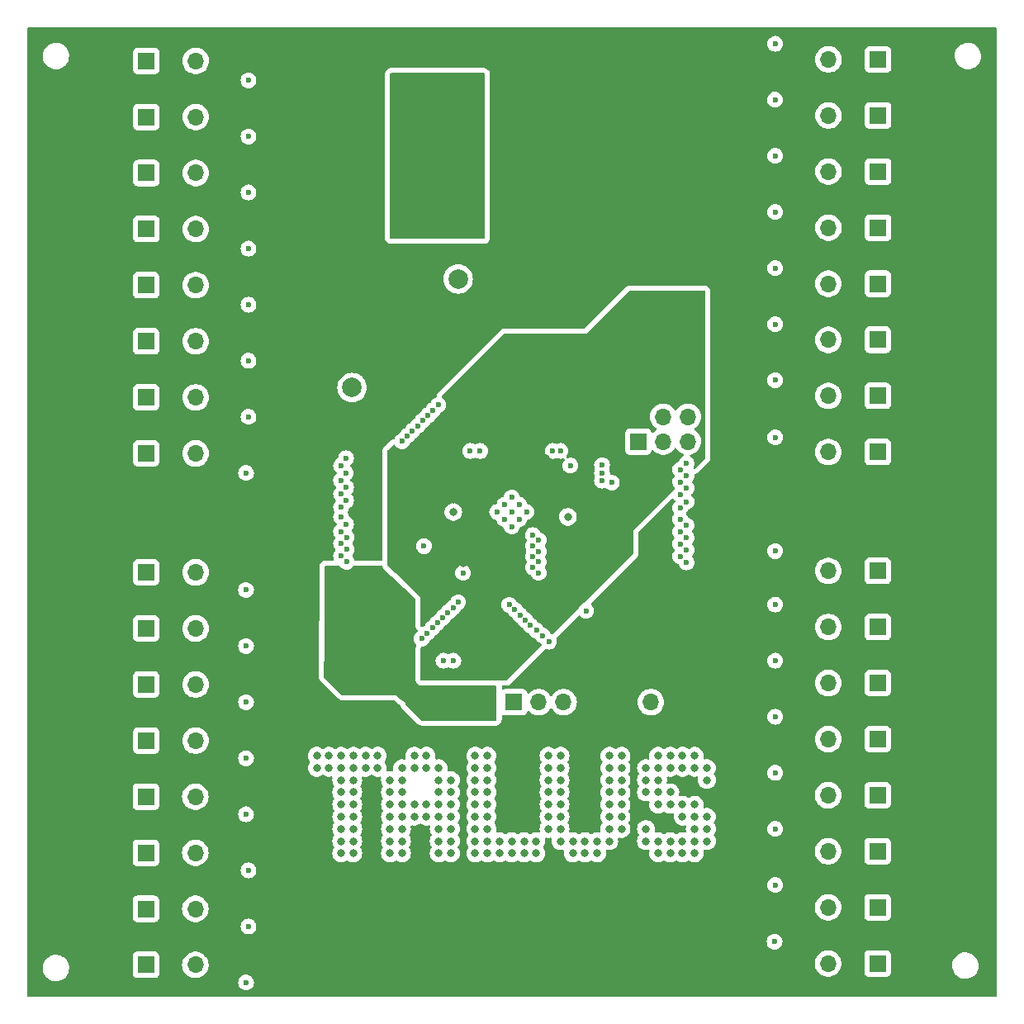
<source format=gbr>
%TF.GenerationSoftware,KiCad,Pcbnew,7.0.7+dfsg-1*%
%TF.CreationDate,2023-09-07T23:36:34-05:00*%
%TF.ProjectId,unified_control_board,756e6966-6965-4645-9f63-6f6e74726f6c,rev?*%
%TF.SameCoordinates,Original*%
%TF.FileFunction,Copper,L4,Bot*%
%TF.FilePolarity,Positive*%
%FSLAX46Y46*%
G04 Gerber Fmt 4.6, Leading zero omitted, Abs format (unit mm)*
G04 Created by KiCad (PCBNEW 7.0.7+dfsg-1) date 2023-09-07 23:36:34*
%MOMM*%
%LPD*%
G01*
G04 APERTURE LIST*
%TA.AperFunction,ComponentPad*%
%ADD10R,1.700000X1.700000*%
%TD*%
%TA.AperFunction,ComponentPad*%
%ADD11O,1.700000X1.700000*%
%TD*%
%TA.AperFunction,ComponentPad*%
%ADD12C,2.280000*%
%TD*%
%TA.AperFunction,ComponentPad*%
%ADD13R,2.000000X2.000000*%
%TD*%
%TA.AperFunction,ComponentPad*%
%ADD14C,2.000000*%
%TD*%
%TA.AperFunction,ViaPad*%
%ADD15C,2.000000*%
%TD*%
%TA.AperFunction,ViaPad*%
%ADD16C,0.600000*%
%TD*%
%TA.AperFunction,ViaPad*%
%ADD17C,0.800000*%
%TD*%
G04 APERTURE END LIST*
D10*
%TO.P,J13,1,Pin_1*%
%TO.N,/PWM13*%
X41225000Y-106690000D03*
D11*
%TO.P,J13,2,Pin_2*%
%TO.N,+6V*%
X43765000Y-106690000D03*
%TO.P,J13,3,Pin_3*%
%TO.N,Net-(D13-K)*%
X46305000Y-106690000D03*
%TD*%
D10*
%TO.P,J15,1,Pin_1*%
%TO.N,/PWM15*%
X41225000Y-118190000D03*
D11*
%TO.P,J15,2,Pin_2*%
%TO.N,+6V*%
X43765000Y-118190000D03*
%TO.P,J15,3,Pin_3*%
%TO.N,Net-(D15-K)*%
X46305000Y-118190000D03*
%TD*%
D10*
%TO.P,J32,1,Pin_1*%
%TO.N,/PWM32*%
X116300000Y-31100000D03*
D11*
%TO.P,J32,2,Pin_2*%
%TO.N,+6V*%
X113760000Y-31100000D03*
%TO.P,J32,3,Pin_3*%
%TO.N,Net-(D32-K)*%
X111220000Y-31100000D03*
%TD*%
D10*
%TO.P,J34,1,Pin_1*%
%TO.N,/MISO*%
X91725000Y-70275000D03*
D11*
%TO.P,J34,2,Pin_2*%
%TO.N,VDD*%
X91725000Y-67735000D03*
%TO.P,J34,3,Pin_3*%
%TO.N,/SCK*%
X94265000Y-70275000D03*
%TO.P,J34,4,Pin_4*%
%TO.N,/MOSI*%
X94265000Y-67735000D03*
%TO.P,J34,5,Pin_5*%
%TO.N,/RST*%
X96805000Y-70275000D03*
%TO.P,J34,6,Pin_6*%
%TO.N,GND*%
X96805000Y-67735000D03*
%TD*%
D10*
%TO.P,J35,1,Pin_1*%
%TO.N,/RxD_3v3*%
X78975000Y-97000000D03*
D11*
%TO.P,J35,2,Pin_2*%
%TO.N,/TxD_3v3*%
X81515000Y-97000000D03*
%TO.P,J35,3,Pin_3*%
%TO.N,GND*%
X84055000Y-97000000D03*
%TD*%
D10*
%TO.P,J7,1,Pin_1*%
%TO.N,/PWM7*%
X41250000Y-65750000D03*
D11*
%TO.P,J7,2,Pin_2*%
%TO.N,+6V*%
X43790000Y-65750000D03*
%TO.P,J7,3,Pin_3*%
%TO.N,Net-(D7-K)*%
X46330000Y-65750000D03*
%TD*%
D10*
%TO.P,J20,1,Pin_1*%
%TO.N,/PWM20*%
X116250000Y-106540000D03*
D11*
%TO.P,J20,2,Pin_2*%
%TO.N,+6V*%
X113710000Y-106540000D03*
%TO.P,J20,3,Pin_3*%
%TO.N,Net-(D20-K)*%
X111170000Y-106540000D03*
%TD*%
D10*
%TO.P,J31,1,Pin_1*%
%TO.N,/PWM31*%
X116300000Y-36850000D03*
D11*
%TO.P,J31,2,Pin_2*%
%TO.N,+6V*%
X113760000Y-36850000D03*
%TO.P,J31,3,Pin_3*%
%TO.N,Net-(D31-K)*%
X111220000Y-36850000D03*
%TD*%
D10*
%TO.P,J22,1,Pin_1*%
%TO.N,/PWM22*%
X116275000Y-95040000D03*
D11*
%TO.P,J22,2,Pin_2*%
%TO.N,+6V*%
X113735000Y-95040000D03*
%TO.P,J22,3,Pin_3*%
%TO.N,Net-(D22-K)*%
X111195000Y-95040000D03*
%TD*%
D10*
%TO.P,J14,1,Pin_1*%
%TO.N,/PWM14*%
X41225000Y-112440000D03*
D11*
%TO.P,J14,2,Pin_2*%
%TO.N,+6V*%
X43765000Y-112440000D03*
%TO.P,J14,3,Pin_3*%
%TO.N,Net-(D14-K)*%
X46305000Y-112440000D03*
%TD*%
D10*
%TO.P,J10,1,Pin_1*%
%TO.N,/PWM10*%
X41250000Y-89440000D03*
D11*
%TO.P,J10,2,Pin_2*%
%TO.N,+6V*%
X43790000Y-89440000D03*
%TO.P,J10,3,Pin_3*%
%TO.N,Net-(D10-K)*%
X46330000Y-89440000D03*
%TD*%
D10*
%TO.P,J25,1,Pin_1*%
%TO.N,/PWM25*%
X116275000Y-71350000D03*
D11*
%TO.P,J25,2,Pin_2*%
%TO.N,+6V*%
X113735000Y-71350000D03*
%TO.P,J25,3,Pin_3*%
%TO.N,Net-(D25-K)*%
X111195000Y-71350000D03*
%TD*%
D10*
%TO.P,J1,1,Pin_1*%
%TO.N,/PWM1*%
X41275000Y-31250000D03*
D11*
%TO.P,J1,2,Pin_2*%
%TO.N,+6V*%
X43815000Y-31250000D03*
%TO.P,J1,3,Pin_3*%
%TO.N,Net-(D1-K)*%
X46355000Y-31250000D03*
%TD*%
D10*
%TO.P,J23,1,Pin_1*%
%TO.N,/PWM23*%
X116275000Y-89290000D03*
D11*
%TO.P,J23,2,Pin_2*%
%TO.N,+6V*%
X113735000Y-89290000D03*
%TO.P,J23,3,Pin_3*%
%TO.N,Net-(D23-K)*%
X111195000Y-89290000D03*
%TD*%
D12*
%TO.P,J33,1,1*%
%TO.N,GND*%
X69175000Y-46970000D03*
%TO.P,J33,2,2*%
X73175000Y-46970000D03*
%TO.P,J33,3,3*%
X69175000Y-35290000D03*
%TO.P,J33,4,4*%
X73175000Y-35290000D03*
%TO.P,J33,5,5*%
%TO.N,+6V*%
X84175000Y-46970000D03*
%TO.P,J33,6,6*%
X84175000Y-35290000D03*
%TO.P,J33,7,7*%
X88175000Y-46970000D03*
%TO.P,J33,8,8*%
X88175000Y-35290000D03*
%TD*%
D10*
%TO.P,J8,1,Pin_1*%
%TO.N,/PWM8*%
X41250000Y-71500000D03*
D11*
%TO.P,J8,2,Pin_2*%
%TO.N,+6V*%
X43790000Y-71500000D03*
%TO.P,J8,3,Pin_3*%
%TO.N,Net-(D8-K)*%
X46330000Y-71500000D03*
%TD*%
D10*
%TO.P,J28,1,Pin_1*%
%TO.N,/PWM28*%
X116275000Y-54100000D03*
D11*
%TO.P,J28,2,Pin_2*%
%TO.N,+6V*%
X113735000Y-54100000D03*
%TO.P,J28,3,Pin_3*%
%TO.N,Net-(D28-K)*%
X111195000Y-54100000D03*
%TD*%
D10*
%TO.P,J3,1,Pin_1*%
%TO.N,/PWM3*%
X41275000Y-42750000D03*
D11*
%TO.P,J3,2,Pin_2*%
%TO.N,+6V*%
X43815000Y-42750000D03*
%TO.P,J3,3,Pin_3*%
%TO.N,Net-(D3-K)*%
X46355000Y-42750000D03*
%TD*%
D13*
%TO.P,C8,1*%
%TO.N,+6V*%
X73250000Y-58617677D03*
D14*
%TO.P,C8,2*%
%TO.N,GND*%
X73250000Y-53617677D03*
%TD*%
D10*
%TO.P,J26,1,Pin_1*%
%TO.N,/PWM26*%
X116275000Y-65600000D03*
D11*
%TO.P,J26,2,Pin_2*%
%TO.N,+6V*%
X113735000Y-65600000D03*
%TO.P,J26,3,Pin_3*%
%TO.N,Net-(D26-K)*%
X111195000Y-65600000D03*
%TD*%
D10*
%TO.P,J17,1,Pin_1*%
%TO.N,/PWM17*%
X116250000Y-123790000D03*
D11*
%TO.P,J17,2,Pin_2*%
%TO.N,+6V*%
X113710000Y-123790000D03*
%TO.P,J17,3,Pin_3*%
%TO.N,Net-(D17-K)*%
X111170000Y-123790000D03*
%TD*%
D10*
%TO.P,J29,1,Pin_1*%
%TO.N,/PWM29*%
X116300000Y-48350000D03*
D11*
%TO.P,J29,2,Pin_2*%
%TO.N,+6V*%
X113760000Y-48350000D03*
%TO.P,J29,3,Pin_3*%
%TO.N,Net-(D29-K)*%
X111220000Y-48350000D03*
%TD*%
D10*
%TO.P,J6,1,Pin_1*%
%TO.N,/PWM6*%
X41250000Y-60000000D03*
D11*
%TO.P,J6,2,Pin_2*%
%TO.N,+6V*%
X43790000Y-60000000D03*
%TO.P,J6,3,Pin_3*%
%TO.N,Net-(D6-K)*%
X46330000Y-60000000D03*
%TD*%
D10*
%TO.P,J12,1,Pin_1*%
%TO.N,/PWM12*%
X41250000Y-100940000D03*
D11*
%TO.P,J12,2,Pin_2*%
%TO.N,+6V*%
X43790000Y-100940000D03*
%TO.P,J12,3,Pin_3*%
%TO.N,Net-(D12-K)*%
X46330000Y-100940000D03*
%TD*%
D10*
%TO.P,J4,1,Pin_1*%
%TO.N,/PWM4*%
X41275000Y-48500000D03*
D11*
%TO.P,J4,2,Pin_2*%
%TO.N,+6V*%
X43815000Y-48500000D03*
%TO.P,J4,3,Pin_3*%
%TO.N,Net-(D4-K)*%
X46355000Y-48500000D03*
%TD*%
D10*
%TO.P,J9,1,Pin_1*%
%TO.N,/PWM9*%
X41250000Y-83690000D03*
D11*
%TO.P,J9,2,Pin_2*%
%TO.N,+6V*%
X43790000Y-83690000D03*
%TO.P,J9,3,Pin_3*%
%TO.N,Net-(D9-K)*%
X46330000Y-83690000D03*
%TD*%
D10*
%TO.P,J27,1,Pin_1*%
%TO.N,/PWM27*%
X116275000Y-59850000D03*
D11*
%TO.P,J27,2,Pin_2*%
%TO.N,+6V*%
X113735000Y-59850000D03*
%TO.P,J27,3,Pin_3*%
%TO.N,Net-(D27-K)*%
X111195000Y-59850000D03*
%TD*%
D10*
%TO.P,J11,1,Pin_1*%
%TO.N,/PWM11*%
X41250000Y-95190000D03*
D11*
%TO.P,J11,2,Pin_2*%
%TO.N,+6V*%
X43790000Y-95190000D03*
%TO.P,J11,3,Pin_3*%
%TO.N,Net-(D11-K)*%
X46330000Y-95190000D03*
%TD*%
D10*
%TO.P,J21,1,Pin_1*%
%TO.N,/PWM21*%
X116275000Y-100790000D03*
D11*
%TO.P,J21,2,Pin_2*%
%TO.N,+6V*%
X113735000Y-100790000D03*
%TO.P,J21,3,Pin_3*%
%TO.N,Net-(D21-K)*%
X111195000Y-100790000D03*
%TD*%
D10*
%TO.P,J16,1,Pin_1*%
%TO.N,/PWM16*%
X41225000Y-123940000D03*
D11*
%TO.P,J16,2,Pin_2*%
%TO.N,+6V*%
X43765000Y-123940000D03*
%TO.P,J16,3,Pin_3*%
%TO.N,Net-(D16-K)*%
X46305000Y-123940000D03*
%TD*%
D10*
%TO.P,J19,1,Pin_1*%
%TO.N,/PWM19*%
X116250000Y-112290000D03*
D11*
%TO.P,J19,2,Pin_2*%
%TO.N,+6V*%
X113710000Y-112290000D03*
%TO.P,J19,3,Pin_3*%
%TO.N,Net-(D19-K)*%
X111170000Y-112290000D03*
%TD*%
D10*
%TO.P,J2,1,Pin_1*%
%TO.N,/PWM2*%
X41275000Y-37000000D03*
D11*
%TO.P,J2,2,Pin_2*%
%TO.N,+6V*%
X43815000Y-37000000D03*
%TO.P,J2,3,Pin_3*%
%TO.N,Net-(D2-K)*%
X46355000Y-37000000D03*
%TD*%
D10*
%TO.P,J24,1,Pin_1*%
%TO.N,/PWM24*%
X116275000Y-83540000D03*
D11*
%TO.P,J24,2,Pin_2*%
%TO.N,+6V*%
X113735000Y-83540000D03*
%TO.P,J24,3,Pin_3*%
%TO.N,Net-(D24-K)*%
X111195000Y-83540000D03*
%TD*%
D14*
%TO.P,C7,2*%
%TO.N,GND*%
X62367677Y-64750000D03*
D13*
%TO.P,C7,1*%
%TO.N,+6V*%
X67367677Y-64750000D03*
%TD*%
D10*
%TO.P,J5,1,Pin_1*%
%TO.N,/PWM5*%
X41250000Y-54250000D03*
D11*
%TO.P,J5,2,Pin_2*%
%TO.N,+6V*%
X43790000Y-54250000D03*
%TO.P,J5,3,Pin_3*%
%TO.N,Net-(D5-K)*%
X46330000Y-54250000D03*
%TD*%
D10*
%TO.P,J30,1,Pin_1*%
%TO.N,/PWM30*%
X116300000Y-42600000D03*
D11*
%TO.P,J30,2,Pin_2*%
%TO.N,+6V*%
X113760000Y-42600000D03*
%TO.P,J30,3,Pin_3*%
%TO.N,Net-(D30-K)*%
X111220000Y-42600000D03*
%TD*%
D10*
%TO.P,J36,1,Pin_1*%
%TO.N,+6V*%
X90475000Y-97000000D03*
D11*
%TO.P,J36,2,Pin_2*%
%TO.N,Net-(J36-Pin_2)*%
X93015000Y-97000000D03*
%TD*%
D10*
%TO.P,J18,1,Pin_1*%
%TO.N,/PWM18*%
X116250000Y-118040000D03*
D11*
%TO.P,J18,2,Pin_2*%
%TO.N,+6V*%
X113710000Y-118040000D03*
%TO.P,J18,3,Pin_3*%
%TO.N,Net-(D18-K)*%
X111170000Y-118040000D03*
%TD*%
D15*
%TO.N,+6V*%
X88000000Y-39375000D03*
X84500000Y-42875000D03*
X86250000Y-37625000D03*
X88000000Y-42875000D03*
X86250000Y-41125000D03*
X86250000Y-44625000D03*
X84500000Y-39375000D03*
%TO.N,GND*%
X71250000Y-44600000D03*
X73000000Y-42850000D03*
X69500000Y-42850000D03*
X71250000Y-41100000D03*
X73000000Y-39350000D03*
X69500000Y-39350000D03*
X71250000Y-37600000D03*
D16*
X78750000Y-79000000D03*
X79500000Y-78250000D03*
X78000000Y-78250000D03*
X78750000Y-77500000D03*
X79500000Y-76750000D03*
X80250000Y-77500000D03*
X77250000Y-77500000D03*
X78750000Y-76000000D03*
X78000000Y-76750000D03*
D17*
%TO.N,+3V3*%
X70000000Y-97100000D03*
X74000000Y-97750000D03*
%TO.N,VDD*%
X74000000Y-93000000D03*
D16*
%TO.N,/RxD*%
X72750000Y-92750000D03*
%TO.N,/TxD*%
X71750000Y-92750000D03*
D17*
%TO.N,GND*%
X81250000Y-112500000D03*
X70000000Y-107500000D03*
X70000000Y-102500000D03*
X66250000Y-107500000D03*
X58750000Y-102500000D03*
X98750000Y-103750000D03*
X97500000Y-112500000D03*
X92500000Y-111250000D03*
X77500000Y-112500000D03*
X72500000Y-107500000D03*
X83750000Y-110000000D03*
X76250000Y-102500000D03*
X82500000Y-107500000D03*
X76250000Y-112500000D03*
X93750000Y-102500000D03*
X67500000Y-111250000D03*
X95000000Y-106250000D03*
X80000000Y-112500000D03*
X76250000Y-105000000D03*
X72500000Y-112500000D03*
X83750000Y-108750000D03*
X97500000Y-103750000D03*
X75000000Y-108750000D03*
X83750000Y-107500000D03*
X96250000Y-111250000D03*
X62500000Y-106250000D03*
X88750000Y-102500000D03*
X65000000Y-103750000D03*
X96250000Y-107500000D03*
X97500000Y-110000000D03*
X93750000Y-106250000D03*
X61250000Y-105000000D03*
X88750000Y-103750000D03*
X90000000Y-107500000D03*
X66250000Y-111250000D03*
X76250000Y-111250000D03*
X72500000Y-111250000D03*
X86250000Y-112500000D03*
X96250000Y-103750000D03*
X61250000Y-111250000D03*
X66250000Y-106250000D03*
X90000000Y-103750000D03*
X95000000Y-102500000D03*
X61250000Y-103750000D03*
X62500000Y-111250000D03*
X90000000Y-106250000D03*
X93750000Y-111250000D03*
X61250000Y-102500000D03*
X67500000Y-108750000D03*
X71250000Y-110000000D03*
X90000000Y-108750000D03*
X65000000Y-102500000D03*
X71250000Y-112500000D03*
X67500000Y-103750000D03*
X66250000Y-108750000D03*
X83750000Y-111250000D03*
X76250000Y-106250000D03*
X71250000Y-106250000D03*
X71250000Y-103750000D03*
X71250000Y-108750000D03*
X93750000Y-103750000D03*
X88750000Y-108750000D03*
X95000000Y-107500000D03*
X66250000Y-110000000D03*
X95000000Y-103750000D03*
X66250000Y-112500000D03*
X68750000Y-103750000D03*
X62500000Y-108750000D03*
X98750000Y-108750000D03*
X75000000Y-102500000D03*
X70000000Y-108750000D03*
X82500000Y-103750000D03*
X93750000Y-107500000D03*
X81250000Y-111250000D03*
X90000000Y-105000000D03*
X82500000Y-106250000D03*
X95000000Y-112500000D03*
X63750000Y-102500000D03*
X90000000Y-102500000D03*
X62500000Y-102500000D03*
X78750000Y-111250000D03*
X83750000Y-102500000D03*
X61250000Y-112500000D03*
X62500000Y-112500000D03*
X93750000Y-112500000D03*
X88750000Y-111250000D03*
X76250000Y-107500000D03*
X97500000Y-102500000D03*
X76250000Y-108750000D03*
X83750000Y-103750000D03*
X76250000Y-110000000D03*
X68750000Y-102500000D03*
X98750000Y-105000000D03*
X71250000Y-107500000D03*
X63750000Y-103750000D03*
X97500000Y-107500000D03*
X84500000Y-78000000D03*
X61250000Y-108750000D03*
X72500000Y-105000000D03*
X85000000Y-111250000D03*
X61250000Y-107500000D03*
X77500000Y-111250000D03*
X60000000Y-102500000D03*
X97500000Y-108750000D03*
X62500000Y-107500000D03*
X75000000Y-105000000D03*
X82500000Y-105000000D03*
X72500000Y-110000000D03*
X86250000Y-111250000D03*
X75000000Y-112500000D03*
X67500000Y-110000000D03*
X97500000Y-111250000D03*
X87500000Y-111250000D03*
X98750000Y-110000000D03*
X92500000Y-103750000D03*
X67500000Y-112500000D03*
X88750000Y-106250000D03*
X61250000Y-106250000D03*
X88750000Y-105000000D03*
X83750000Y-105000000D03*
X72750000Y-77500000D03*
X90000000Y-110000000D03*
X92500000Y-106250000D03*
X76250000Y-103750000D03*
X93750000Y-105000000D03*
X58750000Y-103750000D03*
X61250000Y-110000000D03*
X78750000Y-112500000D03*
X60000000Y-103750000D03*
X80000000Y-111250000D03*
X71250000Y-111250000D03*
X82500000Y-110000000D03*
X75000000Y-106250000D03*
X72500000Y-106250000D03*
X87500000Y-112500000D03*
X96250000Y-102500000D03*
X68750000Y-107500000D03*
X96250000Y-108750000D03*
X68750000Y-108750000D03*
X70000000Y-103750000D03*
X88750000Y-110000000D03*
X67500000Y-107500000D03*
X67500000Y-106250000D03*
X75000000Y-107500000D03*
X62500000Y-103750000D03*
X75000000Y-103750000D03*
X85000000Y-112500000D03*
X98750000Y-111250000D03*
X95000000Y-111250000D03*
X72500000Y-108750000D03*
X67500000Y-105000000D03*
X82500000Y-102500000D03*
X83750000Y-106250000D03*
X62500000Y-110000000D03*
X75000000Y-111250000D03*
X66250000Y-105000000D03*
X71250000Y-105000000D03*
X82500000Y-108750000D03*
X92500000Y-105000000D03*
X62500000Y-105000000D03*
X88750000Y-107500000D03*
X75000000Y-110000000D03*
X96250000Y-112500000D03*
%TO.N,VDD*%
X84455000Y-79375000D03*
X82750000Y-68000600D03*
X89250000Y-57750000D03*
X73750000Y-82750000D03*
X72750000Y-76250000D03*
X90250000Y-61000000D03*
X82250000Y-72000000D03*
D16*
%TO.N,/MISO*%
X88000000Y-72700497D03*
%TO.N,/SCK*%
X88000000Y-74299503D03*
%TO.N,/MOSI*%
X88000000Y-73500000D03*
D17*
%TO.N,/RST*%
X92500000Y-110000000D03*
D16*
X82950497Y-71250000D03*
%TO.N,/TxD*%
X74487787Y-71250000D03*
%TO.N,/RxD*%
X75508070Y-71244946D03*
%TO.N,/FAN*%
X84750000Y-72750000D03*
X86360000Y-87630000D03*
%TO.N,/PWM1*%
X71209487Y-66540488D03*
%TO.N,/PWM2*%
X70679541Y-67070498D03*
%TO.N,/PWM3*%
X70149506Y-67600419D03*
%TO.N,/PWM5*%
X69089260Y-68660086D03*
%TO.N,/PWM6*%
X68561219Y-69191994D03*
%TO.N,/PWM7*%
X68017156Y-69707503D03*
%TO.N,/PWM8*%
X67500000Y-70250000D03*
%TO.N,/PWM9*%
X73250000Y-86750000D03*
%TO.N,/PWM10*%
X72735665Y-87295173D03*
%TO.N,/PWM11*%
X72188603Y-87807499D03*
%TO.N,/PWM12*%
X71660974Y-88339817D03*
%TO.N,/PWM13*%
X71130485Y-88869285D03*
%TO.N,/PWM14*%
X70600667Y-89399424D03*
%TO.N,/PWM15*%
X70070623Y-89929337D03*
%TO.N,/PWM16*%
X69500000Y-90500000D03*
%TO.N,/PWM17*%
X82550000Y-90805000D03*
%TO.N,/PWM18*%
X81915000Y-90180174D03*
%TO.N,/PWM19*%
X81280000Y-89644582D03*
%TO.N,/PWM20*%
X80645000Y-89120082D03*
%TO.N,/PWM21*%
X80117821Y-88587319D03*
%TO.N,/PWM22*%
X79573983Y-88071572D03*
%TO.N,/PWM23*%
X79053944Y-87524500D03*
%TO.N,/PWM24*%
X78490710Y-87030010D03*
%TO.N,/PWM25*%
X81500000Y-83750000D03*
%TO.N,/PWM26*%
X80900000Y-83200000D03*
%TO.N,/PWM27*%
X81500000Y-82600000D03*
%TO.N,/PWM28*%
X80900000Y-82075500D03*
%TO.N,/PWM29*%
X81500000Y-81551000D03*
%TO.N,/PWM30*%
X80900000Y-81000000D03*
%TO.N,/PWM31*%
X81500000Y-80400000D03*
%TO.N,/PWM32*%
X80900000Y-79875500D03*
%TO.N,Net-(Q1-G)*%
X61750000Y-72000000D03*
X51750000Y-33250000D03*
%TO.N,Net-(Q2-G)*%
X61250000Y-72750000D03*
X51750000Y-39000000D03*
%TO.N,Net-(Q3-G)*%
X61726027Y-73500000D03*
X51750000Y-44750000D03*
%TO.N,Net-(Q4-G)*%
X61250000Y-74250000D03*
X51750000Y-50500000D03*
%TO.N,Net-(Q5-G)*%
X61750000Y-75000000D03*
X51750000Y-56250000D03*
%TO.N,Net-(Q6-G)*%
X61250000Y-75674375D03*
X51750000Y-62000000D03*
%TO.N,Net-(Q7-G)*%
X61750000Y-76349068D03*
X51750000Y-67750000D03*
%TO.N,Net-(Q8-G)*%
X61250000Y-77000000D03*
X51500000Y-73500000D03*
%TO.N,Net-(Q9-G)*%
X61250000Y-78000000D03*
X51500000Y-85500000D03*
%TO.N,Net-(Q10-G)*%
X51500000Y-91250000D03*
X61750000Y-78750000D03*
%TO.N,Net-(Q11-G)*%
X61250000Y-79500000D03*
X51500000Y-97000000D03*
%TO.N,Net-(Q12-G)*%
X61815333Y-80099500D03*
X51500000Y-102750000D03*
%TO.N,Net-(Q13-G)*%
X61250000Y-80750000D03*
X51500000Y-108500000D03*
%TO.N,Net-(Q14-G)*%
X61815334Y-81349500D03*
X51750000Y-114250000D03*
%TO.N,Net-(Q15-G)*%
X51750000Y-120000000D03*
X61250000Y-82000000D03*
%TO.N,Net-(Q16-G)*%
X51500000Y-125750000D03*
X61815333Y-82599500D03*
%TO.N,/ENA16*%
X73750000Y-83750000D03*
X69750000Y-81000000D03*
%TO.N,/ENA32*%
X89000000Y-74500000D03*
X83750000Y-71250000D03*
D17*
%TO.N,+6V*%
X36250000Y-73750000D03*
X36250000Y-103750000D03*
X36250000Y-51250000D03*
X121250000Y-103750000D03*
X121250000Y-74250000D03*
X121250000Y-80750000D03*
X87500000Y-121500000D03*
X67000000Y-97550000D03*
X36250000Y-81250000D03*
X121500000Y-51250000D03*
D16*
%TO.N,Net-(Q17-G)*%
X96647000Y-82677000D03*
X105687500Y-121562500D03*
%TO.N,Net-(Q18-G)*%
X96012000Y-82042000D03*
X105750000Y-115750000D03*
D17*
%TO.N,+3V3*%
X65500000Y-92000000D03*
D16*
%TO.N,/PWM4*%
X69619661Y-68130530D03*
%TO.N,Net-(Q19-G)*%
X96647000Y-81407000D03*
X105750000Y-110000000D03*
%TO.N,Net-(Q20-G)*%
X105750000Y-104250000D03*
X96012000Y-80772000D03*
%TO.N,Net-(Q21-G)*%
X105750000Y-98500000D03*
X96647000Y-80137000D03*
%TO.N,Net-(Q22-G)*%
X105750000Y-92750000D03*
X96012000Y-79524500D03*
%TO.N,Net-(Q23-G)*%
X105750000Y-87000000D03*
X96647000Y-78867000D03*
%TO.N,Net-(Q24-G)*%
X105750000Y-81500000D03*
X96012000Y-78232000D03*
%TO.N,Net-(Q25-G)*%
X105750000Y-69850000D03*
X96004307Y-77089000D03*
%TO.N,Net-(Q26-G)*%
X96647000Y-76454000D03*
X105750000Y-64000000D03*
%TO.N,Net-(Q27-G)*%
X105750000Y-58250000D03*
X96012000Y-75692000D03*
%TO.N,Net-(Q28-G)*%
X96647000Y-75057000D03*
X105750000Y-52500000D03*
%TO.N,Net-(Q29-G)*%
X105750000Y-46750000D03*
X96012000Y-74422000D03*
%TO.N,Net-(Q30-G)*%
X105750000Y-41000000D03*
X96647000Y-73787000D03*
%TO.N,Net-(Q31-G)*%
X105735000Y-35235000D03*
X96012000Y-73152000D03*
%TO.N,Net-(Q32-G)*%
X105752500Y-29502500D03*
X96647000Y-72517000D03*
%TD*%
%TA.AperFunction,Conductor*%
%TO.N,VDD*%
G36*
X98543039Y-54819685D02*
G01*
X98588794Y-54872489D01*
X98600000Y-54924000D01*
X98600000Y-71948637D01*
X98580315Y-72015676D01*
X98563681Y-72036318D01*
X97566609Y-73033389D01*
X97505286Y-73066874D01*
X97435594Y-73061890D01*
X97379661Y-73020018D01*
X97355244Y-72954554D01*
X97370096Y-72886281D01*
X97373928Y-72879745D01*
X97380043Y-72870015D01*
X97440217Y-72698047D01*
X97454762Y-72568958D01*
X97460616Y-72517003D01*
X97460616Y-72516996D01*
X97440218Y-72335958D01*
X97440217Y-72335953D01*
X97407593Y-72242719D01*
X97380043Y-72163985D01*
X97283111Y-72009719D01*
X97154281Y-71880889D01*
X97069789Y-71827799D01*
X97023498Y-71775464D01*
X97012850Y-71706410D01*
X97041225Y-71642562D01*
X97099615Y-71604190D01*
X97115353Y-71600496D01*
X97139636Y-71596444D01*
X97208611Y-71572764D01*
X97352574Y-71523342D01*
X97550576Y-71416189D01*
X97728240Y-71277906D01*
X97880722Y-71112268D01*
X98003860Y-70923791D01*
X98094296Y-70717616D01*
X98149564Y-70499368D01*
X98154438Y-70440547D01*
X98168156Y-70275005D01*
X98168156Y-70274994D01*
X98149565Y-70050640D01*
X98149563Y-70050628D01*
X98129431Y-69971130D01*
X98094296Y-69832384D01*
X98003860Y-69626209D01*
X97987706Y-69601484D01*
X97880723Y-69437734D01*
X97880715Y-69437723D01*
X97728243Y-69272097D01*
X97728238Y-69272092D01*
X97550577Y-69133812D01*
X97550578Y-69133812D01*
X97550576Y-69133811D01*
X97514070Y-69114055D01*
X97464479Y-69064836D01*
X97449371Y-68996619D01*
X97473541Y-68931064D01*
X97514070Y-68895945D01*
X97514084Y-68895936D01*
X97550576Y-68876189D01*
X97728240Y-68737906D01*
X97880722Y-68572268D01*
X98003860Y-68383791D01*
X98094296Y-68177616D01*
X98149564Y-67959368D01*
X98152243Y-67927043D01*
X98168156Y-67735005D01*
X98168156Y-67734994D01*
X98149565Y-67510640D01*
X98149563Y-67510628D01*
X98099256Y-67311971D01*
X98094296Y-67292384D01*
X98003860Y-67086209D01*
X97987706Y-67061484D01*
X97880723Y-66897734D01*
X97880715Y-66897723D01*
X97728243Y-66732097D01*
X97728238Y-66732092D01*
X97550577Y-66593812D01*
X97550572Y-66593808D01*
X97352580Y-66486661D01*
X97352577Y-66486659D01*
X97352574Y-66486658D01*
X97352571Y-66486657D01*
X97352569Y-66486656D01*
X97139637Y-66413556D01*
X96917569Y-66376500D01*
X96692431Y-66376500D01*
X96470362Y-66413556D01*
X96257430Y-66486656D01*
X96257419Y-66486661D01*
X96059427Y-66593808D01*
X96059422Y-66593812D01*
X95881761Y-66732092D01*
X95881756Y-66732097D01*
X95729284Y-66897723D01*
X95729276Y-66897734D01*
X95638808Y-67036206D01*
X95585662Y-67081562D01*
X95516431Y-67090986D01*
X95453095Y-67061484D01*
X95431192Y-67036206D01*
X95340723Y-66897734D01*
X95340715Y-66897723D01*
X95188243Y-66732097D01*
X95188238Y-66732092D01*
X95010577Y-66593812D01*
X95010572Y-66593808D01*
X94812580Y-66486661D01*
X94812577Y-66486659D01*
X94812574Y-66486658D01*
X94812571Y-66486657D01*
X94812569Y-66486656D01*
X94599637Y-66413556D01*
X94377569Y-66376500D01*
X94152431Y-66376500D01*
X93930362Y-66413556D01*
X93717430Y-66486656D01*
X93717419Y-66486661D01*
X93519427Y-66593808D01*
X93519422Y-66593812D01*
X93341761Y-66732092D01*
X93341756Y-66732097D01*
X93189284Y-66897723D01*
X93189276Y-66897734D01*
X93066140Y-67086207D01*
X92975703Y-67292385D01*
X92920436Y-67510628D01*
X92920434Y-67510640D01*
X92901844Y-67734994D01*
X92901844Y-67735005D01*
X92920434Y-67959359D01*
X92920436Y-67959371D01*
X92975703Y-68177614D01*
X93066140Y-68383792D01*
X93189276Y-68572265D01*
X93189284Y-68572276D01*
X93341756Y-68737902D01*
X93341760Y-68737906D01*
X93519424Y-68876189D01*
X93519429Y-68876191D01*
X93519431Y-68876193D01*
X93555930Y-68895946D01*
X93605520Y-68945165D01*
X93620628Y-69013382D01*
X93596457Y-69078937D01*
X93555930Y-69114054D01*
X93519431Y-69133806D01*
X93519422Y-69133812D01*
X93341761Y-69272092D01*
X93278548Y-69340760D01*
X93218661Y-69376750D01*
X93148823Y-69374649D01*
X93091207Y-69335124D01*
X93071138Y-69300110D01*
X93025889Y-69178796D01*
X92992214Y-69133812D01*
X92938261Y-69061739D01*
X92821204Y-68974111D01*
X92821204Y-68974110D01*
X92684203Y-68923011D01*
X92623654Y-68916500D01*
X92623638Y-68916500D01*
X90826362Y-68916500D01*
X90826345Y-68916500D01*
X90765797Y-68923011D01*
X90765795Y-68923011D01*
X90628795Y-68974111D01*
X90511739Y-69061739D01*
X90424111Y-69178795D01*
X90373011Y-69315795D01*
X90373011Y-69315797D01*
X90366500Y-69376345D01*
X90366500Y-71173654D01*
X90373011Y-71234202D01*
X90373011Y-71234204D01*
X90424110Y-71371203D01*
X90424111Y-71371204D01*
X90511739Y-71488261D01*
X90628796Y-71575889D01*
X90765799Y-71626989D01*
X90793050Y-71629918D01*
X90826345Y-71633499D01*
X90826362Y-71633500D01*
X92623638Y-71633500D01*
X92623654Y-71633499D01*
X92650692Y-71630591D01*
X92684201Y-71626989D01*
X92821204Y-71575889D01*
X92938261Y-71488261D01*
X93025889Y-71371204D01*
X93071138Y-71249887D01*
X93113009Y-71193956D01*
X93178474Y-71169539D01*
X93246746Y-71184391D01*
X93278545Y-71209236D01*
X93341760Y-71277906D01*
X93519424Y-71416189D01*
X93519425Y-71416189D01*
X93519427Y-71416191D01*
X93537529Y-71425987D01*
X93717426Y-71523342D01*
X93930365Y-71596444D01*
X94152431Y-71633500D01*
X94377569Y-71633500D01*
X94599635Y-71596444D01*
X94812574Y-71523342D01*
X95010576Y-71416189D01*
X95188240Y-71277906D01*
X95340722Y-71112268D01*
X95431193Y-70973790D01*
X95484338Y-70928437D01*
X95553569Y-70919013D01*
X95616905Y-70948515D01*
X95638804Y-70973787D01*
X95729278Y-71112268D01*
X95729283Y-71112273D01*
X95729284Y-71112276D01*
X95856070Y-71250000D01*
X95881760Y-71277906D01*
X96059424Y-71416189D01*
X96059425Y-71416189D01*
X96059427Y-71416191D01*
X96077529Y-71425987D01*
X96257426Y-71523342D01*
X96293685Y-71535789D01*
X96313458Y-71542578D01*
X96370473Y-71582964D01*
X96396604Y-71647763D01*
X96383552Y-71716403D01*
X96335464Y-71767091D01*
X96314151Y-71776900D01*
X96293986Y-71783956D01*
X96293984Y-71783956D01*
X96139718Y-71880889D01*
X96010889Y-72009718D01*
X95913958Y-72163982D01*
X95867588Y-72296501D01*
X95826866Y-72353277D01*
X95791501Y-72372587D01*
X95721786Y-72396982D01*
X95658982Y-72418958D01*
X95504718Y-72515889D01*
X95375889Y-72644718D01*
X95278958Y-72798982D01*
X95218782Y-72970953D01*
X95218781Y-72970958D01*
X95198384Y-73151996D01*
X95198384Y-73152003D01*
X95218781Y-73333041D01*
X95218782Y-73333046D01*
X95254103Y-73433985D01*
X95277203Y-73500003D01*
X95278958Y-73505017D01*
X95375889Y-73659281D01*
X95415927Y-73699319D01*
X95449412Y-73760642D01*
X95444428Y-73830334D01*
X95415927Y-73874681D01*
X95375889Y-73914718D01*
X95278958Y-74068982D01*
X95218782Y-74240953D01*
X95218781Y-74240958D01*
X95198384Y-74421996D01*
X95198384Y-74422003D01*
X95218781Y-74603041D01*
X95218782Y-74603046D01*
X95236094Y-74652520D01*
X95278957Y-74775015D01*
X95375889Y-74929281D01*
X95415927Y-74969319D01*
X95449412Y-75030640D01*
X95444428Y-75100331D01*
X95415928Y-75144679D01*
X95375891Y-75184715D01*
X95375887Y-75184720D01*
X95316722Y-75278880D01*
X95299410Y-75300588D01*
X91200000Y-79399999D01*
X91200000Y-81748637D01*
X91180315Y-81815676D01*
X91163681Y-81836318D01*
X86174758Y-86825240D01*
X86128031Y-86854601D01*
X86006985Y-86896956D01*
X85852718Y-86993889D01*
X85723889Y-87122718D01*
X85626956Y-87276985D01*
X85584601Y-87398031D01*
X85555240Y-87444758D01*
X82976648Y-90023350D01*
X82915325Y-90056835D01*
X82848013Y-90052711D01*
X82842299Y-90050711D01*
X82766441Y-90024168D01*
X82709667Y-89983447D01*
X82690355Y-89948081D01*
X82648043Y-89827159D01*
X82551111Y-89672893D01*
X82422281Y-89544063D01*
X82268015Y-89447130D01*
X82268011Y-89447129D01*
X82095861Y-89386890D01*
X82039085Y-89346168D01*
X82019775Y-89310804D01*
X82013044Y-89291570D01*
X82013043Y-89291566D01*
X81935632Y-89168368D01*
X81916111Y-89137301D01*
X81787281Y-89008471D01*
X81633016Y-88911539D01*
X81520001Y-88871994D01*
X81461047Y-88851365D01*
X81461045Y-88851364D01*
X81456439Y-88849753D01*
X81399663Y-88809031D01*
X81380351Y-88773664D01*
X81378043Y-88767067D01*
X81378041Y-88767064D01*
X81378041Y-88767063D01*
X81302801Y-88647320D01*
X81281111Y-88612801D01*
X81152281Y-88483971D01*
X81088047Y-88443610D01*
X80998019Y-88387041D01*
X80998017Y-88387040D01*
X80998015Y-88387039D01*
X80947593Y-88369395D01*
X80890821Y-88328676D01*
X80871510Y-88293309D01*
X80870374Y-88290063D01*
X80850864Y-88234304D01*
X80850864Y-88234303D01*
X80764911Y-88097511D01*
X80753932Y-88080038D01*
X80625102Y-87951208D01*
X80593392Y-87931283D01*
X80470837Y-87854276D01*
X80394651Y-87827618D01*
X80337875Y-87786896D01*
X80318563Y-87751529D01*
X80307026Y-87718556D01*
X80246118Y-87621623D01*
X80210094Y-87564291D01*
X80081264Y-87435461D01*
X80021695Y-87398031D01*
X79926999Y-87338529D01*
X79890423Y-87325731D01*
X79833647Y-87285009D01*
X79814335Y-87249643D01*
X79786987Y-87171485D01*
X79690055Y-87017219D01*
X79561225Y-86888389D01*
X79406959Y-86791457D01*
X79406956Y-86791455D01*
X79300195Y-86754097D01*
X79243419Y-86713375D01*
X79226937Y-86683189D01*
X79226774Y-86683268D01*
X79225234Y-86680071D01*
X79224108Y-86678008D01*
X79223754Y-86676997D01*
X79223753Y-86676994D01*
X79155869Y-86568958D01*
X79126821Y-86522729D01*
X78997991Y-86393899D01*
X78843725Y-86296967D01*
X78789403Y-86277959D01*
X78671756Y-86236792D01*
X78671751Y-86236791D01*
X78490714Y-86216394D01*
X78490706Y-86216394D01*
X78309668Y-86236791D01*
X78309663Y-86236792D01*
X78137692Y-86296968D01*
X77983428Y-86393899D01*
X77854599Y-86522728D01*
X77757668Y-86676992D01*
X77697492Y-86848963D01*
X77697491Y-86848968D01*
X77677094Y-87030006D01*
X77677094Y-87030013D01*
X77697491Y-87211051D01*
X77697492Y-87211056D01*
X77757668Y-87383027D01*
X77802568Y-87454484D01*
X77854599Y-87537291D01*
X77983429Y-87666121D01*
X78043245Y-87703706D01*
X78119354Y-87751529D01*
X78137695Y-87763053D01*
X78244457Y-87800410D01*
X78301233Y-87841132D01*
X78317722Y-87871324D01*
X78317883Y-87871247D01*
X78319397Y-87874391D01*
X78320540Y-87876485D01*
X78320901Y-87877515D01*
X78417833Y-88031781D01*
X78546663Y-88160611D01*
X78700929Y-88257543D01*
X78725416Y-88266111D01*
X78737502Y-88270340D01*
X78794278Y-88311061D01*
X78813589Y-88346427D01*
X78840937Y-88424584D01*
X78933086Y-88571236D01*
X78937872Y-88578853D01*
X79066702Y-88707683D01*
X79155236Y-88763313D01*
X79171703Y-88773660D01*
X79220968Y-88804615D01*
X79297151Y-88831272D01*
X79353927Y-88871994D01*
X79373238Y-88907357D01*
X79384778Y-88940334D01*
X79384777Y-88940334D01*
X79468050Y-89072860D01*
X79481710Y-89094600D01*
X79610540Y-89223430D01*
X79764806Y-89320362D01*
X79815222Y-89338003D01*
X79871998Y-89378725D01*
X79891308Y-89414089D01*
X79911955Y-89473095D01*
X79993158Y-89602328D01*
X80008889Y-89627363D01*
X80137719Y-89756193D01*
X80291985Y-89853125D01*
X80463953Y-89913299D01*
X80468560Y-89914911D01*
X80525337Y-89955633D01*
X80544647Y-89990996D01*
X80546957Y-89997597D01*
X80643889Y-90151863D01*
X80772719Y-90280693D01*
X80926985Y-90377625D01*
X81098953Y-90437799D01*
X81098954Y-90437799D01*
X81099137Y-90437863D01*
X81155913Y-90478585D01*
X81175224Y-90513949D01*
X81181957Y-90533189D01*
X81278889Y-90687455D01*
X81407719Y-90816285D01*
X81561985Y-90913217D01*
X81698558Y-90961005D01*
X81755333Y-91001727D01*
X81774645Y-91037093D01*
X81797711Y-91103013D01*
X81801272Y-91172792D01*
X81768350Y-91231648D01*
X78236319Y-94763681D01*
X78174996Y-94797166D01*
X78148638Y-94800000D01*
X69524000Y-94800000D01*
X69456961Y-94780315D01*
X69411206Y-94727511D01*
X69400000Y-94676000D01*
X69400000Y-92750003D01*
X70936384Y-92750003D01*
X70956781Y-92931041D01*
X70956782Y-92931046D01*
X70997949Y-93048693D01*
X71016957Y-93103015D01*
X71113889Y-93257281D01*
X71242719Y-93386111D01*
X71396985Y-93483043D01*
X71568950Y-93543216D01*
X71568953Y-93543217D01*
X71568958Y-93543218D01*
X71749996Y-93563616D01*
X71750000Y-93563616D01*
X71750004Y-93563616D01*
X71931041Y-93543218D01*
X71931043Y-93543217D01*
X71931047Y-93543217D01*
X72103015Y-93483043D01*
X72184030Y-93432137D01*
X72251263Y-93413137D01*
X72315969Y-93432137D01*
X72396982Y-93483041D01*
X72396987Y-93483044D01*
X72568950Y-93543216D01*
X72568953Y-93543217D01*
X72568954Y-93543217D01*
X72568958Y-93543218D01*
X72749996Y-93563616D01*
X72750000Y-93563616D01*
X72750004Y-93563616D01*
X72931041Y-93543218D01*
X72931044Y-93543217D01*
X72931047Y-93543217D01*
X73103015Y-93483043D01*
X73257281Y-93386111D01*
X73386111Y-93257281D01*
X73483043Y-93103015D01*
X73543217Y-92931047D01*
X73543218Y-92931041D01*
X73563616Y-92750003D01*
X73563616Y-92749996D01*
X73543218Y-92568958D01*
X73543217Y-92568953D01*
X73543216Y-92568953D01*
X73483043Y-92396985D01*
X73386111Y-92242719D01*
X73257281Y-92113889D01*
X73184028Y-92067861D01*
X73103017Y-92016958D01*
X73103016Y-92016957D01*
X73103015Y-92016957D01*
X73048693Y-91997949D01*
X72931046Y-91956782D01*
X72931041Y-91956781D01*
X72750004Y-91936384D01*
X72749996Y-91936384D01*
X72568958Y-91956781D01*
X72568953Y-91956782D01*
X72396983Y-92016957D01*
X72315969Y-92067861D01*
X72248732Y-92086860D01*
X72184027Y-92067860D01*
X72103014Y-92016956D01*
X71931049Y-91956783D01*
X71931041Y-91956781D01*
X71750004Y-91936384D01*
X71749996Y-91936384D01*
X71568958Y-91956781D01*
X71568953Y-91956782D01*
X71396982Y-92016958D01*
X71242718Y-92113889D01*
X71113889Y-92242718D01*
X71016958Y-92396982D01*
X70956782Y-92568953D01*
X70956781Y-92568958D01*
X70936384Y-92749996D01*
X70936384Y-92750003D01*
X69400000Y-92750003D01*
X69400000Y-91435696D01*
X69419685Y-91368657D01*
X69472489Y-91322902D01*
X69510116Y-91312476D01*
X69548344Y-91308168D01*
X69681041Y-91293218D01*
X69681044Y-91293217D01*
X69681047Y-91293217D01*
X69853015Y-91233043D01*
X70007281Y-91136111D01*
X70136111Y-91007281D01*
X70233043Y-90853015D01*
X70262740Y-90768143D01*
X70303461Y-90711367D01*
X70338828Y-90692055D01*
X70423638Y-90662380D01*
X70577904Y-90565448D01*
X70706734Y-90436618D01*
X70803666Y-90282352D01*
X70822776Y-90227736D01*
X70863497Y-90170960D01*
X70898862Y-90151648D01*
X70953682Y-90132467D01*
X71107948Y-90035535D01*
X71236778Y-89906705D01*
X71333710Y-89752439D01*
X71352942Y-89697475D01*
X71393663Y-89640699D01*
X71429031Y-89621387D01*
X71483500Y-89602328D01*
X71637766Y-89505396D01*
X71766596Y-89376566D01*
X71863528Y-89222300D01*
X71882399Y-89168367D01*
X71923120Y-89111592D01*
X71958488Y-89092280D01*
X72013989Y-89072860D01*
X72168255Y-88975928D01*
X72297085Y-88847098D01*
X72394017Y-88692832D01*
X72414423Y-88634512D01*
X72455144Y-88577736D01*
X72490510Y-88558424D01*
X72541618Y-88540542D01*
X72695884Y-88443610D01*
X72824714Y-88314780D01*
X72921646Y-88160514D01*
X72931369Y-88132725D01*
X72972088Y-88075950D01*
X73007458Y-88056636D01*
X73088680Y-88028216D01*
X73242946Y-87931284D01*
X73371776Y-87802454D01*
X73468708Y-87648188D01*
X73496095Y-87569918D01*
X73536817Y-87513143D01*
X73572184Y-87493831D01*
X73603015Y-87483043D01*
X73757281Y-87386111D01*
X73886111Y-87257281D01*
X73983043Y-87103015D01*
X74043217Y-86931047D01*
X74047058Y-86896956D01*
X74063616Y-86750003D01*
X74063616Y-86749996D01*
X74043218Y-86568958D01*
X74043217Y-86568953D01*
X74040830Y-86562131D01*
X73983043Y-86396985D01*
X73886111Y-86242719D01*
X73757281Y-86113889D01*
X73603015Y-86016957D01*
X73548693Y-85997949D01*
X73431046Y-85956782D01*
X73431041Y-85956781D01*
X73250004Y-85936384D01*
X73249996Y-85936384D01*
X73068958Y-85956781D01*
X73068953Y-85956782D01*
X72896982Y-86016958D01*
X72742718Y-86113889D01*
X72613889Y-86242718D01*
X72516958Y-86396982D01*
X72516957Y-86396984D01*
X72489568Y-86475255D01*
X72448845Y-86532031D01*
X72413486Y-86551339D01*
X72382649Y-86562130D01*
X72382647Y-86562131D01*
X72228383Y-86659062D01*
X72099554Y-86787891D01*
X72002623Y-86942155D01*
X71992897Y-86969950D01*
X71952174Y-87026725D01*
X71916810Y-87046035D01*
X71835588Y-87074455D01*
X71681321Y-87171388D01*
X71552492Y-87300217D01*
X71455561Y-87454481D01*
X71455560Y-87454482D01*
X71435152Y-87512805D01*
X71394430Y-87569581D01*
X71359067Y-87588890D01*
X71307957Y-87606774D01*
X71307956Y-87606775D01*
X71153692Y-87703706D01*
X71024863Y-87832535D01*
X70927932Y-87986799D01*
X70909058Y-88040736D01*
X70868335Y-88097511D01*
X70832973Y-88116820D01*
X70777468Y-88136242D01*
X70777467Y-88136243D01*
X70623203Y-88233174D01*
X70494374Y-88362003D01*
X70397443Y-88516266D01*
X70378208Y-88571236D01*
X70337485Y-88628011D01*
X70302124Y-88647320D01*
X70247648Y-88666382D01*
X70093385Y-88763313D01*
X69964556Y-88892142D01*
X69867625Y-89046406D01*
X69867624Y-89046407D01*
X69848512Y-89101026D01*
X69807789Y-89157802D01*
X69772428Y-89177111D01*
X69717604Y-89196295D01*
X69589972Y-89276493D01*
X69522735Y-89295493D01*
X69455900Y-89275125D01*
X69410686Y-89221857D01*
X69400000Y-89171499D01*
X69400000Y-86200000D01*
X66796878Y-83750003D01*
X72936384Y-83750003D01*
X72956781Y-83931041D01*
X72956782Y-83931046D01*
X72978537Y-83993217D01*
X73016957Y-84103015D01*
X73113889Y-84257281D01*
X73242719Y-84386111D01*
X73396985Y-84483043D01*
X73568952Y-84543217D01*
X73568953Y-84543217D01*
X73568958Y-84543218D01*
X73749996Y-84563616D01*
X73750000Y-84563616D01*
X73750004Y-84563616D01*
X73931041Y-84543218D01*
X73931044Y-84543217D01*
X73931047Y-84543217D01*
X74103015Y-84483043D01*
X74257281Y-84386111D01*
X74386111Y-84257281D01*
X74483043Y-84103015D01*
X74543217Y-83931047D01*
X74563616Y-83750000D01*
X74543217Y-83568953D01*
X74483043Y-83396985D01*
X74386111Y-83242719D01*
X74343395Y-83200003D01*
X80086384Y-83200003D01*
X80106781Y-83381041D01*
X80106782Y-83381046D01*
X80166958Y-83553017D01*
X80263888Y-83707280D01*
X80263889Y-83707281D01*
X80392719Y-83836111D01*
X80483963Y-83893444D01*
X80543806Y-83931046D01*
X80546985Y-83933043D01*
X80673510Y-83977315D01*
X80730285Y-84018037D01*
X80749596Y-84053401D01*
X80766957Y-84103016D01*
X80766958Y-84103017D01*
X80863889Y-84257281D01*
X80992719Y-84386111D01*
X81146985Y-84483043D01*
X81318953Y-84543217D01*
X81318958Y-84543218D01*
X81499996Y-84563616D01*
X81500000Y-84563616D01*
X81500004Y-84563616D01*
X81681041Y-84543218D01*
X81681044Y-84543217D01*
X81681047Y-84543217D01*
X81853015Y-84483043D01*
X82007281Y-84386111D01*
X82136111Y-84257281D01*
X82233043Y-84103015D01*
X82293217Y-83931047D01*
X82313616Y-83750000D01*
X82293217Y-83568953D01*
X82233043Y-83396985D01*
X82136111Y-83242719D01*
X82136110Y-83242718D01*
X82135013Y-83240972D01*
X82116013Y-83173736D01*
X82135013Y-83109028D01*
X82136111Y-83107281D01*
X82233043Y-82953015D01*
X82293217Y-82781047D01*
X82293218Y-82781041D01*
X82313616Y-82600003D01*
X82313616Y-82599996D01*
X82293218Y-82418958D01*
X82293217Y-82418953D01*
X82259986Y-82323985D01*
X82233043Y-82246985D01*
X82166744Y-82141471D01*
X82147744Y-82074235D01*
X82166744Y-82009528D01*
X82233043Y-81904015D01*
X82293217Y-81732047D01*
X82293218Y-81732041D01*
X82313616Y-81551003D01*
X82313616Y-81550996D01*
X82293218Y-81369958D01*
X82293217Y-81369953D01*
X82287290Y-81353015D01*
X82233043Y-81197985D01*
X82136111Y-81043719D01*
X82136110Y-81043718D01*
X82134699Y-81041472D01*
X82115699Y-80974236D01*
X82134699Y-80909528D01*
X82136111Y-80907281D01*
X82233043Y-80753015D01*
X82293217Y-80581047D01*
X82293218Y-80581041D01*
X82313616Y-80400003D01*
X82313616Y-80399996D01*
X82293218Y-80218958D01*
X82293217Y-80218953D01*
X82293216Y-80218953D01*
X82233043Y-80046985D01*
X82136111Y-79892719D01*
X82007281Y-79763889D01*
X81958187Y-79733041D01*
X81853016Y-79666957D01*
X81792151Y-79645659D01*
X81716321Y-79619126D01*
X81659547Y-79578405D01*
X81640235Y-79543039D01*
X81633042Y-79522483D01*
X81536110Y-79368218D01*
X81407281Y-79239389D01*
X81253017Y-79142458D01*
X81253016Y-79142457D01*
X81253015Y-79142457D01*
X81198693Y-79123449D01*
X81081046Y-79082282D01*
X81081041Y-79082281D01*
X80900004Y-79061884D01*
X80899996Y-79061884D01*
X80718958Y-79082281D01*
X80718953Y-79082282D01*
X80546982Y-79142458D01*
X80392718Y-79239389D01*
X80263889Y-79368218D01*
X80166958Y-79522482D01*
X80106782Y-79694453D01*
X80106781Y-79694458D01*
X80086384Y-79875496D01*
X80086384Y-79875503D01*
X80106781Y-80056541D01*
X80106782Y-80056546D01*
X80138871Y-80148250D01*
X80159352Y-80206782D01*
X80166958Y-80228517D01*
X80256975Y-80371778D01*
X80275975Y-80439015D01*
X80256975Y-80503722D01*
X80166958Y-80646982D01*
X80106782Y-80818953D01*
X80106781Y-80818958D01*
X80086384Y-80999996D01*
X80086384Y-81000003D01*
X80106781Y-81181041D01*
X80106782Y-81181046D01*
X80166958Y-81353017D01*
X80241581Y-81471778D01*
X80260581Y-81539014D01*
X80241581Y-81603722D01*
X80166958Y-81722482D01*
X80106782Y-81894453D01*
X80106781Y-81894458D01*
X80086384Y-82075496D01*
X80086384Y-82075503D01*
X80106781Y-82256541D01*
X80106782Y-82256546D01*
X80166958Y-82428517D01*
X80256975Y-82571778D01*
X80275975Y-82639015D01*
X80256975Y-82703722D01*
X80166958Y-82846982D01*
X80106782Y-83018953D01*
X80106781Y-83018958D01*
X80086384Y-83199996D01*
X80086384Y-83200003D01*
X74343395Y-83200003D01*
X74257281Y-83113889D01*
X74103015Y-83016957D01*
X74048693Y-82997949D01*
X73931046Y-82956782D01*
X73931041Y-82956781D01*
X73750004Y-82936384D01*
X73749996Y-82936384D01*
X73568958Y-82956781D01*
X73568953Y-82956782D01*
X73396982Y-83016958D01*
X73242718Y-83113889D01*
X73113889Y-83242718D01*
X73016958Y-83396982D01*
X72956782Y-83568953D01*
X72956781Y-83568958D01*
X72936384Y-83749996D01*
X72936384Y-83750003D01*
X66796878Y-83750003D01*
X66039015Y-83036720D01*
X66003688Y-82976439D01*
X66000000Y-82946423D01*
X66000000Y-81000003D01*
X68936384Y-81000003D01*
X68956781Y-81181041D01*
X68956782Y-81181046D01*
X68972496Y-81225953D01*
X69016957Y-81353015D01*
X69113889Y-81507281D01*
X69242719Y-81636111D01*
X69396985Y-81733043D01*
X69568952Y-81793216D01*
X69568953Y-81793217D01*
X69568958Y-81793218D01*
X69749996Y-81813616D01*
X69750000Y-81813616D01*
X69750004Y-81813616D01*
X69931041Y-81793218D01*
X69931044Y-81793217D01*
X69931047Y-81793217D01*
X70103015Y-81733043D01*
X70257281Y-81636111D01*
X70386111Y-81507281D01*
X70483043Y-81353015D01*
X70543217Y-81181047D01*
X70543218Y-81181041D01*
X70563616Y-81000003D01*
X70563616Y-80999996D01*
X70543218Y-80818958D01*
X70543217Y-80818953D01*
X70520144Y-80753015D01*
X70483043Y-80646985D01*
X70386111Y-80492719D01*
X70257281Y-80363889D01*
X70103015Y-80266957D01*
X70048693Y-80247949D01*
X69931046Y-80206782D01*
X69931041Y-80206781D01*
X69750004Y-80186384D01*
X69749996Y-80186384D01*
X69568958Y-80206781D01*
X69568953Y-80206782D01*
X69396982Y-80266958D01*
X69242718Y-80363889D01*
X69113889Y-80492718D01*
X69016958Y-80646982D01*
X68956782Y-80818953D01*
X68956781Y-80818958D01*
X68936384Y-80999996D01*
X68936384Y-81000003D01*
X66000000Y-81000003D01*
X66000000Y-77500000D01*
X71836496Y-77500000D01*
X71856458Y-77689928D01*
X71856459Y-77689931D01*
X71915470Y-77871549D01*
X71915473Y-77871556D01*
X72010960Y-78036944D01*
X72138747Y-78178866D01*
X72293248Y-78291118D01*
X72467712Y-78368794D01*
X72654513Y-78408500D01*
X72845487Y-78408500D01*
X73032288Y-78368794D01*
X73206752Y-78291118D01*
X73361253Y-78178866D01*
X73489040Y-78036944D01*
X73584527Y-77871556D01*
X73643542Y-77689928D01*
X73663504Y-77500003D01*
X76436384Y-77500003D01*
X76456781Y-77681041D01*
X76456782Y-77681046D01*
X76516958Y-77853017D01*
X76528607Y-77871556D01*
X76613889Y-78007281D01*
X76742719Y-78136111D01*
X76896985Y-78233043D01*
X77068953Y-78293217D01*
X77094559Y-78296102D01*
X77158971Y-78323167D01*
X77198528Y-78380761D01*
X77203896Y-78405435D01*
X77206781Y-78431042D01*
X77266957Y-78603016D01*
X77352579Y-78739281D01*
X77363889Y-78757281D01*
X77492719Y-78886111D01*
X77646985Y-78983043D01*
X77818953Y-79043217D01*
X77844559Y-79046102D01*
X77908971Y-79073167D01*
X77948528Y-79130761D01*
X77953896Y-79155435D01*
X77956781Y-79181042D01*
X78016957Y-79353016D01*
X78026510Y-79368219D01*
X78113889Y-79507281D01*
X78242719Y-79636111D01*
X78396985Y-79733043D01*
X78568953Y-79793216D01*
X78568953Y-79793217D01*
X78568958Y-79793218D01*
X78749996Y-79813616D01*
X78750000Y-79813616D01*
X78750004Y-79813616D01*
X78931041Y-79793218D01*
X78931044Y-79793217D01*
X78931047Y-79793217D01*
X79103015Y-79733043D01*
X79257281Y-79636111D01*
X79386111Y-79507281D01*
X79483043Y-79353015D01*
X79543217Y-79181047D01*
X79546102Y-79155438D01*
X79573166Y-79091027D01*
X79630760Y-79051471D01*
X79655432Y-79046102D01*
X79681047Y-79043217D01*
X79853015Y-78983043D01*
X80007281Y-78886111D01*
X80136111Y-78757281D01*
X80233043Y-78603015D01*
X80293217Y-78431047D01*
X80296102Y-78405438D01*
X80323166Y-78341027D01*
X80380760Y-78301471D01*
X80405432Y-78296102D01*
X80431047Y-78293217D01*
X80603015Y-78233043D01*
X80757281Y-78136111D01*
X80886111Y-78007281D01*
X80890686Y-78000000D01*
X83586496Y-78000000D01*
X83606458Y-78189928D01*
X83606459Y-78189931D01*
X83665470Y-78371549D01*
X83665473Y-78371556D01*
X83760960Y-78536944D01*
X83888747Y-78678866D01*
X84043248Y-78791118D01*
X84217712Y-78868794D01*
X84404513Y-78908500D01*
X84595487Y-78908500D01*
X84782288Y-78868794D01*
X84956752Y-78791118D01*
X85111253Y-78678866D01*
X85239040Y-78536944D01*
X85334527Y-78371556D01*
X85393542Y-78189928D01*
X85413504Y-78000000D01*
X85393542Y-77810072D01*
X85334527Y-77628444D01*
X85239040Y-77463056D01*
X85111253Y-77321134D01*
X84956752Y-77208882D01*
X84782288Y-77131206D01*
X84782286Y-77131205D01*
X84595487Y-77091500D01*
X84404513Y-77091500D01*
X84217714Y-77131205D01*
X84130480Y-77170044D01*
X84092300Y-77187043D01*
X84043246Y-77208883D01*
X83888745Y-77321135D01*
X83760959Y-77463057D01*
X83665473Y-77628443D01*
X83665470Y-77628450D01*
X83606459Y-77810068D01*
X83606458Y-77810072D01*
X83586496Y-78000000D01*
X80890686Y-78000000D01*
X80983043Y-77853015D01*
X81043217Y-77681047D01*
X81045966Y-77656653D01*
X81063616Y-77500003D01*
X81063616Y-77499996D01*
X81043218Y-77318958D01*
X81043217Y-77318953D01*
X81019231Y-77250406D01*
X80983043Y-77146985D01*
X80886111Y-76992719D01*
X80757281Y-76863889D01*
X80666767Y-76807015D01*
X80603016Y-76766957D01*
X80431042Y-76706781D01*
X80405435Y-76703896D01*
X80341022Y-76676827D01*
X80301468Y-76619232D01*
X80296103Y-76594564D01*
X80293217Y-76568953D01*
X80233043Y-76396985D01*
X80136111Y-76242719D01*
X80007281Y-76113889D01*
X80007281Y-76113888D01*
X79853016Y-76016957D01*
X79681042Y-75956781D01*
X79655435Y-75953896D01*
X79591022Y-75926827D01*
X79551468Y-75869232D01*
X79546103Y-75844564D01*
X79543217Y-75818953D01*
X79483043Y-75646985D01*
X79386111Y-75492719D01*
X79257281Y-75363889D01*
X79177272Y-75313616D01*
X79103017Y-75266958D01*
X79103016Y-75266957D01*
X79103015Y-75266957D01*
X79020395Y-75238047D01*
X78931046Y-75206782D01*
X78931041Y-75206781D01*
X78750004Y-75186384D01*
X78749996Y-75186384D01*
X78568958Y-75206781D01*
X78568953Y-75206782D01*
X78396982Y-75266958D01*
X78242718Y-75363889D01*
X78113889Y-75492718D01*
X78016957Y-75646983D01*
X77956783Y-75818953D01*
X77953897Y-75844564D01*
X77926828Y-75908977D01*
X77869232Y-75948531D01*
X77844564Y-75953897D01*
X77818953Y-75956783D01*
X77646983Y-76016957D01*
X77492718Y-76113889D01*
X77363889Y-76242718D01*
X77266957Y-76396983D01*
X77206783Y-76568953D01*
X77203897Y-76594564D01*
X77176828Y-76658977D01*
X77119232Y-76698531D01*
X77094564Y-76703897D01*
X77068953Y-76706783D01*
X76896983Y-76766957D01*
X76742718Y-76863889D01*
X76613889Y-76992718D01*
X76516958Y-77146982D01*
X76456782Y-77318953D01*
X76456781Y-77318958D01*
X76436384Y-77499996D01*
X76436384Y-77500003D01*
X73663504Y-77500003D01*
X73663504Y-77500000D01*
X73643542Y-77310072D01*
X73584527Y-77128444D01*
X73489040Y-76963056D01*
X73361253Y-76821134D01*
X73206752Y-76708882D01*
X73032288Y-76631206D01*
X73032286Y-76631205D01*
X72845487Y-76591500D01*
X72654513Y-76591500D01*
X72467714Y-76631205D01*
X72467711Y-76631206D01*
X72467712Y-76631206D01*
X72297963Y-76706783D01*
X72293246Y-76708883D01*
X72138745Y-76821135D01*
X72010959Y-76963057D01*
X71915473Y-77128443D01*
X71915470Y-77128450D01*
X71869463Y-77270047D01*
X71856458Y-77310072D01*
X71836496Y-77500000D01*
X66000000Y-77500000D01*
X66000000Y-74299506D01*
X87186384Y-74299506D01*
X87206781Y-74480544D01*
X87206782Y-74480549D01*
X87230986Y-74549719D01*
X87266957Y-74652518D01*
X87363889Y-74806784D01*
X87492719Y-74935614D01*
X87646985Y-75032546D01*
X87777663Y-75078272D01*
X87818953Y-75092720D01*
X87818958Y-75092721D01*
X87999996Y-75113119D01*
X88000000Y-75113119D01*
X88000004Y-75113119D01*
X88181041Y-75092721D01*
X88181043Y-75092720D01*
X88181047Y-75092720D01*
X88181050Y-75092718D01*
X88181054Y-75092718D01*
X88306244Y-75048912D01*
X88376023Y-75045350D01*
X88434880Y-75078272D01*
X88492719Y-75136111D01*
X88646985Y-75233043D01*
X88818952Y-75293216D01*
X88818953Y-75293217D01*
X88818958Y-75293218D01*
X88999996Y-75313616D01*
X89000000Y-75313616D01*
X89000004Y-75313616D01*
X89181041Y-75293218D01*
X89181044Y-75293217D01*
X89181047Y-75293217D01*
X89353015Y-75233043D01*
X89507281Y-75136111D01*
X89636111Y-75007281D01*
X89733043Y-74853015D01*
X89793217Y-74681047D01*
X89793218Y-74681041D01*
X89813616Y-74500003D01*
X89813616Y-74499996D01*
X89793218Y-74318958D01*
X89793217Y-74318953D01*
X89765925Y-74240958D01*
X89733043Y-74146985D01*
X89636111Y-73992719D01*
X89507281Y-73863889D01*
X89353015Y-73766957D01*
X89298693Y-73747949D01*
X89181046Y-73706782D01*
X89181041Y-73706781D01*
X89000004Y-73686384D01*
X88999996Y-73686384D01*
X88944461Y-73692641D01*
X88875639Y-73680586D01*
X88824260Y-73633237D01*
X88806636Y-73565627D01*
X88807356Y-73555551D01*
X88813616Y-73500000D01*
X88811705Y-73483043D01*
X88793218Y-73318958D01*
X88793215Y-73318945D01*
X88731020Y-73141202D01*
X88727458Y-73071423D01*
X88731020Y-73059292D01*
X88793215Y-72881551D01*
X88793218Y-72881538D01*
X88813616Y-72700500D01*
X88813616Y-72700493D01*
X88793218Y-72519455D01*
X88793217Y-72519450D01*
X88758053Y-72418957D01*
X88733043Y-72347482D01*
X88636111Y-72193216D01*
X88507281Y-72064386D01*
X88465549Y-72038164D01*
X88353017Y-71967455D01*
X88353016Y-71967454D01*
X88353015Y-71967454D01*
X88264222Y-71936384D01*
X88181046Y-71907279D01*
X88181041Y-71907278D01*
X88000004Y-71886881D01*
X87999996Y-71886881D01*
X87818958Y-71907278D01*
X87818953Y-71907279D01*
X87646982Y-71967455D01*
X87492718Y-72064386D01*
X87363889Y-72193215D01*
X87266958Y-72347479D01*
X87206782Y-72519450D01*
X87206781Y-72519455D01*
X87186384Y-72700493D01*
X87186384Y-72700500D01*
X87206781Y-72881538D01*
X87206782Y-72881543D01*
X87268980Y-73059293D01*
X87272541Y-73129072D01*
X87268980Y-73141202D01*
X87206783Y-73318950D01*
X87206781Y-73318958D01*
X87186384Y-73499996D01*
X87186384Y-73500003D01*
X87206781Y-73681041D01*
X87206782Y-73681046D01*
X87268980Y-73858796D01*
X87272541Y-73928575D01*
X87268980Y-73940705D01*
X87206783Y-74118453D01*
X87206781Y-74118461D01*
X87186384Y-74299499D01*
X87186384Y-74299506D01*
X66000000Y-74299506D01*
X66000000Y-71251361D01*
X66000399Y-71250003D01*
X73674171Y-71250003D01*
X73694568Y-71431041D01*
X73694569Y-71431046D01*
X73714590Y-71488261D01*
X73752976Y-71597963D01*
X73754745Y-71603017D01*
X73825991Y-71716403D01*
X73851676Y-71757281D01*
X73980506Y-71886111D01*
X74134772Y-71983043D01*
X74306734Y-72043215D01*
X74306740Y-72043217D01*
X74306745Y-72043218D01*
X74487783Y-72063616D01*
X74487787Y-72063616D01*
X74487791Y-72063616D01*
X74668828Y-72043218D01*
X74668831Y-72043217D01*
X74668834Y-72043217D01*
X74840802Y-71983043D01*
X74935978Y-71923239D01*
X75003214Y-71904239D01*
X75067922Y-71923239D01*
X75155052Y-71977987D01*
X75155050Y-71977987D01*
X75155054Y-71977988D01*
X75155055Y-71977989D01*
X75321750Y-72036318D01*
X75327023Y-72038163D01*
X75327028Y-72038164D01*
X75508066Y-72058562D01*
X75508070Y-72058562D01*
X75508074Y-72058562D01*
X75689111Y-72038164D01*
X75689114Y-72038163D01*
X75689117Y-72038163D01*
X75861085Y-71977989D01*
X76015351Y-71881057D01*
X76144181Y-71752227D01*
X76241113Y-71597961D01*
X76301287Y-71425993D01*
X76301288Y-71425987D01*
X76321117Y-71250003D01*
X82136881Y-71250003D01*
X82157278Y-71431041D01*
X82157279Y-71431046D01*
X82177300Y-71488261D01*
X82215686Y-71597963D01*
X82217455Y-71603017D01*
X82288701Y-71716403D01*
X82314386Y-71757281D01*
X82443216Y-71886111D01*
X82597482Y-71983043D01*
X82769444Y-72043215D01*
X82769450Y-72043217D01*
X82769455Y-72043218D01*
X82950493Y-72063616D01*
X82950497Y-72063616D01*
X82950501Y-72063616D01*
X83131538Y-72043218D01*
X83131540Y-72043217D01*
X83131544Y-72043217D01*
X83131547Y-72043215D01*
X83131551Y-72043215D01*
X83227279Y-72009718D01*
X83303512Y-71983043D01*
X83303513Y-71983041D01*
X83309292Y-71981020D01*
X83379070Y-71977457D01*
X83391202Y-71981020D01*
X83568945Y-72043215D01*
X83568951Y-72043216D01*
X83568953Y-72043217D01*
X83568954Y-72043217D01*
X83568958Y-72043218D01*
X83749996Y-72063616D01*
X83750000Y-72063616D01*
X83750004Y-72063616D01*
X83931041Y-72043218D01*
X83931043Y-72043217D01*
X83931047Y-72043217D01*
X83931050Y-72043215D01*
X83931054Y-72043215D01*
X84006398Y-72016851D01*
X84076177Y-72013288D01*
X84136804Y-72048017D01*
X84169032Y-72110010D01*
X84162627Y-72179586D01*
X84135036Y-72221572D01*
X84113888Y-72242720D01*
X84016958Y-72396982D01*
X83956782Y-72568953D01*
X83956781Y-72568958D01*
X83936384Y-72749996D01*
X83936384Y-72750003D01*
X83956781Y-72931041D01*
X83956782Y-72931046D01*
X84016958Y-73103017D01*
X84044585Y-73146985D01*
X84113889Y-73257281D01*
X84242719Y-73386111D01*
X84396985Y-73483043D01*
X84568953Y-73543216D01*
X84568953Y-73543217D01*
X84568958Y-73543218D01*
X84749996Y-73563616D01*
X84750000Y-73563616D01*
X84750004Y-73563616D01*
X84931041Y-73543218D01*
X84931044Y-73543217D01*
X84931047Y-73543217D01*
X85103015Y-73483043D01*
X85257281Y-73386111D01*
X85386111Y-73257281D01*
X85483043Y-73103015D01*
X85543217Y-72931047D01*
X85548795Y-72881543D01*
X85563616Y-72750003D01*
X85563616Y-72749996D01*
X85543218Y-72568958D01*
X85543217Y-72568953D01*
X85525038Y-72517000D01*
X85483043Y-72396985D01*
X85386111Y-72242719D01*
X85257281Y-72113889D01*
X85144809Y-72043218D01*
X85103017Y-72016958D01*
X85103016Y-72016957D01*
X85103015Y-72016957D01*
X85016574Y-71986710D01*
X84931046Y-71956782D01*
X84931041Y-71956781D01*
X84750004Y-71936384D01*
X84749996Y-71936384D01*
X84568958Y-71956781D01*
X84568950Y-71956783D01*
X84493600Y-71983149D01*
X84423821Y-71986710D01*
X84363194Y-71951981D01*
X84330967Y-71889987D01*
X84337373Y-71820412D01*
X84364962Y-71778429D01*
X84386111Y-71757281D01*
X84483043Y-71603015D01*
X84543217Y-71431047D01*
X84543218Y-71431041D01*
X84563616Y-71250003D01*
X84563616Y-71249996D01*
X84543218Y-71068958D01*
X84543217Y-71068953D01*
X84541449Y-71063899D01*
X84483043Y-70896985D01*
X84386111Y-70742719D01*
X84257281Y-70613889D01*
X84103015Y-70516957D01*
X84048693Y-70497949D01*
X83931046Y-70456782D01*
X83931041Y-70456781D01*
X83750004Y-70436384D01*
X83749996Y-70436384D01*
X83568958Y-70456781D01*
X83568950Y-70456783D01*
X83391202Y-70518980D01*
X83321424Y-70522541D01*
X83309293Y-70518980D01*
X83131543Y-70456782D01*
X83131538Y-70456781D01*
X82950501Y-70436384D01*
X82950493Y-70436384D01*
X82769455Y-70456781D01*
X82769450Y-70456782D01*
X82597479Y-70516958D01*
X82443215Y-70613889D01*
X82314386Y-70742718D01*
X82217455Y-70896982D01*
X82157279Y-71068953D01*
X82157278Y-71068958D01*
X82136881Y-71249996D01*
X82136881Y-71250003D01*
X76321117Y-71250003D01*
X76321686Y-71244949D01*
X76321686Y-71244942D01*
X76301288Y-71063904D01*
X76301287Y-71063899D01*
X76272994Y-70983043D01*
X76241113Y-70891931D01*
X76144181Y-70737665D01*
X76015351Y-70608835D01*
X75888169Y-70528921D01*
X75861087Y-70511904D01*
X75861086Y-70511903D01*
X75861085Y-70511903D01*
X75806763Y-70492895D01*
X75689116Y-70451728D01*
X75689111Y-70451727D01*
X75508074Y-70431330D01*
X75508066Y-70431330D01*
X75327028Y-70451727D01*
X75327023Y-70451728D01*
X75155052Y-70511904D01*
X75059878Y-70571706D01*
X74992641Y-70590706D01*
X74927934Y-70571705D01*
X74840809Y-70516960D01*
X74840806Y-70516958D01*
X74668833Y-70456782D01*
X74668828Y-70456781D01*
X74487791Y-70436384D01*
X74487783Y-70436384D01*
X74306745Y-70456781D01*
X74306740Y-70456782D01*
X74134769Y-70516958D01*
X73980505Y-70613889D01*
X73851676Y-70742718D01*
X73754745Y-70896982D01*
X73694569Y-71068953D01*
X73694568Y-71068958D01*
X73674171Y-71249996D01*
X73674171Y-71250003D01*
X66000399Y-71250003D01*
X66019685Y-71184322D01*
X66036314Y-71163685D01*
X66591423Y-70608576D01*
X66652742Y-70575094D01*
X66722433Y-70580078D01*
X66778367Y-70621949D01*
X66784091Y-70630284D01*
X66863889Y-70757281D01*
X66992719Y-70886111D01*
X67146985Y-70983043D01*
X67318953Y-71043216D01*
X67318953Y-71043217D01*
X67318958Y-71043218D01*
X67499996Y-71063616D01*
X67500000Y-71063616D01*
X67500004Y-71063616D01*
X67681041Y-71043218D01*
X67681044Y-71043217D01*
X67681047Y-71043217D01*
X67853015Y-70983043D01*
X68007281Y-70886111D01*
X68136111Y-70757281D01*
X68233043Y-70603015D01*
X68258969Y-70528920D01*
X68299690Y-70472144D01*
X68335059Y-70452832D01*
X68370168Y-70440547D01*
X68370171Y-70440546D01*
X68384838Y-70431330D01*
X68524437Y-70343614D01*
X68653267Y-70214784D01*
X68750199Y-70060518D01*
X68761610Y-70027905D01*
X68802330Y-69971130D01*
X68837699Y-69951817D01*
X68914234Y-69925037D01*
X69068500Y-69828105D01*
X69197330Y-69699275D01*
X69294262Y-69545009D01*
X69314447Y-69487321D01*
X69355168Y-69430545D01*
X69390533Y-69411233D01*
X69442275Y-69393129D01*
X69596541Y-69296197D01*
X69725371Y-69167367D01*
X69822303Y-69013101D01*
X69841221Y-68959034D01*
X69881942Y-68902258D01*
X69917310Y-68882946D01*
X69936618Y-68876190D01*
X69972676Y-68863573D01*
X70126942Y-68766641D01*
X70255772Y-68637811D01*
X70352704Y-68483545D01*
X70371921Y-68428624D01*
X70412642Y-68371848D01*
X70448007Y-68352536D01*
X70502521Y-68333462D01*
X70656787Y-68236530D01*
X70785617Y-68107700D01*
X70882549Y-67953434D01*
X70901664Y-67898804D01*
X70942385Y-67842029D01*
X70977753Y-67822717D01*
X71032556Y-67803541D01*
X71186822Y-67706609D01*
X71315652Y-67577779D01*
X71412584Y-67423513D01*
X71431747Y-67368746D01*
X71472468Y-67311971D01*
X71507836Y-67292659D01*
X71508622Y-67292384D01*
X71562502Y-67273531D01*
X71716768Y-67176599D01*
X71845598Y-67047769D01*
X71942530Y-66893503D01*
X72002704Y-66721535D01*
X72017095Y-66593811D01*
X72023103Y-66540491D01*
X72023103Y-66540484D01*
X72002705Y-66359446D01*
X72002704Y-66359441D01*
X71967383Y-66258500D01*
X71942530Y-66187473D01*
X71845598Y-66033207D01*
X71716768Y-65904377D01*
X71716766Y-65904375D01*
X71589790Y-65824590D01*
X71543500Y-65772255D01*
X71532852Y-65703202D01*
X71561227Y-65639354D01*
X71568058Y-65631941D01*
X77963680Y-59236319D01*
X78025004Y-59202834D01*
X78051362Y-59200000D01*
X86400000Y-59200000D01*
X90763681Y-54836318D01*
X90825004Y-54802834D01*
X90851362Y-54800000D01*
X98476000Y-54800000D01*
X98543039Y-54819685D01*
G37*
%TD.AperFunction*%
%TD*%
%TA.AperFunction,Conductor*%
%TO.N,+6V*%
G36*
X128417539Y-27820185D02*
G01*
X128463294Y-27872989D01*
X128474500Y-27924500D01*
X128474500Y-127075500D01*
X128454815Y-127142539D01*
X128402011Y-127188294D01*
X128350500Y-127199500D01*
X29199500Y-127199500D01*
X29132461Y-127179815D01*
X29086706Y-127127011D01*
X29075500Y-127075500D01*
X29075500Y-125750003D01*
X50686384Y-125750003D01*
X50706781Y-125931041D01*
X50706782Y-125931046D01*
X50747949Y-126048693D01*
X50766957Y-126103015D01*
X50863889Y-126257281D01*
X50992719Y-126386111D01*
X51146985Y-126483043D01*
X51318952Y-126543217D01*
X51318953Y-126543217D01*
X51318958Y-126543218D01*
X51499996Y-126563616D01*
X51500000Y-126563616D01*
X51500004Y-126563616D01*
X51681041Y-126543218D01*
X51681044Y-126543217D01*
X51681047Y-126543217D01*
X51853015Y-126483043D01*
X52007281Y-126386111D01*
X52136111Y-126257281D01*
X52233043Y-126103015D01*
X52293217Y-125931047D01*
X52313616Y-125750000D01*
X52297222Y-125604500D01*
X52293218Y-125568958D01*
X52293217Y-125568953D01*
X52280197Y-125531745D01*
X52233043Y-125396985D01*
X52136111Y-125242719D01*
X52007281Y-125113889D01*
X51955243Y-125081191D01*
X51853017Y-125016958D01*
X51853016Y-125016957D01*
X51853015Y-125016957D01*
X51798693Y-124997949D01*
X51681046Y-124956782D01*
X51681041Y-124956781D01*
X51500004Y-124936384D01*
X51499996Y-124936384D01*
X51318958Y-124956781D01*
X51318953Y-124956782D01*
X51146982Y-125016958D01*
X50992718Y-125113889D01*
X50863889Y-125242718D01*
X50766958Y-125396982D01*
X50706782Y-125568953D01*
X50706781Y-125568958D01*
X50686384Y-125749996D01*
X50686384Y-125750003D01*
X29075500Y-125750003D01*
X29075500Y-124192306D01*
X30641828Y-124192306D01*
X30651613Y-124422662D01*
X30651614Y-124422670D01*
X30700190Y-124648062D01*
X30700190Y-124648063D01*
X30776769Y-124838638D01*
X30786159Y-124862006D01*
X30808395Y-124898119D01*
X30907048Y-125058342D01*
X31059380Y-125231425D01*
X31059384Y-125231429D01*
X31238765Y-125376269D01*
X31238766Y-125376270D01*
X31238769Y-125376271D01*
X31238772Y-125376274D01*
X31440063Y-125488721D01*
X31657462Y-125565533D01*
X31784272Y-125587277D01*
X31884706Y-125604499D01*
X31884715Y-125604500D01*
X32057540Y-125604500D01*
X32229734Y-125589844D01*
X32229737Y-125589843D01*
X32229739Y-125589843D01*
X32452869Y-125531745D01*
X32581229Y-125473722D01*
X32662965Y-125436776D01*
X32662967Y-125436775D01*
X32662967Y-125436774D01*
X32662971Y-125436773D01*
X32854000Y-125307659D01*
X33020462Y-125148119D01*
X33157566Y-124962742D01*
X33220130Y-124838654D01*
X39866500Y-124838654D01*
X39873011Y-124899202D01*
X39873011Y-124899204D01*
X39924111Y-125036203D01*
X39924111Y-125036204D01*
X40011739Y-125153261D01*
X40128796Y-125240889D01*
X40265799Y-125291989D01*
X40293050Y-125294918D01*
X40326345Y-125298499D01*
X40326362Y-125298500D01*
X42123638Y-125298500D01*
X42123654Y-125298499D01*
X42150692Y-125295591D01*
X42184201Y-125291989D01*
X42321204Y-125240889D01*
X42438261Y-125153261D01*
X42525889Y-125036204D01*
X42576989Y-124899201D01*
X42580988Y-124862002D01*
X42583499Y-124838654D01*
X42583500Y-124838637D01*
X42583500Y-123940005D01*
X44941844Y-123940005D01*
X44960434Y-124164359D01*
X44960436Y-124164371D01*
X45015703Y-124382614D01*
X45106140Y-124588792D01*
X45229276Y-124777265D01*
X45229284Y-124777276D01*
X45381756Y-124942902D01*
X45381761Y-124942907D01*
X45399589Y-124956783D01*
X45559424Y-125081189D01*
X45559425Y-125081189D01*
X45559427Y-125081191D01*
X45642734Y-125126274D01*
X45757426Y-125188342D01*
X45970365Y-125261444D01*
X46192431Y-125298500D01*
X46417569Y-125298500D01*
X46639635Y-125261444D01*
X46852574Y-125188342D01*
X47050576Y-125081189D01*
X47228240Y-124942906D01*
X47380722Y-124777268D01*
X47503860Y-124588791D01*
X47594296Y-124382616D01*
X47649564Y-124164368D01*
X47656776Y-124077332D01*
X47668156Y-123940005D01*
X47668156Y-123939994D01*
X47655727Y-123790005D01*
X109806844Y-123790005D01*
X109825434Y-124014359D01*
X109825436Y-124014371D01*
X109880703Y-124232614D01*
X109971140Y-124438792D01*
X110094276Y-124627265D01*
X110094284Y-124627276D01*
X110232361Y-124777265D01*
X110246760Y-124792906D01*
X110424424Y-124931189D01*
X110424425Y-124931189D01*
X110424427Y-124931191D01*
X110551135Y-124999761D01*
X110622426Y-125038342D01*
X110835365Y-125111444D01*
X111057431Y-125148500D01*
X111282569Y-125148500D01*
X111504635Y-125111444D01*
X111717574Y-125038342D01*
X111915576Y-124931189D01*
X112093240Y-124792906D01*
X112189212Y-124688654D01*
X114891500Y-124688654D01*
X114898011Y-124749202D01*
X114898011Y-124749204D01*
X114949110Y-124886204D01*
X114949111Y-124886204D01*
X115036739Y-125003261D01*
X115153796Y-125090889D01*
X115290799Y-125141989D01*
X115318050Y-125144918D01*
X115351345Y-125148499D01*
X115351362Y-125148500D01*
X117148638Y-125148500D01*
X117148654Y-125148499D01*
X117175692Y-125145591D01*
X117209201Y-125141989D01*
X117346204Y-125090889D01*
X117463261Y-125003261D01*
X117550889Y-124886204D01*
X117601989Y-124749201D01*
X117605909Y-124712742D01*
X117608499Y-124688654D01*
X117608498Y-124688647D01*
X117608500Y-124688638D01*
X117608500Y-123942306D01*
X123891828Y-123942306D01*
X123901613Y-124172662D01*
X123901614Y-124172670D01*
X123950190Y-124398062D01*
X123950190Y-124398063D01*
X124026831Y-124588792D01*
X124036159Y-124612006D01*
X124083353Y-124688654D01*
X124157048Y-124808342D01*
X124309380Y-124981425D01*
X124309384Y-124981429D01*
X124488765Y-125126269D01*
X124488766Y-125126270D01*
X124488769Y-125126271D01*
X124488772Y-125126274D01*
X124599873Y-125188338D01*
X124677009Y-125231429D01*
X124690063Y-125238721D01*
X124907462Y-125315533D01*
X125034272Y-125337277D01*
X125134706Y-125354499D01*
X125134715Y-125354500D01*
X125307540Y-125354500D01*
X125479734Y-125339844D01*
X125479737Y-125339843D01*
X125479739Y-125339843D01*
X125702869Y-125281745D01*
X125909498Y-125188343D01*
X125912965Y-125186776D01*
X125912967Y-125186775D01*
X125912967Y-125186774D01*
X125912971Y-125186773D01*
X126104000Y-125057659D01*
X126270462Y-124898119D01*
X126407566Y-124712742D01*
X126511370Y-124506860D01*
X126578886Y-124286397D01*
X126608172Y-124057694D01*
X126606331Y-124014368D01*
X126598386Y-123827337D01*
X126598386Y-123827332D01*
X126549810Y-123601938D01*
X126463841Y-123387994D01*
X126342951Y-123191657D01*
X126190620Y-123018575D01*
X126190619Y-123018574D01*
X126190615Y-123018570D01*
X126011234Y-122873730D01*
X126011233Y-122873729D01*
X125809938Y-122761279D01*
X125592541Y-122684468D01*
X125592540Y-122684467D01*
X125592538Y-122684467D01*
X125592534Y-122684466D01*
X125592533Y-122684466D01*
X125365293Y-122645500D01*
X125365285Y-122645500D01*
X125192465Y-122645500D01*
X125192460Y-122645500D01*
X125020265Y-122660155D01*
X124797131Y-122718254D01*
X124587034Y-122813223D01*
X124587032Y-122813224D01*
X124471450Y-122891345D01*
X124403764Y-122937094D01*
X124395999Y-122942342D01*
X124229540Y-123101878D01*
X124092434Y-123287257D01*
X123988630Y-123493138D01*
X123921113Y-123713606D01*
X123891828Y-123942306D01*
X117608500Y-123942306D01*
X117608500Y-122891362D01*
X117608498Y-122891352D01*
X117608499Y-122891345D01*
X117603386Y-122843795D01*
X117601989Y-122830799D01*
X117595433Y-122813223D01*
X117563176Y-122726739D01*
X117550889Y-122693796D01*
X117463261Y-122576739D01*
X117346204Y-122489111D01*
X117346203Y-122489110D01*
X117209203Y-122438011D01*
X117148654Y-122431500D01*
X117148638Y-122431500D01*
X115351362Y-122431500D01*
X115351345Y-122431500D01*
X115290797Y-122438011D01*
X115290795Y-122438011D01*
X115153795Y-122489111D01*
X115036739Y-122576739D01*
X114949111Y-122693795D01*
X114898011Y-122830795D01*
X114898011Y-122830797D01*
X114891500Y-122891345D01*
X114891500Y-124688654D01*
X112189212Y-124688654D01*
X112245722Y-124627268D01*
X112368860Y-124438791D01*
X112459296Y-124232616D01*
X112514564Y-124014368D01*
X112514565Y-124014359D01*
X112533156Y-123790005D01*
X112533156Y-123789994D01*
X112514565Y-123565640D01*
X112514563Y-123565628D01*
X112483169Y-123441657D01*
X112459296Y-123347384D01*
X112368860Y-123141209D01*
X112357440Y-123123730D01*
X112288736Y-123018570D01*
X112245722Y-122952732D01*
X112245719Y-122952729D01*
X112245715Y-122952723D01*
X112093243Y-122787097D01*
X112093238Y-122787092D01*
X111930153Y-122660157D01*
X111915576Y-122648811D01*
X111915575Y-122648810D01*
X111915572Y-122648808D01*
X111717580Y-122541661D01*
X111717577Y-122541659D01*
X111717574Y-122541658D01*
X111717571Y-122541657D01*
X111717569Y-122541656D01*
X111504637Y-122468556D01*
X111282569Y-122431500D01*
X111057431Y-122431500D01*
X110835362Y-122468556D01*
X110622430Y-122541656D01*
X110622419Y-122541661D01*
X110424427Y-122648808D01*
X110424422Y-122648812D01*
X110246761Y-122787092D01*
X110246756Y-122787097D01*
X110094284Y-122952723D01*
X110094276Y-122952734D01*
X109971140Y-123141207D01*
X109880703Y-123347385D01*
X109825436Y-123565628D01*
X109825434Y-123565640D01*
X109806844Y-123789994D01*
X109806844Y-123790005D01*
X47655727Y-123790005D01*
X47649565Y-123715640D01*
X47649563Y-123715628D01*
X47594296Y-123497385D01*
X47592433Y-123493138D01*
X47503860Y-123291209D01*
X47489072Y-123268575D01*
X47405859Y-123141207D01*
X47380722Y-123102732D01*
X47380719Y-123102729D01*
X47380715Y-123102723D01*
X47228243Y-122937097D01*
X47228238Y-122937092D01*
X47091671Y-122830797D01*
X47050576Y-122798811D01*
X47050575Y-122798810D01*
X47050572Y-122798808D01*
X46852580Y-122691661D01*
X46852577Y-122691659D01*
X46852574Y-122691658D01*
X46852571Y-122691657D01*
X46852569Y-122691656D01*
X46639637Y-122618556D01*
X46417569Y-122581500D01*
X46192431Y-122581500D01*
X45970362Y-122618556D01*
X45757430Y-122691656D01*
X45757419Y-122691661D01*
X45559427Y-122798808D01*
X45559422Y-122798812D01*
X45381761Y-122937092D01*
X45381756Y-122937097D01*
X45229284Y-123102723D01*
X45229276Y-123102734D01*
X45106140Y-123291207D01*
X45015703Y-123497385D01*
X44960436Y-123715628D01*
X44960434Y-123715640D01*
X44941844Y-123939994D01*
X44941844Y-123940005D01*
X42583500Y-123940005D01*
X42583500Y-123041362D01*
X42583499Y-123041345D01*
X42580157Y-123010270D01*
X42576989Y-122980799D01*
X42572310Y-122968255D01*
X42537054Y-122873730D01*
X42525889Y-122843796D01*
X42438261Y-122726739D01*
X42321204Y-122639111D01*
X42321203Y-122639110D01*
X42184203Y-122588011D01*
X42123654Y-122581500D01*
X42123638Y-122581500D01*
X40326362Y-122581500D01*
X40326345Y-122581500D01*
X40265797Y-122588011D01*
X40265795Y-122588011D01*
X40128795Y-122639111D01*
X40011739Y-122726739D01*
X39924111Y-122843795D01*
X39873011Y-122980795D01*
X39873011Y-122980797D01*
X39866500Y-123041345D01*
X39866500Y-124838654D01*
X33220130Y-124838654D01*
X33261370Y-124756860D01*
X33328886Y-124536397D01*
X33358172Y-124307694D01*
X33348386Y-124077332D01*
X33299810Y-123851938D01*
X33213841Y-123637994D01*
X33092951Y-123441657D01*
X32940620Y-123268575D01*
X32940619Y-123268574D01*
X32940615Y-123268570D01*
X32761234Y-123123730D01*
X32761233Y-123123729D01*
X32723630Y-123102723D01*
X32652922Y-123063223D01*
X32559938Y-123011279D01*
X32342541Y-122934468D01*
X32342540Y-122934467D01*
X32342538Y-122934467D01*
X32342534Y-122934466D01*
X32342533Y-122934466D01*
X32115293Y-122895500D01*
X32115285Y-122895500D01*
X31942465Y-122895500D01*
X31942460Y-122895500D01*
X31770265Y-122910155D01*
X31547131Y-122968254D01*
X31337034Y-123063223D01*
X31337032Y-123063224D01*
X31145999Y-123192342D01*
X30979540Y-123351878D01*
X30842434Y-123537257D01*
X30738630Y-123743138D01*
X30671113Y-123963606D01*
X30641828Y-124192306D01*
X29075500Y-124192306D01*
X29075500Y-121562503D01*
X104873884Y-121562503D01*
X104894281Y-121743541D01*
X104894282Y-121743546D01*
X104935449Y-121861193D01*
X104954457Y-121915515D01*
X105051389Y-122069781D01*
X105180219Y-122198611D01*
X105334485Y-122295543D01*
X105506452Y-122355716D01*
X105506453Y-122355717D01*
X105506458Y-122355718D01*
X105687496Y-122376116D01*
X105687500Y-122376116D01*
X105687504Y-122376116D01*
X105868541Y-122355718D01*
X105868544Y-122355717D01*
X105868547Y-122355717D01*
X106040515Y-122295543D01*
X106194781Y-122198611D01*
X106323611Y-122069781D01*
X106420543Y-121915515D01*
X106480717Y-121743547D01*
X106501116Y-121562500D01*
X106480717Y-121381453D01*
X106420543Y-121209485D01*
X106323611Y-121055219D01*
X106194781Y-120926389D01*
X106040515Y-120829457D01*
X105936947Y-120793217D01*
X105868546Y-120769282D01*
X105868541Y-120769281D01*
X105687504Y-120748884D01*
X105687496Y-120748884D01*
X105506458Y-120769281D01*
X105506453Y-120769282D01*
X105334482Y-120829458D01*
X105180218Y-120926389D01*
X105051389Y-121055218D01*
X104954458Y-121209482D01*
X104894282Y-121381453D01*
X104894281Y-121381458D01*
X104873884Y-121562496D01*
X104873884Y-121562503D01*
X29075500Y-121562503D01*
X29075500Y-120000003D01*
X50936384Y-120000003D01*
X50956781Y-120181041D01*
X50956782Y-120181046D01*
X50997949Y-120298693D01*
X51016957Y-120353015D01*
X51113889Y-120507281D01*
X51242719Y-120636111D01*
X51396985Y-120733043D01*
X51568952Y-120793216D01*
X51568953Y-120793217D01*
X51568958Y-120793218D01*
X51749996Y-120813616D01*
X51750000Y-120813616D01*
X51750004Y-120813616D01*
X51931041Y-120793218D01*
X51931044Y-120793217D01*
X51931047Y-120793217D01*
X52103015Y-120733043D01*
X52257281Y-120636111D01*
X52386111Y-120507281D01*
X52483043Y-120353015D01*
X52543217Y-120181047D01*
X52563616Y-120000000D01*
X52543217Y-119818953D01*
X52483043Y-119646985D01*
X52386111Y-119492719D01*
X52257281Y-119363889D01*
X52205243Y-119331191D01*
X52103017Y-119266958D01*
X52103016Y-119266957D01*
X52103015Y-119266957D01*
X52048693Y-119247949D01*
X51931046Y-119206782D01*
X51931041Y-119206781D01*
X51750004Y-119186384D01*
X51749996Y-119186384D01*
X51568958Y-119206781D01*
X51568953Y-119206782D01*
X51396982Y-119266958D01*
X51242718Y-119363889D01*
X51113889Y-119492718D01*
X51016958Y-119646982D01*
X50956782Y-119818953D01*
X50956781Y-119818958D01*
X50936384Y-119999996D01*
X50936384Y-120000003D01*
X29075500Y-120000003D01*
X29075500Y-119088654D01*
X39866500Y-119088654D01*
X39873011Y-119149202D01*
X39873011Y-119149204D01*
X39924111Y-119286203D01*
X39924111Y-119286204D01*
X40011739Y-119403261D01*
X40128796Y-119490889D01*
X40265799Y-119541989D01*
X40293050Y-119544918D01*
X40326345Y-119548499D01*
X40326362Y-119548500D01*
X42123638Y-119548500D01*
X42123654Y-119548499D01*
X42150692Y-119545591D01*
X42184201Y-119541989D01*
X42321204Y-119490889D01*
X42438261Y-119403261D01*
X42525889Y-119286204D01*
X42576989Y-119149201D01*
X42580591Y-119115692D01*
X42583499Y-119088654D01*
X42583500Y-119088637D01*
X42583500Y-118190005D01*
X44941844Y-118190005D01*
X44960434Y-118414359D01*
X44960436Y-118414371D01*
X45015703Y-118632614D01*
X45106140Y-118838792D01*
X45229276Y-119027265D01*
X45229284Y-119027276D01*
X45381756Y-119192902D01*
X45381761Y-119192907D01*
X45399589Y-119206783D01*
X45559424Y-119331189D01*
X45559425Y-119331189D01*
X45559427Y-119331191D01*
X45619848Y-119363889D01*
X45757426Y-119438342D01*
X45970365Y-119511444D01*
X46192431Y-119548500D01*
X46417569Y-119548500D01*
X46639635Y-119511444D01*
X46852574Y-119438342D01*
X47050576Y-119331189D01*
X47228240Y-119192906D01*
X47380722Y-119027268D01*
X47503860Y-118838791D01*
X47594296Y-118632616D01*
X47649564Y-118414368D01*
X47649565Y-118414359D01*
X47668156Y-118190005D01*
X47668156Y-118189994D01*
X47655727Y-118040005D01*
X109806844Y-118040005D01*
X109825434Y-118264359D01*
X109825436Y-118264371D01*
X109880703Y-118482614D01*
X109971140Y-118688792D01*
X110094276Y-118877265D01*
X110094284Y-118877276D01*
X110232361Y-119027265D01*
X110246760Y-119042906D01*
X110424424Y-119181189D01*
X110424425Y-119181189D01*
X110424427Y-119181191D01*
X110551135Y-119249761D01*
X110622426Y-119288342D01*
X110835365Y-119361444D01*
X111057431Y-119398500D01*
X111282569Y-119398500D01*
X111504635Y-119361444D01*
X111717574Y-119288342D01*
X111915576Y-119181189D01*
X112093240Y-119042906D01*
X112189212Y-118938654D01*
X114891500Y-118938654D01*
X114898011Y-118999202D01*
X114898011Y-118999204D01*
X114949110Y-119136204D01*
X114949111Y-119136204D01*
X115036739Y-119253261D01*
X115153796Y-119340889D01*
X115290799Y-119391989D01*
X115318050Y-119394918D01*
X115351345Y-119398499D01*
X115351362Y-119398500D01*
X117148638Y-119398500D01*
X117148654Y-119398499D01*
X117175692Y-119395591D01*
X117209201Y-119391989D01*
X117346204Y-119340889D01*
X117463261Y-119253261D01*
X117550889Y-119136204D01*
X117601989Y-118999201D01*
X117605591Y-118965692D01*
X117608499Y-118938654D01*
X117608498Y-118938647D01*
X117608500Y-118938638D01*
X117608500Y-117141362D01*
X117608498Y-117141352D01*
X117608499Y-117141345D01*
X117603386Y-117093795D01*
X117601989Y-117080799D01*
X117590058Y-117048812D01*
X117563176Y-116976739D01*
X117550889Y-116943796D01*
X117463261Y-116826739D01*
X117346204Y-116739111D01*
X117346203Y-116739110D01*
X117209203Y-116688011D01*
X117148654Y-116681500D01*
X117148638Y-116681500D01*
X115351362Y-116681500D01*
X115351345Y-116681500D01*
X115290797Y-116688011D01*
X115290795Y-116688011D01*
X115153795Y-116739111D01*
X115036739Y-116826739D01*
X114949111Y-116943795D01*
X114898011Y-117080795D01*
X114898011Y-117080797D01*
X114891500Y-117141345D01*
X114891500Y-118938654D01*
X112189212Y-118938654D01*
X112245722Y-118877268D01*
X112368860Y-118688791D01*
X112459296Y-118482616D01*
X112514564Y-118264368D01*
X112520726Y-118190005D01*
X112533156Y-118040005D01*
X112533156Y-118039994D01*
X112514565Y-117815640D01*
X112514563Y-117815628D01*
X112459296Y-117597385D01*
X112434655Y-117541209D01*
X112368860Y-117391209D01*
X112245722Y-117202732D01*
X112245719Y-117202729D01*
X112245715Y-117202723D01*
X112093243Y-117037097D01*
X112093238Y-117037092D01*
X111915577Y-116898812D01*
X111915572Y-116898808D01*
X111717580Y-116791661D01*
X111717577Y-116791659D01*
X111717574Y-116791658D01*
X111717571Y-116791657D01*
X111717569Y-116791656D01*
X111504637Y-116718556D01*
X111282569Y-116681500D01*
X111057431Y-116681500D01*
X110835362Y-116718556D01*
X110622430Y-116791656D01*
X110622419Y-116791661D01*
X110424427Y-116898808D01*
X110424422Y-116898812D01*
X110246761Y-117037092D01*
X110246756Y-117037097D01*
X110094284Y-117202723D01*
X110094276Y-117202734D01*
X109971140Y-117391207D01*
X109880703Y-117597385D01*
X109825436Y-117815628D01*
X109825434Y-117815640D01*
X109806844Y-118039994D01*
X109806844Y-118040005D01*
X47655727Y-118040005D01*
X47649565Y-117965640D01*
X47649563Y-117965628D01*
X47594296Y-117747385D01*
X47503859Y-117541207D01*
X47380723Y-117352734D01*
X47380715Y-117352723D01*
X47228243Y-117187097D01*
X47228238Y-117187092D01*
X47091671Y-117080797D01*
X47050576Y-117048811D01*
X47050575Y-117048810D01*
X47050572Y-117048808D01*
X46852580Y-116941661D01*
X46852577Y-116941659D01*
X46852574Y-116941658D01*
X46852571Y-116941657D01*
X46852569Y-116941656D01*
X46639637Y-116868556D01*
X46417569Y-116831500D01*
X46192431Y-116831500D01*
X45970362Y-116868556D01*
X45757430Y-116941656D01*
X45757419Y-116941661D01*
X45559427Y-117048808D01*
X45559422Y-117048812D01*
X45381761Y-117187092D01*
X45381756Y-117187097D01*
X45229284Y-117352723D01*
X45229276Y-117352734D01*
X45106140Y-117541207D01*
X45015703Y-117747385D01*
X44960436Y-117965628D01*
X44960434Y-117965640D01*
X44941844Y-118189994D01*
X44941844Y-118190005D01*
X42583500Y-118190005D01*
X42583500Y-117291362D01*
X42583499Y-117291345D01*
X42580157Y-117260270D01*
X42576989Y-117230799D01*
X42566520Y-117202732D01*
X42543624Y-117141345D01*
X42525889Y-117093796D01*
X42438261Y-116976739D01*
X42321204Y-116889111D01*
X42321203Y-116889110D01*
X42184203Y-116838011D01*
X42123654Y-116831500D01*
X42123638Y-116831500D01*
X40326362Y-116831500D01*
X40326345Y-116831500D01*
X40265797Y-116838011D01*
X40265795Y-116838011D01*
X40128795Y-116889111D01*
X40011739Y-116976739D01*
X39924111Y-117093795D01*
X39873011Y-117230795D01*
X39873011Y-117230797D01*
X39866500Y-117291345D01*
X39866500Y-119088654D01*
X29075500Y-119088654D01*
X29075500Y-115750003D01*
X104936384Y-115750003D01*
X104956781Y-115931041D01*
X104956782Y-115931046D01*
X104997949Y-116048693D01*
X105016957Y-116103015D01*
X105113889Y-116257281D01*
X105242719Y-116386111D01*
X105396985Y-116483043D01*
X105568952Y-116543217D01*
X105568953Y-116543217D01*
X105568958Y-116543218D01*
X105749996Y-116563616D01*
X105750000Y-116563616D01*
X105750004Y-116563616D01*
X105931041Y-116543218D01*
X105931044Y-116543217D01*
X105931047Y-116543217D01*
X106103015Y-116483043D01*
X106257281Y-116386111D01*
X106386111Y-116257281D01*
X106483043Y-116103015D01*
X106543217Y-115931047D01*
X106563616Y-115750000D01*
X106543217Y-115568953D01*
X106483043Y-115396985D01*
X106386111Y-115242719D01*
X106257281Y-115113889D01*
X106144809Y-115043218D01*
X106103017Y-115016958D01*
X106103016Y-115016957D01*
X106103015Y-115016957D01*
X106048693Y-114997949D01*
X105931046Y-114956782D01*
X105931041Y-114956781D01*
X105750004Y-114936384D01*
X105749996Y-114936384D01*
X105568958Y-114956781D01*
X105568953Y-114956782D01*
X105396982Y-115016958D01*
X105242718Y-115113889D01*
X105113889Y-115242718D01*
X105016958Y-115396982D01*
X104956782Y-115568953D01*
X104956781Y-115568958D01*
X104936384Y-115749996D01*
X104936384Y-115750003D01*
X29075500Y-115750003D01*
X29075500Y-114250003D01*
X50936384Y-114250003D01*
X50956781Y-114431041D01*
X50956782Y-114431046D01*
X50997949Y-114548693D01*
X51016957Y-114603015D01*
X51113889Y-114757281D01*
X51242719Y-114886111D01*
X51396985Y-114983043D01*
X51568952Y-115043216D01*
X51568953Y-115043217D01*
X51568958Y-115043218D01*
X51749996Y-115063616D01*
X51750000Y-115063616D01*
X51750004Y-115063616D01*
X51931041Y-115043218D01*
X51931044Y-115043217D01*
X51931047Y-115043217D01*
X52103015Y-114983043D01*
X52257281Y-114886111D01*
X52386111Y-114757281D01*
X52483043Y-114603015D01*
X52543217Y-114431047D01*
X52563616Y-114250000D01*
X52543217Y-114068953D01*
X52483043Y-113896985D01*
X52386111Y-113742719D01*
X52257281Y-113613889D01*
X52205243Y-113581191D01*
X52103017Y-113516958D01*
X52103016Y-113516957D01*
X52103015Y-113516957D01*
X52048693Y-113497949D01*
X51931046Y-113456782D01*
X51931041Y-113456781D01*
X51750004Y-113436384D01*
X51749996Y-113436384D01*
X51568958Y-113456781D01*
X51568953Y-113456782D01*
X51396982Y-113516958D01*
X51242718Y-113613889D01*
X51113889Y-113742718D01*
X51016958Y-113896982D01*
X50956782Y-114068953D01*
X50956781Y-114068958D01*
X50936384Y-114249996D01*
X50936384Y-114250003D01*
X29075500Y-114250003D01*
X29075500Y-113338654D01*
X39866500Y-113338654D01*
X39873011Y-113399202D01*
X39873011Y-113399204D01*
X39924111Y-113536204D01*
X40011739Y-113653261D01*
X40128796Y-113740889D01*
X40265799Y-113791989D01*
X40293050Y-113794918D01*
X40326345Y-113798499D01*
X40326362Y-113798500D01*
X42123638Y-113798500D01*
X42123654Y-113798499D01*
X42150692Y-113795591D01*
X42184201Y-113791989D01*
X42321204Y-113740889D01*
X42438261Y-113653261D01*
X42525889Y-113536204D01*
X42576989Y-113399201D01*
X42580591Y-113365692D01*
X42583499Y-113338654D01*
X42583500Y-113338637D01*
X42583500Y-112440005D01*
X44941844Y-112440005D01*
X44960434Y-112664359D01*
X44960436Y-112664371D01*
X45015703Y-112882614D01*
X45106140Y-113088792D01*
X45229276Y-113277265D01*
X45229284Y-113277276D01*
X45381756Y-113442902D01*
X45381761Y-113442907D01*
X45399589Y-113456783D01*
X45559424Y-113581189D01*
X45559425Y-113581189D01*
X45559427Y-113581191D01*
X45619848Y-113613889D01*
X45757426Y-113688342D01*
X45970365Y-113761444D01*
X46192431Y-113798500D01*
X46417569Y-113798500D01*
X46639635Y-113761444D01*
X46852574Y-113688342D01*
X47050576Y-113581189D01*
X47228240Y-113442906D01*
X47380722Y-113277268D01*
X47503860Y-113088791D01*
X47594296Y-112882616D01*
X47649564Y-112664368D01*
X47649565Y-112664359D01*
X47668156Y-112440005D01*
X47668156Y-112439994D01*
X47649565Y-112215640D01*
X47649563Y-112215628D01*
X47646876Y-112205018D01*
X47594296Y-111997384D01*
X47503860Y-111791209D01*
X47501072Y-111786942D01*
X47393020Y-111621556D01*
X47380722Y-111602732D01*
X47380719Y-111602729D01*
X47380715Y-111602723D01*
X47228243Y-111437097D01*
X47228238Y-111437092D01*
X47091671Y-111330797D01*
X47050576Y-111298811D01*
X47050575Y-111298810D01*
X47050572Y-111298808D01*
X46852580Y-111191661D01*
X46852577Y-111191659D01*
X46852574Y-111191658D01*
X46852571Y-111191657D01*
X46852569Y-111191656D01*
X46639637Y-111118556D01*
X46417569Y-111081500D01*
X46192431Y-111081500D01*
X45970362Y-111118556D01*
X45757430Y-111191656D01*
X45757419Y-111191661D01*
X45559427Y-111298808D01*
X45559422Y-111298812D01*
X45381761Y-111437092D01*
X45381756Y-111437097D01*
X45229284Y-111602723D01*
X45229276Y-111602734D01*
X45106140Y-111791207D01*
X45015703Y-111997385D01*
X44960436Y-112215628D01*
X44960434Y-112215640D01*
X44941844Y-112439994D01*
X44941844Y-112440005D01*
X42583500Y-112440005D01*
X42583500Y-111541362D01*
X42583499Y-111541345D01*
X42580157Y-111510270D01*
X42576989Y-111480799D01*
X42566520Y-111452732D01*
X42543624Y-111391345D01*
X42525889Y-111343796D01*
X42438261Y-111226739D01*
X42321204Y-111139111D01*
X42321203Y-111139110D01*
X42184203Y-111088011D01*
X42123654Y-111081500D01*
X42123638Y-111081500D01*
X40326362Y-111081500D01*
X40326345Y-111081500D01*
X40265797Y-111088011D01*
X40265795Y-111088011D01*
X40128795Y-111139111D01*
X40011739Y-111226739D01*
X39924111Y-111343795D01*
X39873011Y-111480795D01*
X39873011Y-111480797D01*
X39866500Y-111541345D01*
X39866500Y-113338654D01*
X29075500Y-113338654D01*
X29075500Y-108500003D01*
X50686384Y-108500003D01*
X50706781Y-108681041D01*
X50706782Y-108681046D01*
X50747949Y-108798693D01*
X50766957Y-108853015D01*
X50863889Y-109007281D01*
X50992719Y-109136111D01*
X51146985Y-109233043D01*
X51301020Y-109286942D01*
X51318953Y-109293217D01*
X51318958Y-109293218D01*
X51499996Y-109313616D01*
X51500000Y-109313616D01*
X51500004Y-109313616D01*
X51681041Y-109293218D01*
X51681044Y-109293217D01*
X51681047Y-109293217D01*
X51853015Y-109233043D01*
X52007281Y-109136111D01*
X52136111Y-109007281D01*
X52233043Y-108853015D01*
X52293217Y-108681047D01*
X52313616Y-108500000D01*
X52305703Y-108429774D01*
X52293218Y-108318958D01*
X52293217Y-108318953D01*
X52259233Y-108221833D01*
X52233043Y-108146985D01*
X52136111Y-107992719D01*
X52007281Y-107863889D01*
X51955243Y-107831191D01*
X51853017Y-107766958D01*
X51853016Y-107766957D01*
X51853015Y-107766957D01*
X51798693Y-107747949D01*
X51681046Y-107706782D01*
X51681041Y-107706781D01*
X51500004Y-107686384D01*
X51499996Y-107686384D01*
X51318958Y-107706781D01*
X51318953Y-107706782D01*
X51146982Y-107766958D01*
X50992718Y-107863889D01*
X50863889Y-107992718D01*
X50766958Y-108146982D01*
X50706782Y-108318953D01*
X50706781Y-108318958D01*
X50686384Y-108499996D01*
X50686384Y-108500003D01*
X29075500Y-108500003D01*
X29075500Y-107588654D01*
X39866500Y-107588654D01*
X39873011Y-107649202D01*
X39873011Y-107649204D01*
X39924111Y-107786204D01*
X40011739Y-107903261D01*
X40128796Y-107990889D01*
X40183906Y-108011444D01*
X40252267Y-108036942D01*
X40265799Y-108041989D01*
X40293050Y-108044918D01*
X40326345Y-108048499D01*
X40326362Y-108048500D01*
X42123638Y-108048500D01*
X42123654Y-108048499D01*
X42150692Y-108045591D01*
X42184201Y-108041989D01*
X42321204Y-107990889D01*
X42438261Y-107903261D01*
X42525889Y-107786204D01*
X42576989Y-107649201D01*
X42580591Y-107615692D01*
X42583499Y-107588654D01*
X42583500Y-107588637D01*
X42583500Y-106690005D01*
X44941844Y-106690005D01*
X44960434Y-106914359D01*
X44960436Y-106914371D01*
X45015703Y-107132614D01*
X45106140Y-107338792D01*
X45229276Y-107527265D01*
X45229284Y-107527276D01*
X45381756Y-107692902D01*
X45381761Y-107692907D01*
X45399589Y-107706783D01*
X45559424Y-107831189D01*
X45559425Y-107831189D01*
X45559427Y-107831191D01*
X45671771Y-107891988D01*
X45757426Y-107938342D01*
X45970365Y-108011444D01*
X46192431Y-108048500D01*
X46417569Y-108048500D01*
X46639635Y-108011444D01*
X46852574Y-107938342D01*
X47050576Y-107831189D01*
X47228240Y-107692906D01*
X47380722Y-107527268D01*
X47503860Y-107338791D01*
X47594296Y-107132616D01*
X47649564Y-106914368D01*
X47649565Y-106914359D01*
X47668156Y-106690005D01*
X47668156Y-106689994D01*
X47649565Y-106465640D01*
X47649563Y-106465628D01*
X47594296Y-106247385D01*
X47503859Y-106041207D01*
X47380723Y-105852734D01*
X47380715Y-105852723D01*
X47228243Y-105687097D01*
X47228238Y-105687092D01*
X47091671Y-105580797D01*
X47050576Y-105548811D01*
X47050575Y-105548810D01*
X47050572Y-105548808D01*
X46852580Y-105441661D01*
X46852577Y-105441659D01*
X46852574Y-105441658D01*
X46852571Y-105441657D01*
X46852569Y-105441656D01*
X46639637Y-105368556D01*
X46417569Y-105331500D01*
X46192431Y-105331500D01*
X45970362Y-105368556D01*
X45757430Y-105441656D01*
X45757419Y-105441661D01*
X45559427Y-105548808D01*
X45559422Y-105548812D01*
X45381761Y-105687092D01*
X45381756Y-105687097D01*
X45229284Y-105852723D01*
X45229276Y-105852734D01*
X45106140Y-106041207D01*
X45015703Y-106247385D01*
X44960436Y-106465628D01*
X44960434Y-106465640D01*
X44941844Y-106689994D01*
X44941844Y-106690005D01*
X42583500Y-106690005D01*
X42583500Y-105791362D01*
X42583499Y-105791345D01*
X42580157Y-105760270D01*
X42576989Y-105730799D01*
X42570372Y-105713059D01*
X42543624Y-105641345D01*
X42525889Y-105593796D01*
X42438261Y-105476739D01*
X42321204Y-105389111D01*
X42300010Y-105381206D01*
X42184203Y-105338011D01*
X42123654Y-105331500D01*
X42123638Y-105331500D01*
X40326362Y-105331500D01*
X40326345Y-105331500D01*
X40265797Y-105338011D01*
X40265795Y-105338011D01*
X40128795Y-105389111D01*
X40011739Y-105476739D01*
X39924111Y-105593795D01*
X39873011Y-105730795D01*
X39873011Y-105730797D01*
X39866500Y-105791345D01*
X39866500Y-107588654D01*
X29075500Y-107588654D01*
X29075500Y-103750000D01*
X57836496Y-103750000D01*
X57856458Y-103939928D01*
X57856459Y-103939930D01*
X57856459Y-103939931D01*
X57915470Y-104121549D01*
X57915473Y-104121556D01*
X58010960Y-104286944D01*
X58090245Y-104374999D01*
X58134682Y-104424352D01*
X58138747Y-104428866D01*
X58293248Y-104541118D01*
X58467712Y-104618794D01*
X58654513Y-104658500D01*
X58845487Y-104658500D01*
X59032288Y-104618794D01*
X59206752Y-104541118D01*
X59302114Y-104471832D01*
X59367920Y-104448352D01*
X59435974Y-104464177D01*
X59447886Y-104471833D01*
X59543242Y-104541114D01*
X59543243Y-104541115D01*
X59543245Y-104541116D01*
X59543248Y-104541118D01*
X59717712Y-104618794D01*
X59904513Y-104658500D01*
X60095486Y-104658500D01*
X60095487Y-104658500D01*
X60218642Y-104632322D01*
X60288306Y-104637637D01*
X60344040Y-104679774D01*
X60368146Y-104745354D01*
X60362353Y-104791927D01*
X60356459Y-104810067D01*
X60356459Y-104810068D01*
X60356458Y-104810072D01*
X60336496Y-105000000D01*
X60356458Y-105189928D01*
X60356459Y-105189931D01*
X60415470Y-105371549D01*
X60415473Y-105371556D01*
X60510957Y-105536940D01*
X60510958Y-105536942D01*
X60510960Y-105536944D01*
X60515536Y-105542026D01*
X60545766Y-105605016D01*
X60537142Y-105674352D01*
X60515544Y-105707963D01*
X60510965Y-105713049D01*
X60510957Y-105713059D01*
X60415473Y-105878443D01*
X60415470Y-105878450D01*
X60362587Y-106041209D01*
X60356458Y-106060072D01*
X60336496Y-106250000D01*
X60356458Y-106439928D01*
X60356459Y-106439930D01*
X60356459Y-106439931D01*
X60415470Y-106621549D01*
X60415473Y-106621556D01*
X60510957Y-106786940D01*
X60510961Y-106786945D01*
X60515540Y-106792031D01*
X60545767Y-106855024D01*
X60537140Y-106924358D01*
X60515540Y-106957969D01*
X60510961Y-106963054D01*
X60510957Y-106963059D01*
X60415473Y-107128443D01*
X60415470Y-107128450D01*
X60356459Y-107310068D01*
X60356458Y-107310072D01*
X60336496Y-107500000D01*
X60356458Y-107689928D01*
X60356459Y-107689931D01*
X60415470Y-107871549D01*
X60415473Y-107871556D01*
X60510957Y-108036940D01*
X60510961Y-108036945D01*
X60515540Y-108042031D01*
X60545767Y-108105024D01*
X60537140Y-108174358D01*
X60515540Y-108207969D01*
X60510961Y-108213054D01*
X60510957Y-108213059D01*
X60415473Y-108378443D01*
X60415470Y-108378450D01*
X60356459Y-108560068D01*
X60356458Y-108560072D01*
X60336496Y-108750000D01*
X60356458Y-108939928D01*
X60356459Y-108939931D01*
X60415470Y-109121549D01*
X60415473Y-109121556D01*
X60510957Y-109286940D01*
X60510961Y-109286945D01*
X60515540Y-109292031D01*
X60545767Y-109355024D01*
X60537140Y-109424358D01*
X60515540Y-109457969D01*
X60510961Y-109463054D01*
X60510957Y-109463059D01*
X60415473Y-109628443D01*
X60415470Y-109628450D01*
X60356459Y-109810068D01*
X60356458Y-109810072D01*
X60336496Y-110000000D01*
X60356458Y-110189928D01*
X60356459Y-110189930D01*
X60356459Y-110189931D01*
X60415470Y-110371549D01*
X60415473Y-110371556D01*
X60510957Y-110536940D01*
X60510958Y-110536942D01*
X60510960Y-110536944D01*
X60515536Y-110542026D01*
X60545766Y-110605016D01*
X60537142Y-110674352D01*
X60515544Y-110707963D01*
X60510965Y-110713049D01*
X60510957Y-110713059D01*
X60415473Y-110878443D01*
X60415470Y-110878450D01*
X60356459Y-111060068D01*
X60356458Y-111060072D01*
X60336496Y-111250000D01*
X60356458Y-111439928D01*
X60356459Y-111439931D01*
X60415470Y-111621549D01*
X60415473Y-111621556D01*
X60510960Y-111786944D01*
X60514800Y-111791209D01*
X60515536Y-111792026D01*
X60545766Y-111855017D01*
X60537142Y-111924352D01*
X60515544Y-111957963D01*
X60510965Y-111963049D01*
X60510957Y-111963059D01*
X60415473Y-112128443D01*
X60415470Y-112128450D01*
X60356459Y-112310068D01*
X60356458Y-112310072D01*
X60336496Y-112500000D01*
X60356458Y-112689928D01*
X60356459Y-112689931D01*
X60415470Y-112871549D01*
X60415473Y-112871556D01*
X60510960Y-113036944D01*
X60638747Y-113178866D01*
X60793248Y-113291118D01*
X60967712Y-113368794D01*
X61154513Y-113408500D01*
X61345487Y-113408500D01*
X61532288Y-113368794D01*
X61706752Y-113291118D01*
X61802114Y-113221832D01*
X61867920Y-113198352D01*
X61935974Y-113214177D01*
X61947886Y-113221833D01*
X62043242Y-113291114D01*
X62043243Y-113291115D01*
X62043245Y-113291116D01*
X62043248Y-113291118D01*
X62217712Y-113368794D01*
X62404513Y-113408500D01*
X62595487Y-113408500D01*
X62782288Y-113368794D01*
X62956752Y-113291118D01*
X63111253Y-113178866D01*
X63239040Y-113036944D01*
X63334527Y-112871556D01*
X63393542Y-112689928D01*
X63413504Y-112500000D01*
X63393542Y-112310072D01*
X63334527Y-112128444D01*
X63258859Y-111997384D01*
X63239042Y-111963059D01*
X63239038Y-111963054D01*
X63239033Y-111963049D01*
X63237227Y-111961043D01*
X63234460Y-111957969D01*
X63204232Y-111894976D01*
X63212859Y-111825641D01*
X63234466Y-111792023D01*
X63239040Y-111786944D01*
X63334527Y-111621556D01*
X63393542Y-111439928D01*
X63413504Y-111250000D01*
X63393542Y-111060072D01*
X63334527Y-110878444D01*
X63250580Y-110733043D01*
X63239042Y-110713059D01*
X63239038Y-110713054D01*
X63239033Y-110713049D01*
X63237227Y-110711043D01*
X63234460Y-110707969D01*
X63204232Y-110644976D01*
X63212859Y-110575641D01*
X63234466Y-110542023D01*
X63239040Y-110536944D01*
X63334527Y-110371556D01*
X63393542Y-110189928D01*
X63413504Y-110000000D01*
X63393542Y-109810072D01*
X63334527Y-109628444D01*
X63239040Y-109463056D01*
X63234461Y-109457971D01*
X63204233Y-109394983D01*
X63212857Y-109325647D01*
X63234460Y-109292030D01*
X63239040Y-109286944D01*
X63334527Y-109121556D01*
X63393542Y-108939928D01*
X63413504Y-108750000D01*
X63393542Y-108560072D01*
X63334527Y-108378444D01*
X63239040Y-108213056D01*
X63234461Y-108207971D01*
X63204233Y-108144983D01*
X63212857Y-108075647D01*
X63234460Y-108042030D01*
X63239040Y-108036944D01*
X63334527Y-107871556D01*
X63393542Y-107689928D01*
X63413504Y-107500000D01*
X63393542Y-107310072D01*
X63334527Y-107128444D01*
X63239040Y-106963056D01*
X63234461Y-106957971D01*
X63204233Y-106894983D01*
X63212857Y-106825647D01*
X63234460Y-106792030D01*
X63239040Y-106786944D01*
X63334527Y-106621556D01*
X63393542Y-106439928D01*
X63413504Y-106250000D01*
X63393542Y-106060072D01*
X63334527Y-105878444D01*
X63239040Y-105713056D01*
X63234461Y-105707971D01*
X63204233Y-105644983D01*
X63212857Y-105575647D01*
X63234460Y-105542030D01*
X63239040Y-105536944D01*
X63334527Y-105371556D01*
X63393542Y-105189928D01*
X63413504Y-105000000D01*
X63393542Y-104810072D01*
X63387646Y-104791929D01*
X63385651Y-104722090D01*
X63421731Y-104662257D01*
X63484432Y-104631428D01*
X63531355Y-104632321D01*
X63654513Y-104658500D01*
X63654514Y-104658500D01*
X63845487Y-104658500D01*
X64032288Y-104618794D01*
X64206752Y-104541118D01*
X64302116Y-104471831D01*
X64367918Y-104448352D01*
X64435972Y-104464177D01*
X64447879Y-104471828D01*
X64543248Y-104541118D01*
X64717712Y-104618794D01*
X64904513Y-104658500D01*
X65095486Y-104658500D01*
X65095487Y-104658500D01*
X65218642Y-104632322D01*
X65288306Y-104637637D01*
X65344040Y-104679774D01*
X65368146Y-104745354D01*
X65362353Y-104791927D01*
X65356459Y-104810067D01*
X65356459Y-104810068D01*
X65356458Y-104810072D01*
X65336496Y-105000000D01*
X65356458Y-105189928D01*
X65356459Y-105189931D01*
X65415470Y-105371549D01*
X65415473Y-105371556D01*
X65510957Y-105536940D01*
X65510958Y-105536942D01*
X65510960Y-105536944D01*
X65515536Y-105542026D01*
X65545766Y-105605016D01*
X65537142Y-105674352D01*
X65515544Y-105707963D01*
X65510965Y-105713049D01*
X65510957Y-105713059D01*
X65415473Y-105878443D01*
X65415470Y-105878450D01*
X65362587Y-106041209D01*
X65356458Y-106060072D01*
X65336496Y-106250000D01*
X65356458Y-106439928D01*
X65356459Y-106439930D01*
X65356459Y-106439931D01*
X65415470Y-106621549D01*
X65415473Y-106621556D01*
X65510957Y-106786940D01*
X65510961Y-106786945D01*
X65515540Y-106792031D01*
X65545767Y-106855024D01*
X65537140Y-106924358D01*
X65515540Y-106957969D01*
X65510961Y-106963054D01*
X65510957Y-106963059D01*
X65415473Y-107128443D01*
X65415470Y-107128450D01*
X65356459Y-107310068D01*
X65356458Y-107310072D01*
X65336496Y-107500000D01*
X65356458Y-107689928D01*
X65356459Y-107689931D01*
X65415470Y-107871549D01*
X65415473Y-107871556D01*
X65510957Y-108036940D01*
X65510961Y-108036945D01*
X65515540Y-108042031D01*
X65545767Y-108105024D01*
X65537140Y-108174358D01*
X65515540Y-108207969D01*
X65510961Y-108213054D01*
X65510957Y-108213059D01*
X65415473Y-108378443D01*
X65415470Y-108378450D01*
X65356459Y-108560068D01*
X65356458Y-108560072D01*
X65336496Y-108750000D01*
X65356458Y-108939928D01*
X65356459Y-108939931D01*
X65415470Y-109121549D01*
X65415473Y-109121556D01*
X65510957Y-109286940D01*
X65510961Y-109286945D01*
X65515540Y-109292031D01*
X65545767Y-109355024D01*
X65537140Y-109424358D01*
X65515540Y-109457969D01*
X65510961Y-109463054D01*
X65510957Y-109463059D01*
X65415473Y-109628443D01*
X65415470Y-109628450D01*
X65356459Y-109810068D01*
X65356458Y-109810072D01*
X65336496Y-110000000D01*
X65356458Y-110189928D01*
X65356459Y-110189930D01*
X65356459Y-110189931D01*
X65415470Y-110371549D01*
X65415473Y-110371556D01*
X65510957Y-110536940D01*
X65510958Y-110536942D01*
X65510960Y-110536944D01*
X65515536Y-110542026D01*
X65545766Y-110605016D01*
X65537142Y-110674352D01*
X65515544Y-110707963D01*
X65510965Y-110713049D01*
X65510957Y-110713059D01*
X65415473Y-110878443D01*
X65415470Y-110878450D01*
X65356459Y-111060068D01*
X65356458Y-111060072D01*
X65336496Y-111250000D01*
X65356458Y-111439928D01*
X65356459Y-111439931D01*
X65415470Y-111621549D01*
X65415473Y-111621556D01*
X65510957Y-111786940D01*
X65510961Y-111786945D01*
X65515540Y-111792031D01*
X65545767Y-111855024D01*
X65537140Y-111924358D01*
X65515540Y-111957969D01*
X65510961Y-111963054D01*
X65510957Y-111963059D01*
X65415473Y-112128443D01*
X65415470Y-112128450D01*
X65356459Y-112310068D01*
X65356458Y-112310072D01*
X65336496Y-112500000D01*
X65356458Y-112689928D01*
X65356459Y-112689931D01*
X65415470Y-112871549D01*
X65415473Y-112871556D01*
X65510960Y-113036944D01*
X65638747Y-113178866D01*
X65793248Y-113291118D01*
X65967712Y-113368794D01*
X66154513Y-113408500D01*
X66345487Y-113408500D01*
X66532288Y-113368794D01*
X66706752Y-113291118D01*
X66802116Y-113221831D01*
X66867918Y-113198352D01*
X66935972Y-113214177D01*
X66947879Y-113221828D01*
X67043248Y-113291118D01*
X67217712Y-113368794D01*
X67404513Y-113408500D01*
X67595487Y-113408500D01*
X67782288Y-113368794D01*
X67956752Y-113291118D01*
X68111253Y-113178866D01*
X68239040Y-113036944D01*
X68334527Y-112871556D01*
X68393542Y-112689928D01*
X68413504Y-112500000D01*
X68393542Y-112310072D01*
X68334527Y-112128444D01*
X68239040Y-111963056D01*
X68234461Y-111957971D01*
X68204233Y-111894983D01*
X68212857Y-111825647D01*
X68234460Y-111792030D01*
X68239040Y-111786944D01*
X68334527Y-111621556D01*
X68393542Y-111439928D01*
X68413504Y-111250000D01*
X68393542Y-111060072D01*
X68334527Y-110878444D01*
X68239040Y-110713056D01*
X68234461Y-110707971D01*
X68204233Y-110644983D01*
X68212857Y-110575647D01*
X68234460Y-110542030D01*
X68239040Y-110536944D01*
X68334527Y-110371556D01*
X68393542Y-110189928D01*
X68413504Y-110000000D01*
X68393542Y-109810072D01*
X68387646Y-109791929D01*
X68385651Y-109722090D01*
X68421731Y-109662257D01*
X68484432Y-109631428D01*
X68531355Y-109632321D01*
X68654513Y-109658500D01*
X68654514Y-109658500D01*
X68845487Y-109658500D01*
X69032288Y-109618794D01*
X69206752Y-109541118D01*
X69302114Y-109471832D01*
X69367920Y-109448352D01*
X69435974Y-109464177D01*
X69447886Y-109471833D01*
X69543242Y-109541114D01*
X69543243Y-109541115D01*
X69543245Y-109541116D01*
X69543248Y-109541118D01*
X69717712Y-109618794D01*
X69904513Y-109658500D01*
X70095486Y-109658500D01*
X70095487Y-109658500D01*
X70218642Y-109632322D01*
X70288306Y-109637637D01*
X70344040Y-109679774D01*
X70368146Y-109745354D01*
X70362353Y-109791927D01*
X70356459Y-109810067D01*
X70356459Y-109810068D01*
X70356458Y-109810072D01*
X70336496Y-110000000D01*
X70356458Y-110189928D01*
X70356459Y-110189930D01*
X70356459Y-110189931D01*
X70415470Y-110371549D01*
X70415473Y-110371556D01*
X70510960Y-110536944D01*
X70515531Y-110542021D01*
X70515536Y-110542026D01*
X70545766Y-110605017D01*
X70537142Y-110674352D01*
X70515544Y-110707963D01*
X70510965Y-110713049D01*
X70510957Y-110713059D01*
X70415473Y-110878443D01*
X70415470Y-110878450D01*
X70356459Y-111060068D01*
X70356458Y-111060072D01*
X70336496Y-111250000D01*
X70356458Y-111439928D01*
X70356459Y-111439931D01*
X70415470Y-111621549D01*
X70415473Y-111621556D01*
X70510960Y-111786944D01*
X70514800Y-111791209D01*
X70515536Y-111792026D01*
X70545766Y-111855017D01*
X70537142Y-111924352D01*
X70515544Y-111957963D01*
X70510965Y-111963049D01*
X70510957Y-111963059D01*
X70415473Y-112128443D01*
X70415470Y-112128450D01*
X70356459Y-112310068D01*
X70356458Y-112310072D01*
X70336496Y-112500000D01*
X70356458Y-112689928D01*
X70356459Y-112689931D01*
X70415470Y-112871549D01*
X70415473Y-112871556D01*
X70510960Y-113036944D01*
X70638747Y-113178866D01*
X70793248Y-113291118D01*
X70967712Y-113368794D01*
X71154513Y-113408500D01*
X71345487Y-113408500D01*
X71532288Y-113368794D01*
X71706752Y-113291118D01*
X71802114Y-113221832D01*
X71867920Y-113198352D01*
X71935974Y-113214177D01*
X71947886Y-113221833D01*
X72043242Y-113291114D01*
X72043243Y-113291115D01*
X72043245Y-113291116D01*
X72043248Y-113291118D01*
X72217712Y-113368794D01*
X72404513Y-113408500D01*
X72595487Y-113408500D01*
X72782288Y-113368794D01*
X72956752Y-113291118D01*
X73111253Y-113178866D01*
X73239040Y-113036944D01*
X73334527Y-112871556D01*
X73393542Y-112689928D01*
X73413504Y-112500000D01*
X74086496Y-112500000D01*
X74106458Y-112689928D01*
X74106459Y-112689931D01*
X74165470Y-112871549D01*
X74165473Y-112871556D01*
X74260960Y-113036944D01*
X74388747Y-113178866D01*
X74543248Y-113291118D01*
X74717712Y-113368794D01*
X74904513Y-113408500D01*
X75095487Y-113408500D01*
X75282288Y-113368794D01*
X75456752Y-113291118D01*
X75552114Y-113221832D01*
X75617920Y-113198352D01*
X75685974Y-113214177D01*
X75697886Y-113221833D01*
X75793242Y-113291114D01*
X75793243Y-113291115D01*
X75793245Y-113291116D01*
X75793248Y-113291118D01*
X75967712Y-113368794D01*
X76154513Y-113408500D01*
X76345487Y-113408500D01*
X76532288Y-113368794D01*
X76706752Y-113291118D01*
X76802114Y-113221832D01*
X76867920Y-113198352D01*
X76935974Y-113214177D01*
X76947886Y-113221833D01*
X77043242Y-113291114D01*
X77043243Y-113291115D01*
X77043245Y-113291116D01*
X77043248Y-113291118D01*
X77217712Y-113368794D01*
X77404513Y-113408500D01*
X77595487Y-113408500D01*
X77782288Y-113368794D01*
X77956752Y-113291118D01*
X78052114Y-113221832D01*
X78117920Y-113198352D01*
X78185974Y-113214177D01*
X78197886Y-113221833D01*
X78293242Y-113291114D01*
X78293243Y-113291115D01*
X78293245Y-113291116D01*
X78293248Y-113291118D01*
X78467712Y-113368794D01*
X78654513Y-113408500D01*
X78845487Y-113408500D01*
X79032288Y-113368794D01*
X79206752Y-113291118D01*
X79302114Y-113221832D01*
X79367920Y-113198352D01*
X79435974Y-113214177D01*
X79447886Y-113221833D01*
X79543242Y-113291114D01*
X79543243Y-113291115D01*
X79543245Y-113291116D01*
X79543248Y-113291118D01*
X79717712Y-113368794D01*
X79904513Y-113408500D01*
X80095487Y-113408500D01*
X80282288Y-113368794D01*
X80456752Y-113291118D01*
X80552114Y-113221832D01*
X80617920Y-113198352D01*
X80685974Y-113214177D01*
X80697886Y-113221833D01*
X80793242Y-113291114D01*
X80793243Y-113291115D01*
X80793245Y-113291116D01*
X80793248Y-113291118D01*
X80967712Y-113368794D01*
X81154513Y-113408500D01*
X81345487Y-113408500D01*
X81532288Y-113368794D01*
X81706752Y-113291118D01*
X81861253Y-113178866D01*
X81989040Y-113036944D01*
X82084527Y-112871556D01*
X82143542Y-112689928D01*
X82163504Y-112500000D01*
X82143542Y-112310072D01*
X82084527Y-112128444D01*
X81989040Y-111963056D01*
X81984461Y-111957971D01*
X81954233Y-111894983D01*
X81962857Y-111825647D01*
X81984460Y-111792030D01*
X81989040Y-111786944D01*
X82084527Y-111621556D01*
X82143542Y-111439928D01*
X82163504Y-111250000D01*
X82143542Y-111060072D01*
X82137646Y-111041929D01*
X82135651Y-110972090D01*
X82171731Y-110912257D01*
X82234432Y-110881428D01*
X82281355Y-110882321D01*
X82404513Y-110908500D01*
X82404514Y-110908500D01*
X82595486Y-110908500D01*
X82595487Y-110908500D01*
X82718642Y-110882322D01*
X82788306Y-110887637D01*
X82844040Y-110929774D01*
X82868146Y-110995354D01*
X82862353Y-111041927D01*
X82856459Y-111060067D01*
X82856459Y-111060068D01*
X82856458Y-111060072D01*
X82836496Y-111250000D01*
X82856458Y-111439928D01*
X82856459Y-111439931D01*
X82915470Y-111621549D01*
X82915473Y-111621556D01*
X83010960Y-111786944D01*
X83090245Y-111874999D01*
X83134682Y-111924352D01*
X83138747Y-111928866D01*
X83293248Y-112041118D01*
X83467712Y-112118794D01*
X83654513Y-112158500D01*
X83845486Y-112158500D01*
X83845487Y-112158500D01*
X83968642Y-112132322D01*
X84038306Y-112137637D01*
X84094040Y-112179774D01*
X84118146Y-112245354D01*
X84112353Y-112291927D01*
X84106459Y-112310067D01*
X84106459Y-112310068D01*
X84106458Y-112310072D01*
X84086496Y-112500000D01*
X84106458Y-112689928D01*
X84106459Y-112689931D01*
X84165470Y-112871549D01*
X84165473Y-112871556D01*
X84260960Y-113036944D01*
X84388747Y-113178866D01*
X84543248Y-113291118D01*
X84717712Y-113368794D01*
X84904513Y-113408500D01*
X85095487Y-113408500D01*
X85282288Y-113368794D01*
X85456752Y-113291118D01*
X85552114Y-113221832D01*
X85617920Y-113198352D01*
X85685974Y-113214177D01*
X85697886Y-113221833D01*
X85793242Y-113291114D01*
X85793243Y-113291115D01*
X85793245Y-113291116D01*
X85793248Y-113291118D01*
X85967712Y-113368794D01*
X86154513Y-113408500D01*
X86345487Y-113408500D01*
X86532288Y-113368794D01*
X86706752Y-113291118D01*
X86802114Y-113221832D01*
X86867920Y-113198352D01*
X86935974Y-113214177D01*
X86947886Y-113221833D01*
X87043242Y-113291114D01*
X87043243Y-113291115D01*
X87043245Y-113291116D01*
X87043248Y-113291118D01*
X87217712Y-113368794D01*
X87404513Y-113408500D01*
X87595487Y-113408500D01*
X87782288Y-113368794D01*
X87956752Y-113291118D01*
X88111253Y-113178866D01*
X88239040Y-113036944D01*
X88334527Y-112871556D01*
X88393542Y-112689928D01*
X88413504Y-112500000D01*
X88393542Y-112310072D01*
X88387646Y-112291929D01*
X88385651Y-112222090D01*
X88421731Y-112162257D01*
X88484432Y-112131428D01*
X88531355Y-112132321D01*
X88654513Y-112158500D01*
X88654514Y-112158500D01*
X88845487Y-112158500D01*
X89032288Y-112118794D01*
X89206752Y-112041118D01*
X89361253Y-111928866D01*
X89489040Y-111786944D01*
X89584527Y-111621556D01*
X89643542Y-111439928D01*
X89663504Y-111250000D01*
X91586496Y-111250000D01*
X91606458Y-111439928D01*
X91606459Y-111439931D01*
X91665470Y-111621549D01*
X91665473Y-111621556D01*
X91760960Y-111786944D01*
X91840245Y-111874999D01*
X91884682Y-111924352D01*
X91888747Y-111928866D01*
X92043248Y-112041118D01*
X92217712Y-112118794D01*
X92404513Y-112158500D01*
X92595486Y-112158500D01*
X92595487Y-112158500D01*
X92718642Y-112132322D01*
X92788306Y-112137637D01*
X92844040Y-112179774D01*
X92868146Y-112245354D01*
X92862353Y-112291927D01*
X92856459Y-112310067D01*
X92856459Y-112310068D01*
X92856458Y-112310072D01*
X92836496Y-112500000D01*
X92856458Y-112689928D01*
X92856459Y-112689931D01*
X92915470Y-112871549D01*
X92915473Y-112871556D01*
X93010960Y-113036944D01*
X93138747Y-113178866D01*
X93293248Y-113291118D01*
X93467712Y-113368794D01*
X93654513Y-113408500D01*
X93845487Y-113408500D01*
X94032288Y-113368794D01*
X94206752Y-113291118D01*
X94302114Y-113221832D01*
X94367920Y-113198352D01*
X94435974Y-113214177D01*
X94447886Y-113221833D01*
X94543242Y-113291114D01*
X94543243Y-113291115D01*
X94543245Y-113291116D01*
X94543248Y-113291118D01*
X94717712Y-113368794D01*
X94904513Y-113408500D01*
X95095487Y-113408500D01*
X95282288Y-113368794D01*
X95456752Y-113291118D01*
X95552114Y-113221832D01*
X95617920Y-113198352D01*
X95685974Y-113214177D01*
X95697886Y-113221833D01*
X95793242Y-113291114D01*
X95793243Y-113291115D01*
X95793245Y-113291116D01*
X95793248Y-113291118D01*
X95967712Y-113368794D01*
X96154513Y-113408500D01*
X96345487Y-113408500D01*
X96532288Y-113368794D01*
X96706752Y-113291118D01*
X96802114Y-113221832D01*
X96867920Y-113198352D01*
X96935974Y-113214177D01*
X96947886Y-113221833D01*
X97043242Y-113291114D01*
X97043243Y-113291115D01*
X97043245Y-113291116D01*
X97043248Y-113291118D01*
X97217712Y-113368794D01*
X97404513Y-113408500D01*
X97595487Y-113408500D01*
X97782288Y-113368794D01*
X97956752Y-113291118D01*
X98111253Y-113178866D01*
X98239040Y-113036944D01*
X98334527Y-112871556D01*
X98393542Y-112689928D01*
X98413504Y-112500000D01*
X98393542Y-112310072D01*
X98387646Y-112291929D01*
X98387591Y-112290005D01*
X109806844Y-112290005D01*
X109825434Y-112514359D01*
X109825436Y-112514371D01*
X109880703Y-112732614D01*
X109971140Y-112938792D01*
X110094276Y-113127265D01*
X110094284Y-113127276D01*
X110232361Y-113277265D01*
X110246760Y-113292906D01*
X110424424Y-113431189D01*
X110424425Y-113431189D01*
X110424427Y-113431191D01*
X110551135Y-113499761D01*
X110622426Y-113538342D01*
X110835365Y-113611444D01*
X111057431Y-113648500D01*
X111282569Y-113648500D01*
X111504635Y-113611444D01*
X111717574Y-113538342D01*
X111915576Y-113431189D01*
X112093240Y-113292906D01*
X112189212Y-113188654D01*
X114891500Y-113188654D01*
X114898011Y-113249202D01*
X114898011Y-113249204D01*
X114942617Y-113368794D01*
X114949111Y-113386204D01*
X115036739Y-113503261D01*
X115153796Y-113590889D01*
X115290799Y-113641989D01*
X115318050Y-113644918D01*
X115351345Y-113648499D01*
X115351362Y-113648500D01*
X117148638Y-113648500D01*
X117148654Y-113648499D01*
X117175692Y-113645591D01*
X117209201Y-113641989D01*
X117346204Y-113590889D01*
X117463261Y-113503261D01*
X117550889Y-113386204D01*
X117601989Y-113249201D01*
X117607456Y-113198352D01*
X117608499Y-113188654D01*
X117608498Y-113188647D01*
X117608500Y-113188638D01*
X117608500Y-111391362D01*
X117608498Y-111391352D01*
X117608499Y-111391345D01*
X117603386Y-111343795D01*
X117601989Y-111330799D01*
X117590058Y-111298812D01*
X117563176Y-111226739D01*
X117550889Y-111193796D01*
X117463261Y-111076739D01*
X117346204Y-110989111D01*
X117346203Y-110989110D01*
X117209203Y-110938011D01*
X117148654Y-110931500D01*
X117148638Y-110931500D01*
X115351362Y-110931500D01*
X115351345Y-110931500D01*
X115290797Y-110938011D01*
X115290795Y-110938011D01*
X115153795Y-110989111D01*
X115036739Y-111076739D01*
X114949111Y-111193795D01*
X114898011Y-111330795D01*
X114898011Y-111330797D01*
X114891500Y-111391345D01*
X114891500Y-113188654D01*
X112189212Y-113188654D01*
X112245722Y-113127268D01*
X112368860Y-112938791D01*
X112459296Y-112732616D01*
X112514564Y-112514368D01*
X112520726Y-112440005D01*
X112533156Y-112290005D01*
X112533156Y-112289994D01*
X112514565Y-112065640D01*
X112514563Y-112065628D01*
X112479930Y-111928866D01*
X112459296Y-111847384D01*
X112368860Y-111641209D01*
X112356015Y-111621549D01*
X112245723Y-111452734D01*
X112245715Y-111452723D01*
X112093243Y-111287097D01*
X112093238Y-111287092D01*
X111915577Y-111148812D01*
X111915572Y-111148808D01*
X111717580Y-111041661D01*
X111717577Y-111041659D01*
X111717574Y-111041658D01*
X111717571Y-111041657D01*
X111717569Y-111041656D01*
X111504637Y-110968556D01*
X111282569Y-110931500D01*
X111057431Y-110931500D01*
X110835362Y-110968556D01*
X110622430Y-111041656D01*
X110622419Y-111041661D01*
X110424427Y-111148808D01*
X110424422Y-111148812D01*
X110246761Y-111287092D01*
X110246756Y-111287097D01*
X110094284Y-111452723D01*
X110094276Y-111452734D01*
X109971140Y-111641207D01*
X109880703Y-111847385D01*
X109825436Y-112065628D01*
X109825434Y-112065640D01*
X109806844Y-112289994D01*
X109806844Y-112290005D01*
X98387591Y-112290005D01*
X98385651Y-112222090D01*
X98421731Y-112162257D01*
X98484432Y-112131428D01*
X98531355Y-112132321D01*
X98654513Y-112158500D01*
X98654514Y-112158500D01*
X98845487Y-112158500D01*
X99032288Y-112118794D01*
X99206752Y-112041118D01*
X99361253Y-111928866D01*
X99489040Y-111786944D01*
X99584527Y-111621556D01*
X99643542Y-111439928D01*
X99663504Y-111250000D01*
X99643542Y-111060072D01*
X99584527Y-110878444D01*
X99500580Y-110733043D01*
X99489042Y-110713059D01*
X99489038Y-110713054D01*
X99489033Y-110713049D01*
X99487227Y-110711043D01*
X99484460Y-110707969D01*
X99454232Y-110644976D01*
X99462859Y-110575641D01*
X99484466Y-110542023D01*
X99489040Y-110536944D01*
X99584527Y-110371556D01*
X99643542Y-110189928D01*
X99663504Y-110000003D01*
X104936384Y-110000003D01*
X104956781Y-110181041D01*
X104956782Y-110181046D01*
X104990677Y-110277912D01*
X105011613Y-110337744D01*
X105016958Y-110353017D01*
X105083478Y-110458882D01*
X105113889Y-110507281D01*
X105242719Y-110636111D01*
X105396985Y-110733043D01*
X105562949Y-110791116D01*
X105568953Y-110793217D01*
X105568958Y-110793218D01*
X105749996Y-110813616D01*
X105750000Y-110813616D01*
X105750004Y-110813616D01*
X105931041Y-110793218D01*
X105931044Y-110793217D01*
X105931047Y-110793217D01*
X106103015Y-110733043D01*
X106257281Y-110636111D01*
X106386111Y-110507281D01*
X106483043Y-110353015D01*
X106543217Y-110181047D01*
X106563616Y-110000000D01*
X106543217Y-109818953D01*
X106483043Y-109646985D01*
X106386111Y-109492719D01*
X106257281Y-109363889D01*
X106257280Y-109363889D01*
X106103017Y-109266958D01*
X106103016Y-109266957D01*
X106103015Y-109266957D01*
X106048693Y-109247949D01*
X105931046Y-109206782D01*
X105931041Y-109206781D01*
X105750004Y-109186384D01*
X105749996Y-109186384D01*
X105568958Y-109206781D01*
X105568953Y-109206782D01*
X105396982Y-109266958D01*
X105242718Y-109363889D01*
X105113889Y-109492718D01*
X105016958Y-109646982D01*
X104956782Y-109818953D01*
X104956781Y-109818958D01*
X104936384Y-109999996D01*
X104936384Y-110000003D01*
X99663504Y-110000003D01*
X99663504Y-110000000D01*
X99643542Y-109810072D01*
X99584527Y-109628444D01*
X99489040Y-109463056D01*
X99484461Y-109457971D01*
X99454233Y-109394983D01*
X99462857Y-109325647D01*
X99484460Y-109292030D01*
X99489040Y-109286944D01*
X99584527Y-109121556D01*
X99643542Y-108939928D01*
X99663504Y-108750000D01*
X99643542Y-108560072D01*
X99584527Y-108378444D01*
X99489040Y-108213056D01*
X99361253Y-108071134D01*
X99206752Y-107958882D01*
X99032288Y-107881206D01*
X99032286Y-107881205D01*
X98845487Y-107841500D01*
X98654513Y-107841500D01*
X98531359Y-107867677D01*
X98461692Y-107862361D01*
X98405958Y-107820224D01*
X98381853Y-107754644D01*
X98387647Y-107708068D01*
X98393542Y-107689928D01*
X98413504Y-107500000D01*
X98393542Y-107310072D01*
X98334527Y-107128444D01*
X98239040Y-106963056D01*
X98111253Y-106821134D01*
X97956752Y-106708882D01*
X97782288Y-106631206D01*
X97782286Y-106631205D01*
X97595487Y-106591500D01*
X97404513Y-106591500D01*
X97217714Y-106631205D01*
X97043246Y-106708883D01*
X96947886Y-106778167D01*
X96882079Y-106801647D01*
X96814025Y-106785822D01*
X96802114Y-106778167D01*
X96706752Y-106708882D01*
X96532288Y-106631206D01*
X96532286Y-106631205D01*
X96345487Y-106591500D01*
X96154513Y-106591500D01*
X96031359Y-106617677D01*
X95961692Y-106612361D01*
X95905958Y-106570224D01*
X95894851Y-106540005D01*
X109806844Y-106540005D01*
X109825434Y-106764359D01*
X109825436Y-106764371D01*
X109880703Y-106982614D01*
X109971140Y-107188792D01*
X110094276Y-107377265D01*
X110094284Y-107377276D01*
X110232361Y-107527265D01*
X110246760Y-107542906D01*
X110424424Y-107681189D01*
X110424425Y-107681189D01*
X110424427Y-107681191D01*
X110474088Y-107708066D01*
X110622426Y-107788342D01*
X110835365Y-107861444D01*
X111057431Y-107898500D01*
X111282569Y-107898500D01*
X111504635Y-107861444D01*
X111717574Y-107788342D01*
X111915576Y-107681189D01*
X112093240Y-107542906D01*
X112189212Y-107438654D01*
X114891500Y-107438654D01*
X114898011Y-107499202D01*
X114898011Y-107499204D01*
X114949110Y-107636203D01*
X114949111Y-107636204D01*
X115036739Y-107753261D01*
X115153796Y-107840889D01*
X115290799Y-107891989D01*
X115318050Y-107894918D01*
X115351345Y-107898499D01*
X115351362Y-107898500D01*
X117148638Y-107898500D01*
X117148654Y-107898499D01*
X117175692Y-107895591D01*
X117209201Y-107891989D01*
X117346204Y-107840889D01*
X117463261Y-107753261D01*
X117550889Y-107636204D01*
X117601989Y-107499201D01*
X117605591Y-107465692D01*
X117608499Y-107438654D01*
X117608498Y-107438647D01*
X117608500Y-107438638D01*
X117608500Y-105641362D01*
X117608498Y-105641352D01*
X117608499Y-105641345D01*
X117604593Y-105605024D01*
X117601989Y-105580799D01*
X117600067Y-105575647D01*
X117563176Y-105476739D01*
X117550889Y-105443796D01*
X117463261Y-105326739D01*
X117346204Y-105239111D01*
X117346203Y-105239110D01*
X117209203Y-105188011D01*
X117148654Y-105181500D01*
X117148638Y-105181500D01*
X115351362Y-105181500D01*
X115351345Y-105181500D01*
X115290797Y-105188011D01*
X115290795Y-105188011D01*
X115153795Y-105239111D01*
X115036739Y-105326739D01*
X114949111Y-105443795D01*
X114898011Y-105580795D01*
X114898011Y-105580797D01*
X114891500Y-105641345D01*
X114891500Y-107438654D01*
X112189212Y-107438654D01*
X112245722Y-107377268D01*
X112368860Y-107188791D01*
X112459296Y-106982616D01*
X112514564Y-106764368D01*
X112520726Y-106690005D01*
X112533156Y-106540005D01*
X112533156Y-106539994D01*
X112514565Y-106315640D01*
X112514563Y-106315628D01*
X112459296Y-106097385D01*
X112442929Y-106060072D01*
X112368860Y-105891209D01*
X112245722Y-105702732D01*
X112245719Y-105702729D01*
X112245715Y-105702723D01*
X112093243Y-105537097D01*
X112093238Y-105537092D01*
X111915577Y-105398812D01*
X111915572Y-105398808D01*
X111717580Y-105291661D01*
X111717577Y-105291659D01*
X111717574Y-105291658D01*
X111717571Y-105291657D01*
X111717569Y-105291656D01*
X111504637Y-105218556D01*
X111282569Y-105181500D01*
X111057431Y-105181500D01*
X110835362Y-105218556D01*
X110622430Y-105291656D01*
X110622419Y-105291661D01*
X110424427Y-105398808D01*
X110424422Y-105398812D01*
X110246761Y-105537092D01*
X110246756Y-105537097D01*
X110094284Y-105702723D01*
X110094276Y-105702734D01*
X109971140Y-105891207D01*
X109880703Y-106097385D01*
X109825436Y-106315628D01*
X109825434Y-106315640D01*
X109806844Y-106539994D01*
X109806844Y-106540005D01*
X95894851Y-106540005D01*
X95881853Y-106504644D01*
X95887647Y-106458068D01*
X95893542Y-106439928D01*
X95913504Y-106250000D01*
X95893542Y-106060072D01*
X95834527Y-105878444D01*
X95739040Y-105713056D01*
X95611253Y-105571134D01*
X95456752Y-105458882D01*
X95282288Y-105381206D01*
X95282286Y-105381205D01*
X95095487Y-105341500D01*
X94904513Y-105341500D01*
X94781359Y-105367677D01*
X94711692Y-105362361D01*
X94655958Y-105320224D01*
X94631853Y-105254644D01*
X94637647Y-105208068D01*
X94643542Y-105189928D01*
X94663504Y-105000000D01*
X94643542Y-104810072D01*
X94637646Y-104791929D01*
X94635651Y-104722090D01*
X94671731Y-104662257D01*
X94734432Y-104631428D01*
X94781355Y-104632321D01*
X94904513Y-104658500D01*
X94904514Y-104658500D01*
X95095487Y-104658500D01*
X95282288Y-104618794D01*
X95456752Y-104541118D01*
X95552114Y-104471832D01*
X95617920Y-104448352D01*
X95685974Y-104464177D01*
X95697886Y-104471833D01*
X95793242Y-104541114D01*
X95793243Y-104541115D01*
X95793245Y-104541116D01*
X95793248Y-104541118D01*
X95967712Y-104618794D01*
X96154513Y-104658500D01*
X96345487Y-104658500D01*
X96532288Y-104618794D01*
X96706752Y-104541118D01*
X96802114Y-104471832D01*
X96867920Y-104448352D01*
X96935974Y-104464177D01*
X96947886Y-104471833D01*
X97043242Y-104541114D01*
X97043243Y-104541115D01*
X97043245Y-104541116D01*
X97043248Y-104541118D01*
X97217712Y-104618794D01*
X97404513Y-104658500D01*
X97595486Y-104658500D01*
X97595487Y-104658500D01*
X97718642Y-104632322D01*
X97788306Y-104637637D01*
X97844040Y-104679774D01*
X97868146Y-104745354D01*
X97862353Y-104791927D01*
X97856459Y-104810067D01*
X97856459Y-104810068D01*
X97856458Y-104810072D01*
X97836496Y-105000000D01*
X97856458Y-105189928D01*
X97856459Y-105189931D01*
X97915470Y-105371549D01*
X97915473Y-105371556D01*
X98010960Y-105536944D01*
X98090246Y-105625000D01*
X98134682Y-105674352D01*
X98138747Y-105678866D01*
X98293248Y-105791118D01*
X98467712Y-105868794D01*
X98654513Y-105908500D01*
X98845487Y-105908500D01*
X99032288Y-105868794D01*
X99206752Y-105791118D01*
X99361253Y-105678866D01*
X99489040Y-105536944D01*
X99584527Y-105371556D01*
X99643542Y-105189928D01*
X99663504Y-105000000D01*
X99643542Y-104810072D01*
X99584527Y-104628444D01*
X99489040Y-104463056D01*
X99484461Y-104457971D01*
X99454233Y-104394983D01*
X99462857Y-104325647D01*
X99484460Y-104292030D01*
X99489040Y-104286944D01*
X99510368Y-104250003D01*
X104936384Y-104250003D01*
X104956781Y-104431041D01*
X104956782Y-104431046D01*
X105016958Y-104603017D01*
X105054181Y-104662257D01*
X105113889Y-104757281D01*
X105242719Y-104886111D01*
X105396985Y-104983043D01*
X105568952Y-105043216D01*
X105568953Y-105043217D01*
X105568958Y-105043218D01*
X105749996Y-105063616D01*
X105750000Y-105063616D01*
X105750004Y-105063616D01*
X105931041Y-105043218D01*
X105931044Y-105043217D01*
X105931047Y-105043217D01*
X106103015Y-104983043D01*
X106257281Y-104886111D01*
X106386111Y-104757281D01*
X106483043Y-104603015D01*
X106543217Y-104431047D01*
X106543971Y-104424358D01*
X106563616Y-104250003D01*
X106563616Y-104249996D01*
X106543218Y-104068958D01*
X106543217Y-104068953D01*
X106520714Y-104004644D01*
X106483043Y-103896985D01*
X106386111Y-103742719D01*
X106257281Y-103613889D01*
X106144809Y-103543218D01*
X106103017Y-103516958D01*
X106103016Y-103516957D01*
X106103015Y-103516957D01*
X106048693Y-103497949D01*
X105931046Y-103456782D01*
X105931041Y-103456781D01*
X105750004Y-103436384D01*
X105749996Y-103436384D01*
X105568958Y-103456781D01*
X105568953Y-103456782D01*
X105396982Y-103516958D01*
X105242718Y-103613889D01*
X105113889Y-103742718D01*
X105016958Y-103896982D01*
X104956782Y-104068953D01*
X104956781Y-104068958D01*
X104936384Y-104249996D01*
X104936384Y-104250003D01*
X99510368Y-104250003D01*
X99584527Y-104121556D01*
X99643542Y-103939928D01*
X99663504Y-103750000D01*
X99643542Y-103560072D01*
X99584527Y-103378444D01*
X99489040Y-103213056D01*
X99361253Y-103071134D01*
X99206752Y-102958882D01*
X99032288Y-102881206D01*
X99032286Y-102881205D01*
X98845487Y-102841500D01*
X98654513Y-102841500D01*
X98531359Y-102867677D01*
X98461692Y-102862361D01*
X98405958Y-102820224D01*
X98381853Y-102754644D01*
X98387647Y-102708068D01*
X98393542Y-102689928D01*
X98413504Y-102500000D01*
X98393542Y-102310072D01*
X98334527Y-102128444D01*
X98239040Y-101963056D01*
X98111253Y-101821134D01*
X97956752Y-101708882D01*
X97782288Y-101631206D01*
X97782286Y-101631205D01*
X97595487Y-101591500D01*
X97404513Y-101591500D01*
X97217714Y-101631205D01*
X97043246Y-101708883D01*
X96947886Y-101778167D01*
X96882079Y-101801647D01*
X96814025Y-101785822D01*
X96802114Y-101778167D01*
X96762246Y-101749201D01*
X96706752Y-101708882D01*
X96532288Y-101631206D01*
X96532286Y-101631205D01*
X96345487Y-101591500D01*
X96154513Y-101591500D01*
X95967714Y-101631205D01*
X95793246Y-101708883D01*
X95697886Y-101778167D01*
X95632079Y-101801647D01*
X95564025Y-101785822D01*
X95552114Y-101778167D01*
X95512246Y-101749201D01*
X95456752Y-101708882D01*
X95282288Y-101631206D01*
X95282286Y-101631205D01*
X95095487Y-101591500D01*
X94904513Y-101591500D01*
X94717714Y-101631205D01*
X94543243Y-101708884D01*
X94447884Y-101778167D01*
X94382078Y-101801647D01*
X94314024Y-101785821D01*
X94302123Y-101778173D01*
X94206752Y-101708882D01*
X94032288Y-101631206D01*
X94032286Y-101631205D01*
X93845487Y-101591500D01*
X93654513Y-101591500D01*
X93467714Y-101631205D01*
X93293246Y-101708883D01*
X93138745Y-101821135D01*
X93010959Y-101963057D01*
X92915473Y-102128443D01*
X92915470Y-102128450D01*
X92860218Y-102298499D01*
X92856458Y-102310072D01*
X92836496Y-102500000D01*
X92856458Y-102689928D01*
X92856459Y-102689930D01*
X92862353Y-102708071D01*
X92864347Y-102777912D01*
X92828265Y-102837744D01*
X92765564Y-102868571D01*
X92718640Y-102867677D01*
X92595487Y-102841500D01*
X92404513Y-102841500D01*
X92217714Y-102881205D01*
X92043246Y-102958883D01*
X91888745Y-103071135D01*
X91760959Y-103213057D01*
X91665473Y-103378443D01*
X91665470Y-103378450D01*
X91611934Y-103543218D01*
X91606458Y-103560072D01*
X91586496Y-103750000D01*
X91606458Y-103939928D01*
X91606459Y-103939930D01*
X91606459Y-103939931D01*
X91665470Y-104121549D01*
X91665473Y-104121556D01*
X91760960Y-104286944D01*
X91765531Y-104292021D01*
X91765536Y-104292026D01*
X91795766Y-104355017D01*
X91787142Y-104424352D01*
X91765544Y-104457963D01*
X91760965Y-104463049D01*
X91760957Y-104463059D01*
X91665473Y-104628443D01*
X91665470Y-104628450D01*
X91606459Y-104810068D01*
X91606458Y-104810072D01*
X91586496Y-105000000D01*
X91606458Y-105189928D01*
X91606459Y-105189931D01*
X91665470Y-105371549D01*
X91665473Y-105371556D01*
X91760957Y-105536940D01*
X91760961Y-105536945D01*
X91765540Y-105542031D01*
X91795767Y-105605024D01*
X91787140Y-105674358D01*
X91765540Y-105707969D01*
X91760961Y-105713054D01*
X91760957Y-105713059D01*
X91665473Y-105878443D01*
X91665470Y-105878450D01*
X91612587Y-106041209D01*
X91606458Y-106060072D01*
X91586496Y-106250000D01*
X91606458Y-106439928D01*
X91606459Y-106439930D01*
X91606459Y-106439931D01*
X91665470Y-106621549D01*
X91665473Y-106621556D01*
X91760960Y-106786944D01*
X91888747Y-106928866D01*
X92043248Y-107041118D01*
X92217712Y-107118794D01*
X92404513Y-107158500D01*
X92595486Y-107158500D01*
X92595487Y-107158500D01*
X92718642Y-107132322D01*
X92788306Y-107137637D01*
X92844040Y-107179774D01*
X92868146Y-107245354D01*
X92862353Y-107291927D01*
X92856459Y-107310067D01*
X92856459Y-107310068D01*
X92856458Y-107310072D01*
X92836496Y-107500000D01*
X92856458Y-107689928D01*
X92856459Y-107689931D01*
X92915470Y-107871549D01*
X92915473Y-107871556D01*
X93010960Y-108036944D01*
X93090246Y-108125000D01*
X93134682Y-108174352D01*
X93138747Y-108178866D01*
X93293248Y-108291118D01*
X93467712Y-108368794D01*
X93654513Y-108408500D01*
X93845487Y-108408500D01*
X94032288Y-108368794D01*
X94206752Y-108291118D01*
X94302116Y-108221831D01*
X94367918Y-108198352D01*
X94435972Y-108214177D01*
X94447879Y-108221828D01*
X94543248Y-108291118D01*
X94717712Y-108368794D01*
X94904513Y-108408500D01*
X95095486Y-108408500D01*
X95095487Y-108408500D01*
X95218642Y-108382322D01*
X95288306Y-108387637D01*
X95344040Y-108429774D01*
X95368146Y-108495354D01*
X95362353Y-108541927D01*
X95356459Y-108560067D01*
X95356459Y-108560068D01*
X95356458Y-108560072D01*
X95336496Y-108750000D01*
X95356458Y-108939928D01*
X95356459Y-108939931D01*
X95415470Y-109121549D01*
X95415473Y-109121556D01*
X95510960Y-109286944D01*
X95638747Y-109428866D01*
X95793248Y-109541118D01*
X95967712Y-109618794D01*
X96154513Y-109658500D01*
X96345486Y-109658500D01*
X96345487Y-109658500D01*
X96468642Y-109632322D01*
X96538306Y-109637637D01*
X96594040Y-109679774D01*
X96618146Y-109745354D01*
X96612353Y-109791927D01*
X96606459Y-109810067D01*
X96606459Y-109810068D01*
X96606458Y-109810072D01*
X96586496Y-110000000D01*
X96606458Y-110189928D01*
X96606459Y-110189930D01*
X96612353Y-110208071D01*
X96614347Y-110277912D01*
X96578265Y-110337744D01*
X96515564Y-110368571D01*
X96468640Y-110367677D01*
X96345487Y-110341500D01*
X96154513Y-110341500D01*
X95967714Y-110381205D01*
X95793246Y-110458883D01*
X95697886Y-110528167D01*
X95632079Y-110551647D01*
X95564025Y-110535822D01*
X95552114Y-110528167D01*
X95523367Y-110507281D01*
X95456752Y-110458882D01*
X95282288Y-110381206D01*
X95282286Y-110381205D01*
X95095487Y-110341500D01*
X94904513Y-110341500D01*
X94717714Y-110381205D01*
X94543246Y-110458883D01*
X94447886Y-110528167D01*
X94382079Y-110551647D01*
X94314025Y-110535822D01*
X94302114Y-110528167D01*
X94273367Y-110507281D01*
X94206752Y-110458882D01*
X94032288Y-110381206D01*
X94032286Y-110381205D01*
X93845487Y-110341500D01*
X93654513Y-110341500D01*
X93531359Y-110367677D01*
X93461692Y-110362361D01*
X93405958Y-110320224D01*
X93381853Y-110254644D01*
X93387647Y-110208068D01*
X93393542Y-110189928D01*
X93413504Y-110000000D01*
X93393542Y-109810072D01*
X93334527Y-109628444D01*
X93239040Y-109463056D01*
X93111253Y-109321134D01*
X92956752Y-109208882D01*
X92782288Y-109131206D01*
X92782286Y-109131205D01*
X92595487Y-109091500D01*
X92404513Y-109091500D01*
X92217714Y-109131205D01*
X92217711Y-109131206D01*
X92217712Y-109131206D01*
X92047963Y-109206783D01*
X92043246Y-109208883D01*
X91888745Y-109321135D01*
X91760959Y-109463057D01*
X91665473Y-109628443D01*
X91665470Y-109628450D01*
X91606459Y-109810068D01*
X91606458Y-109810072D01*
X91586496Y-110000000D01*
X91606458Y-110189928D01*
X91606459Y-110189930D01*
X91606459Y-110189931D01*
X91665470Y-110371549D01*
X91665473Y-110371556D01*
X91760957Y-110536940D01*
X91760961Y-110536945D01*
X91765540Y-110542031D01*
X91795767Y-110605024D01*
X91787140Y-110674358D01*
X91765540Y-110707969D01*
X91760961Y-110713054D01*
X91760957Y-110713059D01*
X91665473Y-110878443D01*
X91665470Y-110878450D01*
X91606459Y-111060068D01*
X91606458Y-111060072D01*
X91586496Y-111250000D01*
X89663504Y-111250000D01*
X89643542Y-111060072D01*
X89637646Y-111041929D01*
X89635651Y-110972090D01*
X89671731Y-110912257D01*
X89734432Y-110881428D01*
X89781355Y-110882321D01*
X89904513Y-110908500D01*
X89904514Y-110908500D01*
X90095487Y-110908500D01*
X90282288Y-110868794D01*
X90456752Y-110791118D01*
X90611253Y-110678866D01*
X90739040Y-110536944D01*
X90834527Y-110371556D01*
X90893542Y-110189928D01*
X90913504Y-110000000D01*
X90893542Y-109810072D01*
X90834527Y-109628444D01*
X90739040Y-109463056D01*
X90734461Y-109457971D01*
X90704233Y-109394983D01*
X90712857Y-109325647D01*
X90734460Y-109292030D01*
X90739040Y-109286944D01*
X90834527Y-109121556D01*
X90893542Y-108939928D01*
X90913504Y-108750000D01*
X90893542Y-108560072D01*
X90834527Y-108378444D01*
X90739040Y-108213056D01*
X90734461Y-108207971D01*
X90704233Y-108144983D01*
X90712857Y-108075647D01*
X90734460Y-108042030D01*
X90739040Y-108036944D01*
X90834527Y-107871556D01*
X90893542Y-107689928D01*
X90913504Y-107500000D01*
X90893542Y-107310072D01*
X90834527Y-107128444D01*
X90739040Y-106963056D01*
X90734461Y-106957971D01*
X90704233Y-106894983D01*
X90712857Y-106825647D01*
X90734460Y-106792030D01*
X90739040Y-106786944D01*
X90834527Y-106621556D01*
X90893542Y-106439928D01*
X90913504Y-106250000D01*
X90893542Y-106060072D01*
X90834527Y-105878444D01*
X90739040Y-105713056D01*
X90734461Y-105707971D01*
X90704233Y-105644983D01*
X90712857Y-105575647D01*
X90734460Y-105542030D01*
X90739040Y-105536944D01*
X90834527Y-105371556D01*
X90893542Y-105189928D01*
X90913504Y-105000000D01*
X90893542Y-104810072D01*
X90834527Y-104628444D01*
X90776089Y-104527226D01*
X90739042Y-104463059D01*
X90739041Y-104463057D01*
X90739040Y-104463056D01*
X90737227Y-104461043D01*
X90734460Y-104457969D01*
X90704232Y-104394976D01*
X90712859Y-104325641D01*
X90734466Y-104292023D01*
X90739040Y-104286944D01*
X90834527Y-104121556D01*
X90893542Y-103939928D01*
X90913504Y-103750000D01*
X90893542Y-103560072D01*
X90834527Y-103378444D01*
X90764573Y-103257281D01*
X90739042Y-103213059D01*
X90739041Y-103213057D01*
X90739040Y-103213056D01*
X90737227Y-103211043D01*
X90734460Y-103207969D01*
X90704232Y-103144976D01*
X90712859Y-103075641D01*
X90734466Y-103042023D01*
X90739040Y-103036944D01*
X90834527Y-102871556D01*
X90893542Y-102689928D01*
X90913504Y-102500000D01*
X90893542Y-102310072D01*
X90834527Y-102128444D01*
X90739040Y-101963056D01*
X90611253Y-101821134D01*
X90456752Y-101708882D01*
X90282288Y-101631206D01*
X90282286Y-101631205D01*
X90095487Y-101591500D01*
X89904513Y-101591500D01*
X89717714Y-101631205D01*
X89543246Y-101708883D01*
X89447886Y-101778167D01*
X89382079Y-101801647D01*
X89314025Y-101785822D01*
X89302114Y-101778167D01*
X89262246Y-101749201D01*
X89206752Y-101708882D01*
X89032288Y-101631206D01*
X89032286Y-101631205D01*
X88845487Y-101591500D01*
X88654513Y-101591500D01*
X88467714Y-101631205D01*
X88293246Y-101708883D01*
X88138745Y-101821135D01*
X88010959Y-101963057D01*
X87915473Y-102128443D01*
X87915470Y-102128450D01*
X87860218Y-102298499D01*
X87856458Y-102310072D01*
X87836496Y-102500000D01*
X87856458Y-102689928D01*
X87856459Y-102689930D01*
X87856459Y-102689931D01*
X87915470Y-102871549D01*
X87915473Y-102871556D01*
X88010957Y-103036940D01*
X88010958Y-103036942D01*
X88010960Y-103036944D01*
X88015536Y-103042026D01*
X88045766Y-103105016D01*
X88037142Y-103174352D01*
X88015544Y-103207963D01*
X88010965Y-103213049D01*
X88010957Y-103213059D01*
X87915473Y-103378443D01*
X87915470Y-103378450D01*
X87861934Y-103543218D01*
X87856458Y-103560072D01*
X87836496Y-103750000D01*
X87856458Y-103939928D01*
X87856459Y-103939930D01*
X87856459Y-103939931D01*
X87915470Y-104121549D01*
X87915473Y-104121556D01*
X88010957Y-104286940D01*
X88010961Y-104286945D01*
X88015540Y-104292031D01*
X88045767Y-104355024D01*
X88037140Y-104424358D01*
X88015540Y-104457969D01*
X88010961Y-104463054D01*
X88010957Y-104463059D01*
X87915473Y-104628443D01*
X87915470Y-104628450D01*
X87856459Y-104810068D01*
X87856458Y-104810072D01*
X87836496Y-105000000D01*
X87856458Y-105189928D01*
X87856459Y-105189931D01*
X87915470Y-105371549D01*
X87915473Y-105371556D01*
X88010957Y-105536940D01*
X88010961Y-105536945D01*
X88015540Y-105542031D01*
X88045767Y-105605024D01*
X88037140Y-105674358D01*
X88015540Y-105707969D01*
X88010961Y-105713054D01*
X88010957Y-105713059D01*
X87915473Y-105878443D01*
X87915470Y-105878450D01*
X87862587Y-106041209D01*
X87856458Y-106060072D01*
X87836496Y-106250000D01*
X87856458Y-106439928D01*
X87856459Y-106439930D01*
X87856459Y-106439931D01*
X87915470Y-106621549D01*
X87915473Y-106621556D01*
X88010957Y-106786940D01*
X88010961Y-106786945D01*
X88015540Y-106792031D01*
X88045767Y-106855024D01*
X88037140Y-106924358D01*
X88015540Y-106957969D01*
X88010961Y-106963054D01*
X88010957Y-106963059D01*
X87915473Y-107128443D01*
X87915470Y-107128450D01*
X87856459Y-107310068D01*
X87856458Y-107310072D01*
X87836496Y-107500000D01*
X87856458Y-107689928D01*
X87856459Y-107689931D01*
X87915470Y-107871549D01*
X87915473Y-107871556D01*
X88010957Y-108036940D01*
X88010958Y-108036942D01*
X88010960Y-108036944D01*
X88015536Y-108042026D01*
X88045766Y-108105016D01*
X88037142Y-108174352D01*
X88015544Y-108207963D01*
X88010965Y-108213049D01*
X88010957Y-108213059D01*
X87915473Y-108378443D01*
X87915470Y-108378450D01*
X87856459Y-108560068D01*
X87856458Y-108560072D01*
X87836496Y-108750000D01*
X87856458Y-108939928D01*
X87856459Y-108939931D01*
X87915470Y-109121549D01*
X87915473Y-109121556D01*
X88010957Y-109286940D01*
X88010961Y-109286945D01*
X88015540Y-109292031D01*
X88045767Y-109355024D01*
X88037140Y-109424358D01*
X88015540Y-109457969D01*
X88010961Y-109463054D01*
X88010957Y-109463059D01*
X87915473Y-109628443D01*
X87915470Y-109628450D01*
X87856459Y-109810068D01*
X87856458Y-109810072D01*
X87836496Y-110000000D01*
X87856458Y-110189928D01*
X87856459Y-110189930D01*
X87862353Y-110208071D01*
X87864347Y-110277912D01*
X87828265Y-110337744D01*
X87765564Y-110368571D01*
X87718640Y-110367677D01*
X87595487Y-110341500D01*
X87404513Y-110341500D01*
X87217714Y-110381205D01*
X87043246Y-110458883D01*
X86947886Y-110528167D01*
X86882079Y-110551647D01*
X86814025Y-110535822D01*
X86802114Y-110528167D01*
X86773367Y-110507281D01*
X86706752Y-110458882D01*
X86532288Y-110381206D01*
X86532286Y-110381205D01*
X86345487Y-110341500D01*
X86154513Y-110341500D01*
X85967714Y-110381205D01*
X85793243Y-110458884D01*
X85697884Y-110528167D01*
X85632078Y-110551647D01*
X85564024Y-110535821D01*
X85552123Y-110528173D01*
X85456752Y-110458882D01*
X85282288Y-110381206D01*
X85282286Y-110381205D01*
X85095487Y-110341500D01*
X84904513Y-110341500D01*
X84781359Y-110367677D01*
X84711692Y-110362361D01*
X84655958Y-110320224D01*
X84631853Y-110254644D01*
X84637647Y-110208068D01*
X84643542Y-110189928D01*
X84663504Y-110000000D01*
X84643542Y-109810072D01*
X84584527Y-109628444D01*
X84489040Y-109463056D01*
X84484459Y-109457968D01*
X84454232Y-109394975D01*
X84462859Y-109325641D01*
X84484466Y-109292023D01*
X84489040Y-109286944D01*
X84584527Y-109121556D01*
X84643542Y-108939928D01*
X84663504Y-108750000D01*
X84643542Y-108560072D01*
X84584527Y-108378444D01*
X84489040Y-108213056D01*
X84484459Y-108207968D01*
X84454232Y-108144975D01*
X84462859Y-108075641D01*
X84484466Y-108042023D01*
X84489040Y-108036944D01*
X84584527Y-107871556D01*
X84643542Y-107689928D01*
X84663504Y-107500000D01*
X84643542Y-107310072D01*
X84584527Y-107128444D01*
X84489040Y-106963056D01*
X84484461Y-106957971D01*
X84454233Y-106894983D01*
X84462857Y-106825647D01*
X84484460Y-106792030D01*
X84489040Y-106786944D01*
X84584527Y-106621556D01*
X84643542Y-106439928D01*
X84663504Y-106250000D01*
X84643542Y-106060072D01*
X84584527Y-105878444D01*
X84489040Y-105713056D01*
X84484461Y-105707971D01*
X84454233Y-105644983D01*
X84462857Y-105575647D01*
X84484460Y-105542030D01*
X84489040Y-105536944D01*
X84584527Y-105371556D01*
X84643542Y-105189928D01*
X84663504Y-105000000D01*
X84643542Y-104810072D01*
X84584527Y-104628444D01*
X84526089Y-104527226D01*
X84489042Y-104463059D01*
X84489041Y-104463057D01*
X84489040Y-104463056D01*
X84487227Y-104461043D01*
X84484460Y-104457969D01*
X84454232Y-104394976D01*
X84462859Y-104325641D01*
X84484466Y-104292023D01*
X84489040Y-104286944D01*
X84584527Y-104121556D01*
X84643542Y-103939928D01*
X84663504Y-103750000D01*
X84643542Y-103560072D01*
X84584527Y-103378444D01*
X84514573Y-103257281D01*
X84489042Y-103213059D01*
X84489041Y-103213057D01*
X84489040Y-103213056D01*
X84487227Y-103211043D01*
X84484460Y-103207969D01*
X84454232Y-103144976D01*
X84462859Y-103075641D01*
X84484466Y-103042023D01*
X84489040Y-103036944D01*
X84584527Y-102871556D01*
X84643542Y-102689928D01*
X84663504Y-102500000D01*
X84643542Y-102310072D01*
X84584527Y-102128444D01*
X84489040Y-101963056D01*
X84361253Y-101821134D01*
X84206752Y-101708882D01*
X84032288Y-101631206D01*
X84032286Y-101631205D01*
X83845487Y-101591500D01*
X83654513Y-101591500D01*
X83467714Y-101631205D01*
X83293246Y-101708883D01*
X83197886Y-101778167D01*
X83132079Y-101801647D01*
X83064025Y-101785822D01*
X83052114Y-101778167D01*
X83012246Y-101749201D01*
X82956752Y-101708882D01*
X82782288Y-101631206D01*
X82782286Y-101631205D01*
X82595487Y-101591500D01*
X82404513Y-101591500D01*
X82217714Y-101631205D01*
X82043246Y-101708883D01*
X81888745Y-101821135D01*
X81760959Y-101963057D01*
X81665473Y-102128443D01*
X81665470Y-102128450D01*
X81610218Y-102298499D01*
X81606458Y-102310072D01*
X81586496Y-102500000D01*
X81606458Y-102689928D01*
X81606459Y-102689930D01*
X81606459Y-102689931D01*
X81665470Y-102871549D01*
X81665473Y-102871556D01*
X81760957Y-103036940D01*
X81760961Y-103036945D01*
X81765540Y-103042031D01*
X81795767Y-103105024D01*
X81787140Y-103174358D01*
X81765540Y-103207969D01*
X81760961Y-103213054D01*
X81760957Y-103213059D01*
X81665473Y-103378443D01*
X81665470Y-103378450D01*
X81611934Y-103543218D01*
X81606458Y-103560072D01*
X81586496Y-103750000D01*
X81606458Y-103939928D01*
X81606459Y-103939930D01*
X81606459Y-103939931D01*
X81665470Y-104121549D01*
X81665473Y-104121556D01*
X81760960Y-104286944D01*
X81765531Y-104292021D01*
X81765536Y-104292026D01*
X81795766Y-104355017D01*
X81787142Y-104424352D01*
X81765544Y-104457963D01*
X81760965Y-104463049D01*
X81760957Y-104463059D01*
X81665473Y-104628443D01*
X81665470Y-104628450D01*
X81606459Y-104810068D01*
X81606458Y-104810072D01*
X81586496Y-105000000D01*
X81606458Y-105189928D01*
X81606459Y-105189931D01*
X81665470Y-105371549D01*
X81665473Y-105371556D01*
X81760957Y-105536940D01*
X81760961Y-105536945D01*
X81765540Y-105542031D01*
X81795767Y-105605024D01*
X81787140Y-105674358D01*
X81765540Y-105707969D01*
X81760961Y-105713054D01*
X81760957Y-105713059D01*
X81665473Y-105878443D01*
X81665470Y-105878450D01*
X81612587Y-106041209D01*
X81606458Y-106060072D01*
X81586496Y-106250000D01*
X81606458Y-106439928D01*
X81606459Y-106439930D01*
X81606459Y-106439931D01*
X81665470Y-106621549D01*
X81665473Y-106621556D01*
X81760957Y-106786940D01*
X81760961Y-106786945D01*
X81765540Y-106792031D01*
X81795767Y-106855024D01*
X81787140Y-106924358D01*
X81765540Y-106957969D01*
X81760961Y-106963054D01*
X81760957Y-106963059D01*
X81665473Y-107128443D01*
X81665470Y-107128450D01*
X81606459Y-107310068D01*
X81606458Y-107310072D01*
X81586496Y-107500000D01*
X81606458Y-107689928D01*
X81606459Y-107689931D01*
X81665470Y-107871549D01*
X81665473Y-107871556D01*
X81760957Y-108036940D01*
X81760961Y-108036945D01*
X81765540Y-108042031D01*
X81795767Y-108105024D01*
X81787140Y-108174358D01*
X81765540Y-108207969D01*
X81760961Y-108213054D01*
X81760957Y-108213059D01*
X81665473Y-108378443D01*
X81665470Y-108378450D01*
X81606459Y-108560068D01*
X81606458Y-108560072D01*
X81586496Y-108750000D01*
X81606458Y-108939928D01*
X81606459Y-108939931D01*
X81665470Y-109121549D01*
X81665473Y-109121556D01*
X81760957Y-109286940D01*
X81760961Y-109286945D01*
X81765540Y-109292031D01*
X81795767Y-109355024D01*
X81787140Y-109424358D01*
X81765540Y-109457969D01*
X81760961Y-109463054D01*
X81760957Y-109463059D01*
X81665473Y-109628443D01*
X81665470Y-109628450D01*
X81606459Y-109810068D01*
X81606458Y-109810072D01*
X81586496Y-110000000D01*
X81606458Y-110189928D01*
X81606459Y-110189930D01*
X81612353Y-110208071D01*
X81614347Y-110277912D01*
X81578265Y-110337744D01*
X81515564Y-110368571D01*
X81468640Y-110367677D01*
X81345487Y-110341500D01*
X81154513Y-110341500D01*
X80967714Y-110381205D01*
X80793246Y-110458883D01*
X80697886Y-110528167D01*
X80632079Y-110551647D01*
X80564025Y-110535822D01*
X80552114Y-110528167D01*
X80523367Y-110507281D01*
X80456752Y-110458882D01*
X80282288Y-110381206D01*
X80282286Y-110381205D01*
X80095487Y-110341500D01*
X79904513Y-110341500D01*
X79717714Y-110381205D01*
X79543246Y-110458883D01*
X79447886Y-110528167D01*
X79382079Y-110551647D01*
X79314025Y-110535822D01*
X79302114Y-110528167D01*
X79273367Y-110507281D01*
X79206752Y-110458882D01*
X79032288Y-110381206D01*
X79032286Y-110381205D01*
X78845487Y-110341500D01*
X78654513Y-110341500D01*
X78467714Y-110381205D01*
X78293246Y-110458883D01*
X78197886Y-110528167D01*
X78132079Y-110551647D01*
X78064025Y-110535822D01*
X78052114Y-110528167D01*
X78023367Y-110507281D01*
X77956752Y-110458882D01*
X77782288Y-110381206D01*
X77782286Y-110381205D01*
X77595487Y-110341500D01*
X77404513Y-110341500D01*
X77281359Y-110367677D01*
X77211692Y-110362361D01*
X77155958Y-110320224D01*
X77131853Y-110254644D01*
X77137647Y-110208068D01*
X77143542Y-110189928D01*
X77163504Y-110000000D01*
X77143542Y-109810072D01*
X77084527Y-109628444D01*
X76989040Y-109463056D01*
X76984459Y-109457968D01*
X76954232Y-109394975D01*
X76962859Y-109325641D01*
X76984466Y-109292023D01*
X76989040Y-109286944D01*
X77084527Y-109121556D01*
X77143542Y-108939928D01*
X77163504Y-108750000D01*
X77143542Y-108560072D01*
X77084527Y-108378444D01*
X76989040Y-108213056D01*
X76984459Y-108207968D01*
X76954232Y-108144975D01*
X76962859Y-108075641D01*
X76984466Y-108042023D01*
X76989040Y-108036944D01*
X77084527Y-107871556D01*
X77143542Y-107689928D01*
X77163504Y-107500000D01*
X77143542Y-107310072D01*
X77084527Y-107128444D01*
X76989040Y-106963056D01*
X76984461Y-106957971D01*
X76954233Y-106894983D01*
X76962857Y-106825647D01*
X76984460Y-106792030D01*
X76989040Y-106786944D01*
X77084527Y-106621556D01*
X77143542Y-106439928D01*
X77163504Y-106250000D01*
X77143542Y-106060072D01*
X77084527Y-105878444D01*
X76989040Y-105713056D01*
X76984461Y-105707971D01*
X76954233Y-105644983D01*
X76962857Y-105575647D01*
X76984460Y-105542030D01*
X76989040Y-105536944D01*
X77084527Y-105371556D01*
X77143542Y-105189928D01*
X77163504Y-105000000D01*
X77143542Y-104810072D01*
X77084527Y-104628444D01*
X77026089Y-104527226D01*
X76989042Y-104463059D01*
X76989041Y-104463057D01*
X76989040Y-104463056D01*
X76987227Y-104461043D01*
X76984460Y-104457969D01*
X76954232Y-104394976D01*
X76962859Y-104325641D01*
X76984466Y-104292023D01*
X76989040Y-104286944D01*
X77084527Y-104121556D01*
X77143542Y-103939928D01*
X77163504Y-103750000D01*
X77143542Y-103560072D01*
X77084527Y-103378444D01*
X76989040Y-103213056D01*
X76984461Y-103207971D01*
X76954233Y-103144983D01*
X76962857Y-103075647D01*
X76984460Y-103042030D01*
X76989040Y-103036944D01*
X77084527Y-102871556D01*
X77143542Y-102689928D01*
X77163504Y-102500000D01*
X77143542Y-102310072D01*
X77084527Y-102128444D01*
X76989040Y-101963056D01*
X76861253Y-101821134D01*
X76706752Y-101708882D01*
X76532288Y-101631206D01*
X76532286Y-101631205D01*
X76345487Y-101591500D01*
X76154513Y-101591500D01*
X75967714Y-101631205D01*
X75793246Y-101708883D01*
X75697886Y-101778167D01*
X75632079Y-101801647D01*
X75564025Y-101785822D01*
X75552114Y-101778167D01*
X75512246Y-101749201D01*
X75456752Y-101708882D01*
X75282288Y-101631206D01*
X75282286Y-101631205D01*
X75095487Y-101591500D01*
X74904513Y-101591500D01*
X74717714Y-101631205D01*
X74543246Y-101708883D01*
X74388745Y-101821135D01*
X74260959Y-101963057D01*
X74165473Y-102128443D01*
X74165470Y-102128450D01*
X74110218Y-102298499D01*
X74106458Y-102310072D01*
X74086496Y-102500000D01*
X74106458Y-102689928D01*
X74106459Y-102689930D01*
X74106459Y-102689931D01*
X74165470Y-102871549D01*
X74165473Y-102871556D01*
X74260957Y-103036940D01*
X74260961Y-103036945D01*
X74265540Y-103042031D01*
X74295767Y-103105024D01*
X74287140Y-103174358D01*
X74265540Y-103207969D01*
X74260961Y-103213054D01*
X74260957Y-103213059D01*
X74165473Y-103378443D01*
X74165470Y-103378450D01*
X74111934Y-103543218D01*
X74106458Y-103560072D01*
X74086496Y-103750000D01*
X74106458Y-103939928D01*
X74106459Y-103939930D01*
X74106459Y-103939931D01*
X74165470Y-104121549D01*
X74165473Y-104121556D01*
X74260957Y-104286940D01*
X74260961Y-104286945D01*
X74265540Y-104292031D01*
X74295767Y-104355024D01*
X74287140Y-104424358D01*
X74265540Y-104457969D01*
X74260961Y-104463054D01*
X74260957Y-104463059D01*
X74165473Y-104628443D01*
X74165470Y-104628450D01*
X74106459Y-104810068D01*
X74106458Y-104810072D01*
X74086496Y-105000000D01*
X74106458Y-105189928D01*
X74106459Y-105189931D01*
X74165470Y-105371549D01*
X74165473Y-105371556D01*
X74260957Y-105536940D01*
X74260961Y-105536945D01*
X74265540Y-105542031D01*
X74295767Y-105605024D01*
X74287140Y-105674358D01*
X74265540Y-105707969D01*
X74260961Y-105713054D01*
X74260957Y-105713059D01*
X74165473Y-105878443D01*
X74165470Y-105878450D01*
X74112587Y-106041209D01*
X74106458Y-106060072D01*
X74086496Y-106250000D01*
X74106458Y-106439928D01*
X74106459Y-106439930D01*
X74106459Y-106439931D01*
X74165470Y-106621549D01*
X74165473Y-106621556D01*
X74260957Y-106786940D01*
X74260961Y-106786945D01*
X74265540Y-106792031D01*
X74295767Y-106855024D01*
X74287140Y-106924358D01*
X74265540Y-106957969D01*
X74260961Y-106963054D01*
X74260957Y-106963059D01*
X74165473Y-107128443D01*
X74165470Y-107128450D01*
X74106459Y-107310068D01*
X74106458Y-107310072D01*
X74086496Y-107500000D01*
X74106458Y-107689928D01*
X74106459Y-107689931D01*
X74165470Y-107871549D01*
X74165473Y-107871556D01*
X74260957Y-108036940D01*
X74260961Y-108036945D01*
X74265540Y-108042031D01*
X74295767Y-108105024D01*
X74287140Y-108174358D01*
X74265540Y-108207969D01*
X74260961Y-108213054D01*
X74260957Y-108213059D01*
X74165473Y-108378443D01*
X74165470Y-108378450D01*
X74106459Y-108560068D01*
X74106458Y-108560072D01*
X74086496Y-108750000D01*
X74106458Y-108939928D01*
X74106459Y-108939931D01*
X74165470Y-109121549D01*
X74165473Y-109121556D01*
X74260957Y-109286940D01*
X74260961Y-109286945D01*
X74265540Y-109292031D01*
X74295767Y-109355024D01*
X74287140Y-109424358D01*
X74265540Y-109457969D01*
X74260961Y-109463054D01*
X74260957Y-109463059D01*
X74165473Y-109628443D01*
X74165470Y-109628450D01*
X74106459Y-109810068D01*
X74106458Y-109810072D01*
X74086496Y-110000000D01*
X74106458Y-110189928D01*
X74106459Y-110189930D01*
X74106459Y-110189931D01*
X74165470Y-110371549D01*
X74165473Y-110371556D01*
X74260960Y-110536944D01*
X74265531Y-110542021D01*
X74265536Y-110542026D01*
X74295766Y-110605017D01*
X74287142Y-110674352D01*
X74265544Y-110707963D01*
X74260965Y-110713049D01*
X74260957Y-110713059D01*
X74165473Y-110878443D01*
X74165470Y-110878450D01*
X74106459Y-111060068D01*
X74106458Y-111060072D01*
X74086496Y-111250000D01*
X74106458Y-111439928D01*
X74106459Y-111439931D01*
X74165470Y-111621549D01*
X74165473Y-111621556D01*
X74260960Y-111786944D01*
X74264800Y-111791209D01*
X74265536Y-111792026D01*
X74295766Y-111855017D01*
X74287142Y-111924352D01*
X74265544Y-111957963D01*
X74260965Y-111963049D01*
X74260957Y-111963059D01*
X74165473Y-112128443D01*
X74165470Y-112128450D01*
X74106459Y-112310068D01*
X74106458Y-112310072D01*
X74086496Y-112500000D01*
X73413504Y-112500000D01*
X73393542Y-112310072D01*
X73334527Y-112128444D01*
X73258859Y-111997384D01*
X73239042Y-111963059D01*
X73239038Y-111963054D01*
X73239033Y-111963049D01*
X73237227Y-111961043D01*
X73234460Y-111957969D01*
X73204232Y-111894976D01*
X73212859Y-111825641D01*
X73234466Y-111792023D01*
X73239040Y-111786944D01*
X73334527Y-111621556D01*
X73393542Y-111439928D01*
X73413504Y-111250000D01*
X73393542Y-111060072D01*
X73334527Y-110878444D01*
X73239040Y-110713056D01*
X73234461Y-110707971D01*
X73204233Y-110644983D01*
X73212857Y-110575647D01*
X73234460Y-110542030D01*
X73239040Y-110536944D01*
X73334527Y-110371556D01*
X73393542Y-110189928D01*
X73413504Y-110000000D01*
X73393542Y-109810072D01*
X73334527Y-109628444D01*
X73239040Y-109463056D01*
X73234461Y-109457971D01*
X73204233Y-109394983D01*
X73212857Y-109325647D01*
X73234460Y-109292030D01*
X73239040Y-109286944D01*
X73334527Y-109121556D01*
X73393542Y-108939928D01*
X73413504Y-108750000D01*
X73393542Y-108560072D01*
X73334527Y-108378444D01*
X73239040Y-108213056D01*
X73234459Y-108207968D01*
X73204232Y-108144975D01*
X73212859Y-108075641D01*
X73234466Y-108042023D01*
X73239040Y-108036944D01*
X73334527Y-107871556D01*
X73393542Y-107689928D01*
X73413504Y-107500000D01*
X73393542Y-107310072D01*
X73334527Y-107128444D01*
X73239040Y-106963056D01*
X73234461Y-106957971D01*
X73204233Y-106894983D01*
X73212857Y-106825647D01*
X73234460Y-106792030D01*
X73239040Y-106786944D01*
X73334527Y-106621556D01*
X73393542Y-106439928D01*
X73413504Y-106250000D01*
X73393542Y-106060072D01*
X73334527Y-105878444D01*
X73239040Y-105713056D01*
X73234461Y-105707971D01*
X73204233Y-105644983D01*
X73212857Y-105575647D01*
X73234460Y-105542030D01*
X73239040Y-105536944D01*
X73334527Y-105371556D01*
X73393542Y-105189928D01*
X73413504Y-105000000D01*
X73393542Y-104810072D01*
X73334527Y-104628444D01*
X73239040Y-104463056D01*
X73111253Y-104321134D01*
X72956752Y-104208882D01*
X72782288Y-104131206D01*
X72782286Y-104131205D01*
X72595487Y-104091500D01*
X72404513Y-104091500D01*
X72281359Y-104117677D01*
X72211692Y-104112361D01*
X72155958Y-104070224D01*
X72131853Y-104004644D01*
X72137647Y-103958068D01*
X72143542Y-103939928D01*
X72163504Y-103750000D01*
X72143542Y-103560072D01*
X72084527Y-103378444D01*
X71989040Y-103213056D01*
X71861253Y-103071134D01*
X71706752Y-102958882D01*
X71532288Y-102881206D01*
X71532286Y-102881205D01*
X71345487Y-102841500D01*
X71154513Y-102841500D01*
X71031359Y-102867677D01*
X70961692Y-102862361D01*
X70905958Y-102820224D01*
X70881853Y-102754644D01*
X70887647Y-102708068D01*
X70893542Y-102689928D01*
X70913504Y-102500000D01*
X70893542Y-102310072D01*
X70834527Y-102128444D01*
X70739040Y-101963056D01*
X70611253Y-101821134D01*
X70456752Y-101708882D01*
X70282288Y-101631206D01*
X70282286Y-101631205D01*
X70095487Y-101591500D01*
X69904513Y-101591500D01*
X69717714Y-101631205D01*
X69543246Y-101708883D01*
X69447886Y-101778167D01*
X69382079Y-101801647D01*
X69314025Y-101785822D01*
X69302114Y-101778167D01*
X69262246Y-101749201D01*
X69206752Y-101708882D01*
X69032288Y-101631206D01*
X69032286Y-101631205D01*
X68845487Y-101591500D01*
X68654513Y-101591500D01*
X68467714Y-101631205D01*
X68293246Y-101708883D01*
X68138745Y-101821135D01*
X68010959Y-101963057D01*
X67915473Y-102128443D01*
X67915470Y-102128450D01*
X67860218Y-102298499D01*
X67856458Y-102310072D01*
X67836496Y-102500000D01*
X67856458Y-102689928D01*
X67856459Y-102689930D01*
X67862353Y-102708071D01*
X67864347Y-102777912D01*
X67828265Y-102837744D01*
X67765564Y-102868571D01*
X67718640Y-102867677D01*
X67595487Y-102841500D01*
X67404513Y-102841500D01*
X67217714Y-102881205D01*
X67043246Y-102958883D01*
X66888745Y-103071135D01*
X66760959Y-103213057D01*
X66665473Y-103378443D01*
X66665470Y-103378450D01*
X66611934Y-103543218D01*
X66606458Y-103560072D01*
X66586496Y-103750000D01*
X66606458Y-103939928D01*
X66606459Y-103939930D01*
X66612353Y-103958071D01*
X66614347Y-104027912D01*
X66578265Y-104087744D01*
X66515564Y-104118571D01*
X66468640Y-104117677D01*
X66345487Y-104091500D01*
X66154513Y-104091500D01*
X66031359Y-104117677D01*
X65961692Y-104112361D01*
X65905958Y-104070224D01*
X65881853Y-104004644D01*
X65887647Y-103958068D01*
X65893542Y-103939928D01*
X65913504Y-103750000D01*
X65893542Y-103560072D01*
X65834527Y-103378444D01*
X65739040Y-103213056D01*
X65734461Y-103207971D01*
X65704233Y-103144983D01*
X65712857Y-103075647D01*
X65734460Y-103042030D01*
X65739040Y-103036944D01*
X65834527Y-102871556D01*
X65893542Y-102689928D01*
X65913504Y-102500000D01*
X65893542Y-102310072D01*
X65834527Y-102128444D01*
X65739040Y-101963056D01*
X65611253Y-101821134D01*
X65456752Y-101708882D01*
X65282288Y-101631206D01*
X65282286Y-101631205D01*
X65095487Y-101591500D01*
X64904513Y-101591500D01*
X64717714Y-101631205D01*
X64543246Y-101708883D01*
X64447886Y-101778167D01*
X64382079Y-101801647D01*
X64314025Y-101785822D01*
X64302114Y-101778167D01*
X64262246Y-101749201D01*
X64206752Y-101708882D01*
X64032288Y-101631206D01*
X64032286Y-101631205D01*
X63845487Y-101591500D01*
X63654513Y-101591500D01*
X63467714Y-101631205D01*
X63293246Y-101708883D01*
X63197886Y-101778167D01*
X63132079Y-101801647D01*
X63064025Y-101785822D01*
X63052114Y-101778167D01*
X63012246Y-101749201D01*
X62956752Y-101708882D01*
X62782288Y-101631206D01*
X62782286Y-101631205D01*
X62595487Y-101591500D01*
X62404513Y-101591500D01*
X62217714Y-101631205D01*
X62043246Y-101708883D01*
X61947886Y-101778167D01*
X61882079Y-101801647D01*
X61814025Y-101785822D01*
X61802114Y-101778167D01*
X61762246Y-101749201D01*
X61706752Y-101708882D01*
X61532288Y-101631206D01*
X61532286Y-101631205D01*
X61345487Y-101591500D01*
X61154513Y-101591500D01*
X60967714Y-101631205D01*
X60793246Y-101708883D01*
X60697886Y-101778167D01*
X60632079Y-101801647D01*
X60564025Y-101785822D01*
X60552114Y-101778167D01*
X60512246Y-101749201D01*
X60456752Y-101708882D01*
X60282288Y-101631206D01*
X60282286Y-101631205D01*
X60095487Y-101591500D01*
X59904513Y-101591500D01*
X59717714Y-101631205D01*
X59543243Y-101708884D01*
X59447884Y-101778167D01*
X59382078Y-101801647D01*
X59314024Y-101785821D01*
X59302123Y-101778173D01*
X59206752Y-101708882D01*
X59032288Y-101631206D01*
X59032286Y-101631205D01*
X58845487Y-101591500D01*
X58654513Y-101591500D01*
X58467714Y-101631205D01*
X58293246Y-101708883D01*
X58138745Y-101821135D01*
X58010959Y-101963057D01*
X57915473Y-102128443D01*
X57915470Y-102128450D01*
X57860218Y-102298499D01*
X57856458Y-102310072D01*
X57836496Y-102500000D01*
X57856458Y-102689928D01*
X57856459Y-102689930D01*
X57856459Y-102689931D01*
X57915470Y-102871549D01*
X57915473Y-102871556D01*
X58010957Y-103036940D01*
X58010958Y-103036942D01*
X58010960Y-103036944D01*
X58015536Y-103042026D01*
X58045766Y-103105016D01*
X58037142Y-103174352D01*
X58015544Y-103207963D01*
X58010965Y-103213049D01*
X58010957Y-103213059D01*
X57915473Y-103378443D01*
X57915470Y-103378450D01*
X57861934Y-103543218D01*
X57856458Y-103560072D01*
X57836496Y-103750000D01*
X29075500Y-103750000D01*
X29075500Y-102750003D01*
X50686384Y-102750003D01*
X50706781Y-102931041D01*
X50706782Y-102931046D01*
X50743836Y-103036939D01*
X50757378Y-103075641D01*
X50766958Y-103103017D01*
X50836101Y-103213057D01*
X50863889Y-103257281D01*
X50992719Y-103386111D01*
X51146985Y-103483043D01*
X51318952Y-103543217D01*
X51318953Y-103543217D01*
X51318958Y-103543218D01*
X51499996Y-103563616D01*
X51500000Y-103563616D01*
X51500004Y-103563616D01*
X51681041Y-103543218D01*
X51681044Y-103543217D01*
X51681047Y-103543217D01*
X51853015Y-103483043D01*
X52007281Y-103386111D01*
X52136111Y-103257281D01*
X52233043Y-103103015D01*
X52293217Y-102931047D01*
X52299921Y-102871549D01*
X52313616Y-102750003D01*
X52313616Y-102749996D01*
X52293218Y-102568958D01*
X52293217Y-102568953D01*
X52269089Y-102499999D01*
X52233043Y-102396985D01*
X52136111Y-102242719D01*
X52007281Y-102113889D01*
X51955243Y-102081191D01*
X51853017Y-102016958D01*
X51853016Y-102016957D01*
X51853015Y-102016957D01*
X51798693Y-101997949D01*
X51681046Y-101956782D01*
X51681041Y-101956781D01*
X51500004Y-101936384D01*
X51499996Y-101936384D01*
X51318958Y-101956781D01*
X51318953Y-101956782D01*
X51146982Y-102016958D01*
X50992718Y-102113889D01*
X50863889Y-102242718D01*
X50766958Y-102396982D01*
X50706782Y-102568953D01*
X50706781Y-102568958D01*
X50686384Y-102749996D01*
X50686384Y-102750003D01*
X29075500Y-102750003D01*
X29075500Y-101838654D01*
X39891500Y-101838654D01*
X39898011Y-101899202D01*
X39898011Y-101899204D01*
X39949111Y-102036204D01*
X40036739Y-102153261D01*
X40153796Y-102240889D01*
X40290799Y-102291989D01*
X40318050Y-102294918D01*
X40351345Y-102298499D01*
X40351362Y-102298500D01*
X42148638Y-102298500D01*
X42148654Y-102298499D01*
X42175692Y-102295591D01*
X42209201Y-102291989D01*
X42346204Y-102240889D01*
X42463261Y-102153261D01*
X42550889Y-102036204D01*
X42601989Y-101899201D01*
X42605591Y-101865692D01*
X42608499Y-101838654D01*
X42608500Y-101838637D01*
X42608500Y-100940005D01*
X44966844Y-100940005D01*
X44985434Y-101164359D01*
X44985436Y-101164371D01*
X45040703Y-101382614D01*
X45131140Y-101588792D01*
X45254276Y-101777265D01*
X45254284Y-101777276D01*
X45406756Y-101942902D01*
X45406761Y-101942907D01*
X45424589Y-101956783D01*
X45584424Y-102081189D01*
X45584425Y-102081189D01*
X45584427Y-102081191D01*
X45644848Y-102113889D01*
X45782426Y-102188342D01*
X45995365Y-102261444D01*
X46217431Y-102298500D01*
X46442569Y-102298500D01*
X46664635Y-102261444D01*
X46877574Y-102188342D01*
X47075576Y-102081189D01*
X47253240Y-101942906D01*
X47365340Y-101821134D01*
X47405715Y-101777276D01*
X47405716Y-101777274D01*
X47405722Y-101777268D01*
X47528860Y-101588791D01*
X47619296Y-101382616D01*
X47674564Y-101164368D01*
X47674565Y-101164359D01*
X47693156Y-100940005D01*
X47693156Y-100939994D01*
X47680727Y-100790005D01*
X109831844Y-100790005D01*
X109850434Y-101014359D01*
X109850436Y-101014371D01*
X109905703Y-101232614D01*
X109996140Y-101438792D01*
X110119276Y-101627265D01*
X110119284Y-101627276D01*
X110271756Y-101792902D01*
X110271760Y-101792906D01*
X110449424Y-101931189D01*
X110449425Y-101931189D01*
X110449427Y-101931191D01*
X110508309Y-101963056D01*
X110647426Y-102038342D01*
X110860365Y-102111444D01*
X111082431Y-102148500D01*
X111307569Y-102148500D01*
X111529635Y-102111444D01*
X111742574Y-102038342D01*
X111940576Y-101931189D01*
X112118240Y-101792906D01*
X112214227Y-101688637D01*
X114916499Y-101688637D01*
X114916500Y-101688654D01*
X114923011Y-101749202D01*
X114923011Y-101749204D01*
X114974110Y-101886204D01*
X114974111Y-101886204D01*
X115061739Y-102003261D01*
X115178796Y-102090889D01*
X115315799Y-102141989D01*
X115343050Y-102144918D01*
X115376345Y-102148499D01*
X115376362Y-102148500D01*
X117173638Y-102148500D01*
X117173654Y-102148499D01*
X117200692Y-102145591D01*
X117234201Y-102141989D01*
X117371204Y-102090889D01*
X117488261Y-102003261D01*
X117575889Y-101886204D01*
X117626989Y-101749201D01*
X117630591Y-101715692D01*
X117633499Y-101688654D01*
X117633500Y-101688637D01*
X117633500Y-99891362D01*
X117633499Y-99891345D01*
X117628386Y-99843795D01*
X117626989Y-99830799D01*
X117615058Y-99798812D01*
X117588176Y-99726739D01*
X117575889Y-99693796D01*
X117488261Y-99576739D01*
X117371204Y-99489111D01*
X117371203Y-99489110D01*
X117234203Y-99438011D01*
X117173654Y-99431500D01*
X117173638Y-99431500D01*
X115376362Y-99431500D01*
X115376345Y-99431500D01*
X115315797Y-99438011D01*
X115315795Y-99438011D01*
X115178795Y-99489111D01*
X115061739Y-99576739D01*
X114974111Y-99693795D01*
X114923011Y-99830795D01*
X114923011Y-99830797D01*
X114916500Y-99891345D01*
X114916499Y-99891362D01*
X114916499Y-101688637D01*
X112214227Y-101688637D01*
X112270722Y-101627268D01*
X112393860Y-101438791D01*
X112484296Y-101232616D01*
X112539564Y-101014368D01*
X112545726Y-100940005D01*
X112558156Y-100790005D01*
X112558156Y-100789994D01*
X112539565Y-100565640D01*
X112539563Y-100565628D01*
X112484296Y-100347385D01*
X112459655Y-100291209D01*
X112393860Y-100141209D01*
X112270722Y-99952732D01*
X112270719Y-99952729D01*
X112270715Y-99952723D01*
X112118243Y-99787097D01*
X112118238Y-99787092D01*
X111940577Y-99648812D01*
X111940572Y-99648808D01*
X111742580Y-99541661D01*
X111742577Y-99541659D01*
X111742574Y-99541658D01*
X111742571Y-99541657D01*
X111742569Y-99541656D01*
X111529637Y-99468556D01*
X111307569Y-99431500D01*
X111082431Y-99431500D01*
X110860362Y-99468556D01*
X110647430Y-99541656D01*
X110647419Y-99541661D01*
X110449427Y-99648808D01*
X110449422Y-99648812D01*
X110271761Y-99787092D01*
X110271756Y-99787097D01*
X110119284Y-99952723D01*
X110119276Y-99952734D01*
X109996140Y-100141207D01*
X109905703Y-100347385D01*
X109850436Y-100565628D01*
X109850434Y-100565640D01*
X109831844Y-100789994D01*
X109831844Y-100790005D01*
X47680727Y-100790005D01*
X47674565Y-100715640D01*
X47674563Y-100715628D01*
X47619296Y-100497385D01*
X47528859Y-100291207D01*
X47405723Y-100102734D01*
X47405715Y-100102723D01*
X47253243Y-99937097D01*
X47253238Y-99937092D01*
X47116671Y-99830797D01*
X47075576Y-99798811D01*
X47075575Y-99798810D01*
X47075572Y-99798808D01*
X46877580Y-99691661D01*
X46877577Y-99691659D01*
X46877574Y-99691658D01*
X46877571Y-99691657D01*
X46877569Y-99691656D01*
X46664637Y-99618556D01*
X46442569Y-99581500D01*
X46217431Y-99581500D01*
X45995362Y-99618556D01*
X45782430Y-99691656D01*
X45782419Y-99691661D01*
X45584427Y-99798808D01*
X45584422Y-99798812D01*
X45406761Y-99937092D01*
X45406756Y-99937097D01*
X45254284Y-100102723D01*
X45254276Y-100102734D01*
X45131140Y-100291207D01*
X45040703Y-100497385D01*
X44985436Y-100715628D01*
X44985434Y-100715640D01*
X44966844Y-100939994D01*
X44966844Y-100940005D01*
X42608500Y-100940005D01*
X42608500Y-100041362D01*
X42608499Y-100041345D01*
X42605157Y-100010270D01*
X42601989Y-99980799D01*
X42591520Y-99952732D01*
X42568624Y-99891345D01*
X42550889Y-99843796D01*
X42463261Y-99726739D01*
X42346204Y-99639111D01*
X42346203Y-99639110D01*
X42209203Y-99588011D01*
X42148654Y-99581500D01*
X42148638Y-99581500D01*
X40351362Y-99581500D01*
X40351345Y-99581500D01*
X40290797Y-99588011D01*
X40290795Y-99588011D01*
X40153795Y-99639111D01*
X40036739Y-99726739D01*
X39949111Y-99843795D01*
X39898011Y-99980795D01*
X39898011Y-99980797D01*
X39891500Y-100041345D01*
X39891500Y-101838654D01*
X29075500Y-101838654D01*
X29075500Y-97000003D01*
X50686384Y-97000003D01*
X50706781Y-97181041D01*
X50706782Y-97181046D01*
X50729924Y-97247181D01*
X50766957Y-97353015D01*
X50863889Y-97507281D01*
X50992719Y-97636111D01*
X51146985Y-97733043D01*
X51318952Y-97793216D01*
X51318953Y-97793217D01*
X51318958Y-97793218D01*
X51499996Y-97813616D01*
X51500000Y-97813616D01*
X51500004Y-97813616D01*
X51681041Y-97793218D01*
X51681044Y-97793217D01*
X51681047Y-97793217D01*
X51853015Y-97733043D01*
X52007281Y-97636111D01*
X52136111Y-97507281D01*
X52233043Y-97353015D01*
X52293217Y-97181047D01*
X52295725Y-97158789D01*
X52313616Y-97000003D01*
X52313616Y-96999996D01*
X52293218Y-96818958D01*
X52293217Y-96818953D01*
X52255897Y-96712299D01*
X52233043Y-96646985D01*
X52136111Y-96492719D01*
X52007281Y-96363889D01*
X52003388Y-96361443D01*
X51853017Y-96266958D01*
X51853016Y-96266957D01*
X51853015Y-96266957D01*
X51798693Y-96247949D01*
X51681046Y-96206782D01*
X51681041Y-96206781D01*
X51500004Y-96186384D01*
X51499996Y-96186384D01*
X51318958Y-96206781D01*
X51318953Y-96206782D01*
X51146982Y-96266958D01*
X50992718Y-96363889D01*
X50863889Y-96492718D01*
X50766958Y-96646982D01*
X50706782Y-96818953D01*
X50706781Y-96818958D01*
X50686384Y-96999996D01*
X50686384Y-97000003D01*
X29075500Y-97000003D01*
X29075500Y-96088654D01*
X39891500Y-96088654D01*
X39898011Y-96149202D01*
X39898011Y-96149204D01*
X39949111Y-96286203D01*
X39949111Y-96286204D01*
X40036739Y-96403261D01*
X40153796Y-96490889D01*
X40290799Y-96541989D01*
X40318050Y-96544918D01*
X40351345Y-96548499D01*
X40351362Y-96548500D01*
X42148638Y-96548500D01*
X42148654Y-96548499D01*
X42175692Y-96545591D01*
X42209201Y-96541989D01*
X42346204Y-96490889D01*
X42463261Y-96403261D01*
X42550889Y-96286204D01*
X42601989Y-96149201D01*
X42605591Y-96115692D01*
X42608499Y-96088654D01*
X42608500Y-96088637D01*
X42608500Y-95190005D01*
X44966844Y-95190005D01*
X44985434Y-95414359D01*
X44985436Y-95414371D01*
X45040703Y-95632614D01*
X45131140Y-95838792D01*
X45254276Y-96027265D01*
X45254284Y-96027276D01*
X45406756Y-96192902D01*
X45406761Y-96192907D01*
X45424589Y-96206783D01*
X45584424Y-96331189D01*
X45584425Y-96331189D01*
X45584427Y-96331191D01*
X45644848Y-96363889D01*
X45782426Y-96438342D01*
X45995365Y-96511444D01*
X46217431Y-96548500D01*
X46442569Y-96548500D01*
X46664635Y-96511444D01*
X46877574Y-96438342D01*
X47075576Y-96331189D01*
X47253240Y-96192906D01*
X47405722Y-96027268D01*
X47528860Y-95838791D01*
X47619296Y-95632616D01*
X47674564Y-95414368D01*
X47674565Y-95414359D01*
X47693156Y-95190005D01*
X47693156Y-95189994D01*
X47674565Y-94965640D01*
X47674563Y-94965628D01*
X47619296Y-94747385D01*
X47613726Y-94734687D01*
X47528860Y-94541209D01*
X47526234Y-94537190D01*
X47475728Y-94459885D01*
X58986669Y-94459885D01*
X58988466Y-94491357D01*
X58993920Y-94537191D01*
X58993920Y-94537190D01*
X59005188Y-94599174D01*
X59005190Y-94599179D01*
X59059946Y-94734685D01*
X59095078Y-94795086D01*
X59185790Y-94909674D01*
X59185791Y-94909675D01*
X59185794Y-94909678D01*
X61019698Y-96647060D01*
X61019707Y-96647068D01*
X61019705Y-96647067D01*
X61037916Y-96662769D01*
X61037917Y-96662769D01*
X61065610Y-96684474D01*
X61065611Y-96684475D01*
X61104752Y-96712299D01*
X61237690Y-96773011D01*
X61237697Y-96773014D01*
X61282513Y-96786173D01*
X61304731Y-96792698D01*
X61304736Y-96792699D01*
X61304740Y-96792700D01*
X61449410Y-96813500D01*
X66635940Y-96813500D01*
X66702979Y-96833185D01*
X66723620Y-96849818D01*
X66900987Y-97027185D01*
X66973235Y-97087274D01*
X67010480Y-97112872D01*
X67010483Y-97112873D01*
X67010485Y-97112875D01*
X67092463Y-97158785D01*
X67092467Y-97158786D01*
X67092471Y-97158789D01*
X67186676Y-97200731D01*
X67209126Y-97213693D01*
X67255218Y-97247181D01*
X67274482Y-97264527D01*
X67312602Y-97306864D01*
X67327838Y-97327835D01*
X67359092Y-97381966D01*
X67361705Y-97387012D01*
X67414491Y-97501513D01*
X67414494Y-97501518D01*
X67414495Y-97501520D01*
X67444744Y-97550880D01*
X67519471Y-97645669D01*
X67519477Y-97645675D01*
X69110305Y-99236505D01*
X69110305Y-99236504D01*
X69130778Y-99254893D01*
X69130779Y-99254894D01*
X69162119Y-99280149D01*
X69162118Y-99280149D01*
X69206699Y-99312296D01*
X69206700Y-99312296D01*
X69206701Y-99312297D01*
X69339649Y-99373014D01*
X69382421Y-99385573D01*
X69406683Y-99392698D01*
X69406688Y-99392699D01*
X69406692Y-99392700D01*
X69551362Y-99413500D01*
X69551365Y-99413500D01*
X77075990Y-99413500D01*
X77076000Y-99413500D01*
X77185157Y-99401764D01*
X77236668Y-99390558D01*
X77271440Y-99378984D01*
X77340820Y-99355893D01*
X77340824Y-99355890D01*
X77340827Y-99355890D01*
X77463782Y-99276871D01*
X77516586Y-99231116D01*
X77612297Y-99120661D01*
X77673014Y-98987713D01*
X77692699Y-98920674D01*
X77692700Y-98920670D01*
X77713500Y-98776000D01*
X77713500Y-98500003D01*
X104936384Y-98500003D01*
X104956781Y-98681041D01*
X104956782Y-98681046D01*
X105016958Y-98853017D01*
X105059469Y-98920673D01*
X105113889Y-99007281D01*
X105242719Y-99136111D01*
X105396985Y-99233043D01*
X105568952Y-99293216D01*
X105568953Y-99293217D01*
X105568958Y-99293218D01*
X105749996Y-99313616D01*
X105750000Y-99313616D01*
X105750004Y-99313616D01*
X105931041Y-99293218D01*
X105931044Y-99293217D01*
X105931047Y-99293217D01*
X106103015Y-99233043D01*
X106257281Y-99136111D01*
X106386111Y-99007281D01*
X106483043Y-98853015D01*
X106543217Y-98681047D01*
X106563616Y-98500000D01*
X106546939Y-98351989D01*
X106543218Y-98318958D01*
X106543217Y-98318953D01*
X106534868Y-98295092D01*
X106483043Y-98146985D01*
X106386111Y-97992719D01*
X106257281Y-97863889D01*
X106144809Y-97793218D01*
X106103017Y-97766958D01*
X106103016Y-97766957D01*
X106103015Y-97766957D01*
X106048693Y-97747949D01*
X105931046Y-97706782D01*
X105931041Y-97706781D01*
X105750004Y-97686384D01*
X105749996Y-97686384D01*
X105568958Y-97706781D01*
X105568953Y-97706782D01*
X105396982Y-97766958D01*
X105242718Y-97863889D01*
X105113889Y-97992718D01*
X105016958Y-98146982D01*
X104956782Y-98318953D01*
X104956781Y-98318958D01*
X104936384Y-98499996D01*
X104936384Y-98500003D01*
X77713500Y-98500003D01*
X77713500Y-98417829D01*
X77733185Y-98350791D01*
X77785989Y-98305036D01*
X77855147Y-98295092D01*
X77880830Y-98301647D01*
X78015799Y-98351989D01*
X78043050Y-98354918D01*
X78076345Y-98358499D01*
X78076362Y-98358500D01*
X79873638Y-98358500D01*
X79873654Y-98358499D01*
X79900692Y-98355591D01*
X79934201Y-98351989D01*
X80071204Y-98300889D01*
X80188261Y-98213261D01*
X80275889Y-98096204D01*
X80321138Y-97974887D01*
X80363009Y-97918956D01*
X80428474Y-97894539D01*
X80496746Y-97909391D01*
X80528545Y-97934236D01*
X80591760Y-98002906D01*
X80769424Y-98141189D01*
X80769425Y-98141189D01*
X80769427Y-98141191D01*
X80896135Y-98209761D01*
X80967426Y-98248342D01*
X81122704Y-98301649D01*
X81173123Y-98318958D01*
X81180365Y-98321444D01*
X81402431Y-98358500D01*
X81627569Y-98358500D01*
X81849635Y-98321444D01*
X82062574Y-98248342D01*
X82260576Y-98141189D01*
X82438240Y-98002906D01*
X82538000Y-97894539D01*
X82590715Y-97837276D01*
X82590715Y-97837275D01*
X82590722Y-97837268D01*
X82681193Y-97698790D01*
X82734338Y-97653437D01*
X82803569Y-97644013D01*
X82866905Y-97673515D01*
X82888804Y-97698787D01*
X82979278Y-97837268D01*
X82979283Y-97837273D01*
X82979284Y-97837276D01*
X83091526Y-97959201D01*
X83131760Y-98002906D01*
X83309424Y-98141189D01*
X83309425Y-98141189D01*
X83309427Y-98141191D01*
X83436135Y-98209761D01*
X83507426Y-98248342D01*
X83662704Y-98301649D01*
X83713123Y-98318958D01*
X83720365Y-98321444D01*
X83942431Y-98358500D01*
X84167569Y-98358500D01*
X84389635Y-98321444D01*
X84602574Y-98248342D01*
X84800576Y-98141189D01*
X84978240Y-98002906D01*
X85078000Y-97894539D01*
X85130715Y-97837276D01*
X85130717Y-97837273D01*
X85130722Y-97837268D01*
X85253860Y-97648791D01*
X85344296Y-97442616D01*
X85399564Y-97224368D01*
X85400449Y-97213693D01*
X85418156Y-97000005D01*
X91651844Y-97000005D01*
X91670434Y-97224359D01*
X91670436Y-97224371D01*
X91725703Y-97442614D01*
X91816140Y-97648792D01*
X91939276Y-97837265D01*
X91939284Y-97837276D01*
X92051526Y-97959201D01*
X92091760Y-98002906D01*
X92269424Y-98141189D01*
X92269425Y-98141189D01*
X92269427Y-98141191D01*
X92396135Y-98209761D01*
X92467426Y-98248342D01*
X92622704Y-98301649D01*
X92673123Y-98318958D01*
X92680365Y-98321444D01*
X92902431Y-98358500D01*
X93127569Y-98358500D01*
X93349635Y-98321444D01*
X93562574Y-98248342D01*
X93760576Y-98141189D01*
X93938240Y-98002906D01*
X94038000Y-97894539D01*
X94090715Y-97837276D01*
X94090717Y-97837273D01*
X94090722Y-97837268D01*
X94213860Y-97648791D01*
X94304296Y-97442616D01*
X94359564Y-97224368D01*
X94360449Y-97213693D01*
X94378156Y-97000005D01*
X94378156Y-96999994D01*
X94359565Y-96775640D01*
X94359563Y-96775628D01*
X94304296Y-96557385D01*
X94300398Y-96548499D01*
X94213860Y-96351209D01*
X94200780Y-96331189D01*
X94119501Y-96206782D01*
X94090722Y-96162732D01*
X94090719Y-96162729D01*
X94090715Y-96162723D01*
X93938243Y-95997097D01*
X93938238Y-95997092D01*
X93818372Y-95903796D01*
X93760576Y-95858811D01*
X93760575Y-95858810D01*
X93760572Y-95858808D01*
X93562580Y-95751661D01*
X93562577Y-95751659D01*
X93562574Y-95751658D01*
X93562571Y-95751657D01*
X93562569Y-95751656D01*
X93349637Y-95678556D01*
X93127569Y-95641500D01*
X92902431Y-95641500D01*
X92680362Y-95678556D01*
X92467430Y-95751656D01*
X92467419Y-95751661D01*
X92269427Y-95858808D01*
X92269422Y-95858812D01*
X92091761Y-95997092D01*
X92091756Y-95997097D01*
X91939284Y-96162723D01*
X91939276Y-96162734D01*
X91816140Y-96351207D01*
X91725703Y-96557385D01*
X91670436Y-96775628D01*
X91670434Y-96775640D01*
X91651844Y-96999994D01*
X91651844Y-97000005D01*
X85418156Y-97000005D01*
X85418156Y-96999994D01*
X85399565Y-96775640D01*
X85399563Y-96775628D01*
X85344296Y-96557385D01*
X85340398Y-96548499D01*
X85253860Y-96351209D01*
X85240780Y-96331189D01*
X85159501Y-96206782D01*
X85130722Y-96162732D01*
X85130719Y-96162729D01*
X85130715Y-96162723D01*
X84978243Y-95997097D01*
X84978238Y-95997092D01*
X84858372Y-95903796D01*
X84800576Y-95858811D01*
X84800575Y-95858810D01*
X84800572Y-95858808D01*
X84602580Y-95751661D01*
X84602577Y-95751659D01*
X84602574Y-95751658D01*
X84602571Y-95751657D01*
X84602569Y-95751656D01*
X84389637Y-95678556D01*
X84167569Y-95641500D01*
X83942431Y-95641500D01*
X83720362Y-95678556D01*
X83507430Y-95751656D01*
X83507419Y-95751661D01*
X83309427Y-95858808D01*
X83309422Y-95858812D01*
X83131761Y-95997092D01*
X83131756Y-95997097D01*
X82979284Y-96162723D01*
X82979276Y-96162734D01*
X82888808Y-96301206D01*
X82835662Y-96346562D01*
X82766431Y-96355986D01*
X82703095Y-96326484D01*
X82681192Y-96301206D01*
X82610433Y-96192902D01*
X82590722Y-96162732D01*
X82590719Y-96162729D01*
X82590715Y-96162723D01*
X82438243Y-95997097D01*
X82438238Y-95997092D01*
X82318372Y-95903796D01*
X82260576Y-95858811D01*
X82260575Y-95858810D01*
X82260572Y-95858808D01*
X82062580Y-95751661D01*
X82062577Y-95751659D01*
X82062574Y-95751658D01*
X82062571Y-95751657D01*
X82062569Y-95751656D01*
X81849637Y-95678556D01*
X81627569Y-95641500D01*
X81402431Y-95641500D01*
X81180362Y-95678556D01*
X80967430Y-95751656D01*
X80967419Y-95751661D01*
X80769427Y-95858808D01*
X80769422Y-95858812D01*
X80591761Y-95997092D01*
X80528548Y-96065760D01*
X80468661Y-96101750D01*
X80398823Y-96099649D01*
X80341207Y-96060124D01*
X80321138Y-96025110D01*
X80275889Y-95903796D01*
X80242214Y-95858812D01*
X80188261Y-95786739D01*
X80071204Y-95699111D01*
X80043538Y-95688792D01*
X79934203Y-95648011D01*
X79873654Y-95641500D01*
X79873638Y-95641500D01*
X78076362Y-95641500D01*
X78076345Y-95641500D01*
X78015798Y-95648010D01*
X77880834Y-95698351D01*
X77811143Y-95703335D01*
X77749819Y-95669851D01*
X77716334Y-95608528D01*
X77713500Y-95582169D01*
X77713500Y-95437500D01*
X77733185Y-95370461D01*
X77785989Y-95324706D01*
X77837500Y-95313500D01*
X78162387Y-95313500D01*
X78162391Y-95313500D01*
X78189858Y-95312028D01*
X78189866Y-95312027D01*
X78189868Y-95312027D01*
X78200252Y-95310910D01*
X78229888Y-95307723D01*
X78229888Y-95307724D01*
X78284144Y-95298932D01*
X78284146Y-95298931D01*
X78284149Y-95298931D01*
X78421091Y-95247854D01*
X78482414Y-95214369D01*
X78599418Y-95126780D01*
X78686193Y-95040005D01*
X109831844Y-95040005D01*
X109850434Y-95264359D01*
X109850436Y-95264371D01*
X109905703Y-95482614D01*
X109996140Y-95688792D01*
X110119276Y-95877265D01*
X110119284Y-95877276D01*
X110255377Y-96025110D01*
X110271760Y-96042906D01*
X110449424Y-96181189D01*
X110449425Y-96181189D01*
X110449427Y-96181191D01*
X110576135Y-96249761D01*
X110647426Y-96288342D01*
X110860365Y-96361444D01*
X111082431Y-96398500D01*
X111307569Y-96398500D01*
X111529635Y-96361444D01*
X111742574Y-96288342D01*
X111940576Y-96181189D01*
X112118240Y-96042906D01*
X112214227Y-95938637D01*
X114916499Y-95938637D01*
X114916500Y-95938654D01*
X114923011Y-95999202D01*
X114923011Y-95999204D01*
X114961115Y-96101362D01*
X114974111Y-96136204D01*
X115061739Y-96253261D01*
X115178796Y-96340889D01*
X115315799Y-96391989D01*
X115343050Y-96394918D01*
X115376345Y-96398499D01*
X115376362Y-96398500D01*
X117173638Y-96398500D01*
X117173654Y-96398499D01*
X117200692Y-96395591D01*
X117234201Y-96391989D01*
X117371204Y-96340889D01*
X117488261Y-96253261D01*
X117575889Y-96136204D01*
X117626989Y-95999201D01*
X117630591Y-95965692D01*
X117633499Y-95938654D01*
X117633500Y-95938637D01*
X117633500Y-94141362D01*
X117633499Y-94141345D01*
X117628386Y-94093795D01*
X117626989Y-94080799D01*
X117615058Y-94048812D01*
X117588176Y-93976739D01*
X117575889Y-93943796D01*
X117488261Y-93826739D01*
X117371204Y-93739111D01*
X117371204Y-93739110D01*
X117234203Y-93688011D01*
X117173654Y-93681500D01*
X117173638Y-93681500D01*
X115376362Y-93681500D01*
X115376345Y-93681500D01*
X115315797Y-93688011D01*
X115315795Y-93688011D01*
X115178795Y-93739111D01*
X115061739Y-93826739D01*
X114974111Y-93943795D01*
X114923011Y-94080795D01*
X114923011Y-94080797D01*
X114916500Y-94141345D01*
X114916499Y-94141362D01*
X114916499Y-95938637D01*
X112214227Y-95938637D01*
X112270722Y-95877268D01*
X112393860Y-95688791D01*
X112484296Y-95482616D01*
X112539564Y-95264368D01*
X112539565Y-95264359D01*
X112558156Y-95040005D01*
X112558156Y-95039994D01*
X112539565Y-94815640D01*
X112539563Y-94815628D01*
X112519065Y-94734685D01*
X112484296Y-94597384D01*
X112393860Y-94391209D01*
X112270722Y-94202732D01*
X112270719Y-94202729D01*
X112270715Y-94202723D01*
X112118243Y-94037097D01*
X112118238Y-94037092D01*
X111940577Y-93898812D01*
X111940572Y-93898808D01*
X111742580Y-93791661D01*
X111742577Y-93791659D01*
X111742574Y-93791658D01*
X111742571Y-93791657D01*
X111742569Y-93791656D01*
X111529637Y-93718556D01*
X111307569Y-93681500D01*
X111082431Y-93681500D01*
X110860362Y-93718556D01*
X110647430Y-93791656D01*
X110647419Y-93791661D01*
X110449427Y-93898808D01*
X110449422Y-93898812D01*
X110271761Y-94037092D01*
X110271756Y-94037097D01*
X110119284Y-94202723D01*
X110119276Y-94202734D01*
X109996140Y-94391207D01*
X109905703Y-94597385D01*
X109850436Y-94815628D01*
X109850434Y-94815640D01*
X109831844Y-95039994D01*
X109831844Y-95040005D01*
X78686193Y-95040005D01*
X79434853Y-94291345D01*
X80976194Y-92750003D01*
X104936384Y-92750003D01*
X104956781Y-92931041D01*
X104956782Y-92931046D01*
X104997949Y-93048693D01*
X105016957Y-93103015D01*
X105113889Y-93257281D01*
X105242719Y-93386111D01*
X105396985Y-93483043D01*
X105568952Y-93543217D01*
X105568953Y-93543217D01*
X105568958Y-93543218D01*
X105749996Y-93563616D01*
X105750000Y-93563616D01*
X105750004Y-93563616D01*
X105931041Y-93543218D01*
X105931044Y-93543217D01*
X105931047Y-93543217D01*
X106103015Y-93483043D01*
X106257281Y-93386111D01*
X106386111Y-93257281D01*
X106483043Y-93103015D01*
X106543217Y-92931047D01*
X106563616Y-92750000D01*
X106543217Y-92568953D01*
X106483043Y-92396985D01*
X106386111Y-92242719D01*
X106257281Y-92113889D01*
X106144809Y-92043218D01*
X106103017Y-92016958D01*
X106103016Y-92016957D01*
X106103015Y-92016957D01*
X106048693Y-91997949D01*
X105931046Y-91956782D01*
X105931041Y-91956781D01*
X105750004Y-91936384D01*
X105749996Y-91936384D01*
X105568958Y-91956781D01*
X105568953Y-91956782D01*
X105396982Y-92016958D01*
X105242718Y-92113889D01*
X105113889Y-92242718D01*
X105016958Y-92396982D01*
X104956782Y-92568953D01*
X104956781Y-92568958D01*
X104936384Y-92749996D01*
X104936384Y-92750003D01*
X80976194Y-92750003D01*
X82134469Y-91591728D01*
X82135775Y-91593034D01*
X82188202Y-91559464D01*
X82258072Y-91559578D01*
X82263897Y-91561457D01*
X82368945Y-91598215D01*
X82368951Y-91598216D01*
X82368953Y-91598217D01*
X82368954Y-91598217D01*
X82368958Y-91598218D01*
X82549996Y-91618616D01*
X82550000Y-91618616D01*
X82550004Y-91618616D01*
X82731041Y-91598218D01*
X82731044Y-91598217D01*
X82731047Y-91598217D01*
X82903015Y-91538043D01*
X83057281Y-91441111D01*
X83186111Y-91312281D01*
X83283043Y-91158015D01*
X83343217Y-90986047D01*
X83363616Y-90805000D01*
X83358708Y-90761444D01*
X83343218Y-90623958D01*
X83343215Y-90623945D01*
X83306460Y-90518906D01*
X83302898Y-90449127D01*
X83336864Y-90389829D01*
X83336616Y-90389581D01*
X83337530Y-90388666D01*
X83337626Y-90388500D01*
X83338429Y-90387767D01*
X83843582Y-89882614D01*
X84436190Y-89290005D01*
X109831844Y-89290005D01*
X109850434Y-89514359D01*
X109850436Y-89514371D01*
X109905703Y-89732614D01*
X109996140Y-89938792D01*
X110119276Y-90127265D01*
X110119284Y-90127276D01*
X110257361Y-90277265D01*
X110271760Y-90292906D01*
X110449424Y-90431189D01*
X110449425Y-90431189D01*
X110449427Y-90431191D01*
X110576135Y-90499761D01*
X110647426Y-90538342D01*
X110860365Y-90611444D01*
X111082431Y-90648500D01*
X111307569Y-90648500D01*
X111529635Y-90611444D01*
X111742574Y-90538342D01*
X111940576Y-90431189D01*
X112118240Y-90292906D01*
X112214227Y-90188637D01*
X114916499Y-90188637D01*
X114916500Y-90188654D01*
X114923011Y-90249202D01*
X114923011Y-90249204D01*
X114974110Y-90386203D01*
X114974111Y-90386204D01*
X115061739Y-90503261D01*
X115178796Y-90590889D01*
X115315799Y-90641989D01*
X115343050Y-90644918D01*
X115376345Y-90648499D01*
X115376362Y-90648500D01*
X117173638Y-90648500D01*
X117173654Y-90648499D01*
X117200692Y-90645591D01*
X117234201Y-90641989D01*
X117371204Y-90590889D01*
X117488261Y-90503261D01*
X117575889Y-90386204D01*
X117626989Y-90249201D01*
X117630591Y-90215692D01*
X117633499Y-90188654D01*
X117633500Y-90188637D01*
X117633500Y-88391362D01*
X117633499Y-88391345D01*
X117628386Y-88343795D01*
X117626989Y-88330799D01*
X117615058Y-88298812D01*
X117588176Y-88226739D01*
X117575889Y-88193796D01*
X117488261Y-88076739D01*
X117371204Y-87989111D01*
X117354860Y-87983015D01*
X117234203Y-87938011D01*
X117173654Y-87931500D01*
X117173638Y-87931500D01*
X115376362Y-87931500D01*
X115376345Y-87931500D01*
X115315797Y-87938011D01*
X115315795Y-87938011D01*
X115178795Y-87989111D01*
X115061739Y-88076739D01*
X114974111Y-88193795D01*
X114923011Y-88330795D01*
X114923011Y-88330797D01*
X114916500Y-88391345D01*
X114916499Y-88391362D01*
X114916499Y-90188637D01*
X112214227Y-90188637D01*
X112270722Y-90127268D01*
X112393860Y-89938791D01*
X112484296Y-89732616D01*
X112539564Y-89514368D01*
X112545726Y-89440005D01*
X112558156Y-89290005D01*
X112558156Y-89289994D01*
X112539565Y-89065640D01*
X112539563Y-89065628D01*
X112484296Y-88847385D01*
X112459655Y-88791209D01*
X112393860Y-88641209D01*
X112270722Y-88452732D01*
X112270719Y-88452729D01*
X112270715Y-88452723D01*
X112118243Y-88287097D01*
X112118238Y-88287092D01*
X111940577Y-88148812D01*
X111940572Y-88148808D01*
X111742580Y-88041661D01*
X111742577Y-88041659D01*
X111742574Y-88041658D01*
X111742571Y-88041657D01*
X111742569Y-88041656D01*
X111529637Y-87968556D01*
X111307569Y-87931500D01*
X111082431Y-87931500D01*
X110860362Y-87968556D01*
X110647430Y-88041656D01*
X110647419Y-88041661D01*
X110449427Y-88148808D01*
X110449422Y-88148812D01*
X110271761Y-88287092D01*
X110271756Y-88287097D01*
X110119284Y-88452723D01*
X110119276Y-88452734D01*
X109996140Y-88641207D01*
X109905703Y-88847385D01*
X109850436Y-89065628D01*
X109850434Y-89065640D01*
X109831844Y-89289994D01*
X109831844Y-89290005D01*
X84436190Y-89290005D01*
X85568722Y-88157472D01*
X85630043Y-88123989D01*
X85699734Y-88128973D01*
X85744082Y-88157474D01*
X85852719Y-88266111D01*
X86006985Y-88363043D01*
X86178952Y-88423217D01*
X86178953Y-88423217D01*
X86178958Y-88423218D01*
X86359996Y-88443616D01*
X86360000Y-88443616D01*
X86360004Y-88443616D01*
X86541041Y-88423218D01*
X86541044Y-88423217D01*
X86541047Y-88423217D01*
X86713015Y-88363043D01*
X86867281Y-88266111D01*
X86996111Y-88137281D01*
X87093043Y-87983015D01*
X87153217Y-87811047D01*
X87162006Y-87733041D01*
X87173616Y-87630003D01*
X87173616Y-87629996D01*
X87153218Y-87448958D01*
X87153217Y-87448953D01*
X87153216Y-87448953D01*
X87093043Y-87276985D01*
X86996111Y-87122719D01*
X86887474Y-87014082D01*
X86879786Y-87000003D01*
X104936384Y-87000003D01*
X104956781Y-87181041D01*
X104956782Y-87181046D01*
X104990352Y-87276982D01*
X105016957Y-87353015D01*
X105113889Y-87507281D01*
X105242719Y-87636111D01*
X105396985Y-87733043D01*
X105568952Y-87793216D01*
X105568953Y-87793217D01*
X105568958Y-87793218D01*
X105749996Y-87813616D01*
X105750000Y-87813616D01*
X105750004Y-87813616D01*
X105931041Y-87793218D01*
X105931044Y-87793217D01*
X105931047Y-87793217D01*
X106103015Y-87733043D01*
X106257281Y-87636111D01*
X106386111Y-87507281D01*
X106483043Y-87353015D01*
X106543217Y-87181047D01*
X106549789Y-87122718D01*
X106563616Y-87000003D01*
X106563616Y-86999996D01*
X106543218Y-86818958D01*
X106543217Y-86818953D01*
X106543217Y-86818952D01*
X106483043Y-86646985D01*
X106386111Y-86492719D01*
X106257281Y-86363889D01*
X106144809Y-86293218D01*
X106103017Y-86266958D01*
X106103016Y-86266957D01*
X106103015Y-86266957D01*
X106048693Y-86247949D01*
X105931046Y-86206782D01*
X105931041Y-86206781D01*
X105750004Y-86186384D01*
X105749996Y-86186384D01*
X105568958Y-86206781D01*
X105568953Y-86206782D01*
X105396982Y-86266958D01*
X105242718Y-86363889D01*
X105113889Y-86492718D01*
X105016958Y-86646982D01*
X104956782Y-86818953D01*
X104956781Y-86818958D01*
X104936384Y-86999996D01*
X104936384Y-87000003D01*
X86879786Y-87000003D01*
X86853989Y-86952759D01*
X86858973Y-86883067D01*
X86887472Y-86838722D01*
X90036203Y-83689994D01*
X90186192Y-83540005D01*
X109831844Y-83540005D01*
X109850434Y-83764359D01*
X109850436Y-83764371D01*
X109905703Y-83982614D01*
X109996140Y-84188792D01*
X110119276Y-84377265D01*
X110119284Y-84377276D01*
X110257361Y-84527265D01*
X110271760Y-84542906D01*
X110449424Y-84681189D01*
X110449425Y-84681189D01*
X110449427Y-84681191D01*
X110576135Y-84749761D01*
X110647426Y-84788342D01*
X110860365Y-84861444D01*
X111082431Y-84898500D01*
X111307569Y-84898500D01*
X111529635Y-84861444D01*
X111742574Y-84788342D01*
X111940576Y-84681189D01*
X112118240Y-84542906D01*
X112214227Y-84438637D01*
X114916499Y-84438637D01*
X114916500Y-84438654D01*
X114923011Y-84499202D01*
X114923011Y-84499204D01*
X114974110Y-84636204D01*
X114974111Y-84636204D01*
X115061739Y-84753261D01*
X115178796Y-84840889D01*
X115315799Y-84891989D01*
X115343050Y-84894918D01*
X115376345Y-84898499D01*
X115376362Y-84898500D01*
X117173638Y-84898500D01*
X117173654Y-84898499D01*
X117200692Y-84895591D01*
X117234201Y-84891989D01*
X117371204Y-84840889D01*
X117488261Y-84753261D01*
X117575889Y-84636204D01*
X117626989Y-84499201D01*
X117630591Y-84465692D01*
X117633499Y-84438654D01*
X117633500Y-84438637D01*
X117633500Y-82641362D01*
X117633499Y-82641345D01*
X117628386Y-82593795D01*
X117626989Y-82580799D01*
X117615233Y-82549281D01*
X117596106Y-82497999D01*
X117575889Y-82443796D01*
X117488261Y-82326739D01*
X117371204Y-82239111D01*
X117354930Y-82233041D01*
X117234203Y-82188011D01*
X117173654Y-82181500D01*
X117173638Y-82181500D01*
X115376362Y-82181500D01*
X115376345Y-82181500D01*
X115315797Y-82188011D01*
X115315795Y-82188011D01*
X115178795Y-82239111D01*
X115061739Y-82326739D01*
X114974111Y-82443795D01*
X114923011Y-82580795D01*
X114923011Y-82580797D01*
X114916500Y-82641345D01*
X114916499Y-82641362D01*
X114916499Y-84438637D01*
X112214227Y-84438637D01*
X112270722Y-84377268D01*
X112393860Y-84188791D01*
X112484296Y-83982616D01*
X112539564Y-83764368D01*
X112545726Y-83690005D01*
X112558156Y-83540005D01*
X112558156Y-83539994D01*
X112539565Y-83315640D01*
X112539563Y-83315628D01*
X112506301Y-83184281D01*
X112484296Y-83097384D01*
X112393860Y-82891209D01*
X112270722Y-82702732D01*
X112270719Y-82702729D01*
X112270715Y-82702723D01*
X112118243Y-82537097D01*
X112118238Y-82537092D01*
X111960105Y-82414011D01*
X111940576Y-82398811D01*
X111940575Y-82398810D01*
X111940572Y-82398808D01*
X111742580Y-82291661D01*
X111742577Y-82291659D01*
X111742574Y-82291658D01*
X111742571Y-82291657D01*
X111742569Y-82291656D01*
X111529637Y-82218556D01*
X111307569Y-82181500D01*
X111082431Y-82181500D01*
X110860362Y-82218556D01*
X110647430Y-82291656D01*
X110647419Y-82291661D01*
X110449427Y-82398808D01*
X110449422Y-82398812D01*
X110271761Y-82537092D01*
X110271756Y-82537097D01*
X110119284Y-82702723D01*
X110119276Y-82702734D01*
X109996140Y-82891207D01*
X109905703Y-83097385D01*
X109850436Y-83315628D01*
X109850434Y-83315640D01*
X109831844Y-83539994D01*
X109831844Y-83540005D01*
X90186192Y-83540005D01*
X91536505Y-82189694D01*
X91536504Y-82189694D01*
X91536506Y-82189692D01*
X91554887Y-82169228D01*
X91554893Y-82169221D01*
X91554894Y-82169220D01*
X91580149Y-82137880D01*
X91580149Y-82137881D01*
X91612296Y-82093299D01*
X91612297Y-82093298D01*
X91673014Y-81960350D01*
X91692699Y-81893311D01*
X91692700Y-81893307D01*
X91713500Y-81748637D01*
X91713500Y-79664058D01*
X91733185Y-79597019D01*
X91749814Y-79576382D01*
X95169868Y-76156327D01*
X95231189Y-76122844D01*
X95300881Y-76127828D01*
X95356814Y-76169700D01*
X95362541Y-76178039D01*
X95375885Y-76199276D01*
X95375887Y-76199279D01*
X95475580Y-76298972D01*
X95509065Y-76360295D01*
X95504081Y-76429987D01*
X95475581Y-76474334D01*
X95368195Y-76581720D01*
X95271265Y-76735982D01*
X95211089Y-76907953D01*
X95211088Y-76907958D01*
X95190691Y-77088996D01*
X95190691Y-77089003D01*
X95211088Y-77270041D01*
X95211089Y-77270046D01*
X95271265Y-77442017D01*
X95370941Y-77600649D01*
X95389941Y-77667885D01*
X95370941Y-77732593D01*
X95278958Y-77878982D01*
X95218782Y-78050953D01*
X95218781Y-78050958D01*
X95198384Y-78231996D01*
X95198384Y-78232003D01*
X95218781Y-78413041D01*
X95218782Y-78413046D01*
X95254103Y-78513985D01*
X95273338Y-78568958D01*
X95278958Y-78585017D01*
X95375889Y-78739281D01*
X95375890Y-78739282D01*
X95427177Y-78790570D01*
X95460661Y-78851893D01*
X95455676Y-78921585D01*
X95427177Y-78965930D01*
X95375889Y-79017218D01*
X95278958Y-79171482D01*
X95218782Y-79343453D01*
X95218781Y-79343458D01*
X95198384Y-79524496D01*
X95198384Y-79524503D01*
X95218781Y-79705541D01*
X95218782Y-79705546D01*
X95259949Y-79823193D01*
X95278957Y-79877515D01*
X95375889Y-80031781D01*
X95404678Y-80060570D01*
X95438162Y-80121894D01*
X95433176Y-80191585D01*
X95404678Y-80235930D01*
X95375888Y-80264720D01*
X95278958Y-80418982D01*
X95218782Y-80590953D01*
X95218781Y-80590958D01*
X95198384Y-80771996D01*
X95198384Y-80772003D01*
X95218781Y-80953041D01*
X95218782Y-80953046D01*
X95278958Y-81125017D01*
X95306251Y-81168453D01*
X95375889Y-81279281D01*
X95415927Y-81319319D01*
X95449412Y-81380640D01*
X95444428Y-81450331D01*
X95415928Y-81494679D01*
X95375889Y-81534718D01*
X95278958Y-81688982D01*
X95218782Y-81860953D01*
X95218781Y-81860958D01*
X95198384Y-82041996D01*
X95198384Y-82042003D01*
X95218781Y-82223041D01*
X95218782Y-82223046D01*
X95259949Y-82340693D01*
X95277665Y-82391324D01*
X95278958Y-82395017D01*
X95336441Y-82486500D01*
X95375889Y-82549281D01*
X95504719Y-82678111D01*
X95658985Y-82775043D01*
X95791502Y-82821412D01*
X95848276Y-82862133D01*
X95867588Y-82897499D01*
X95913957Y-83030016D01*
X95956288Y-83097384D01*
X96010889Y-83184281D01*
X96139719Y-83313111D01*
X96293985Y-83410043D01*
X96452850Y-83465632D01*
X96465953Y-83470217D01*
X96465958Y-83470218D01*
X96646996Y-83490616D01*
X96647000Y-83490616D01*
X96647004Y-83490616D01*
X96828041Y-83470218D01*
X96828044Y-83470217D01*
X96828047Y-83470217D01*
X97000015Y-83410043D01*
X97154281Y-83313111D01*
X97283111Y-83184281D01*
X97380043Y-83030015D01*
X97440217Y-82858047D01*
X97442529Y-82837528D01*
X97460616Y-82677003D01*
X97460616Y-82676996D01*
X97440218Y-82495958D01*
X97440217Y-82495953D01*
X97424820Y-82451952D01*
X97380043Y-82323985D01*
X97283111Y-82169719D01*
X97243071Y-82129679D01*
X97209587Y-82068359D01*
X97214571Y-81998668D01*
X97243071Y-81954320D01*
X97283111Y-81914281D01*
X97380043Y-81760015D01*
X97440217Y-81588047D01*
X97446696Y-81530546D01*
X97450137Y-81500003D01*
X104936384Y-81500003D01*
X104956781Y-81681041D01*
X104956782Y-81681046D01*
X104997949Y-81798693D01*
X105016957Y-81853015D01*
X105113889Y-82007281D01*
X105242719Y-82136111D01*
X105396985Y-82233043D01*
X105564492Y-82291656D01*
X105568953Y-82293217D01*
X105568958Y-82293218D01*
X105749996Y-82313616D01*
X105750000Y-82313616D01*
X105750004Y-82313616D01*
X105931041Y-82293218D01*
X105931044Y-82293217D01*
X105931047Y-82293217D01*
X106103015Y-82233043D01*
X106257281Y-82136111D01*
X106386111Y-82007281D01*
X106483043Y-81853015D01*
X106543217Y-81681047D01*
X106547055Y-81646985D01*
X106563616Y-81500003D01*
X106563616Y-81499996D01*
X106543218Y-81318958D01*
X106543217Y-81318953D01*
X106521637Y-81257281D01*
X106483043Y-81146985D01*
X106386111Y-80992719D01*
X106257281Y-80863889D01*
X106250581Y-80859679D01*
X106103017Y-80766958D01*
X106103016Y-80766957D01*
X106103015Y-80766957D01*
X105993580Y-80728664D01*
X105931046Y-80706782D01*
X105931041Y-80706781D01*
X105750004Y-80686384D01*
X105749996Y-80686384D01*
X105568958Y-80706781D01*
X105568953Y-80706782D01*
X105396982Y-80766958D01*
X105242718Y-80863889D01*
X105113889Y-80992718D01*
X105016958Y-81146982D01*
X104956782Y-81318953D01*
X104956781Y-81318958D01*
X104936384Y-81499996D01*
X104936384Y-81500003D01*
X97450137Y-81500003D01*
X97460616Y-81407003D01*
X97460616Y-81406996D01*
X97440218Y-81225958D01*
X97440217Y-81225953D01*
X97380043Y-81053985D01*
X97283111Y-80899719D01*
X97283108Y-80899716D01*
X97243072Y-80859679D01*
X97209587Y-80798356D01*
X97214573Y-80728664D01*
X97243072Y-80684319D01*
X97283111Y-80644281D01*
X97380043Y-80490015D01*
X97440217Y-80318047D01*
X97440218Y-80318041D01*
X97460616Y-80137003D01*
X97460616Y-80136996D01*
X97440218Y-79955958D01*
X97440217Y-79955953D01*
X97404198Y-79853017D01*
X97380043Y-79783985D01*
X97283111Y-79629719D01*
X97243073Y-79589681D01*
X97209588Y-79528358D01*
X97214572Y-79458666D01*
X97243073Y-79414319D01*
X97253168Y-79404224D01*
X97283111Y-79374281D01*
X97380043Y-79220015D01*
X97440217Y-79048047D01*
X97440218Y-79048041D01*
X97460616Y-78867003D01*
X97460616Y-78866996D01*
X97440218Y-78685958D01*
X97440217Y-78685953D01*
X97425889Y-78645007D01*
X97380043Y-78513985D01*
X97283111Y-78359719D01*
X97154281Y-78230889D01*
X97154280Y-78230888D01*
X97000016Y-78133957D01*
X96914973Y-78104199D01*
X96867498Y-78087587D01*
X96810723Y-78046866D01*
X96791413Y-78011504D01*
X96745043Y-77878985D01*
X96707325Y-77818958D01*
X96645366Y-77720350D01*
X96626366Y-77653113D01*
X96645366Y-77588406D01*
X96659462Y-77565972D01*
X96737350Y-77442015D01*
X96782646Y-77312565D01*
X96823367Y-77255791D01*
X96858730Y-77236480D01*
X97000015Y-77187043D01*
X97154281Y-77090111D01*
X97283111Y-76961281D01*
X97380043Y-76807015D01*
X97440217Y-76635047D01*
X97440218Y-76635041D01*
X97460616Y-76454003D01*
X97460616Y-76453996D01*
X97440218Y-76272958D01*
X97440217Y-76272953D01*
X97440217Y-76272952D01*
X97380043Y-76100985D01*
X97283111Y-75946719D01*
X97179573Y-75843181D01*
X97146088Y-75781858D01*
X97151072Y-75712166D01*
X97179573Y-75667819D01*
X97216192Y-75631200D01*
X97283111Y-75564281D01*
X97380043Y-75410015D01*
X97440217Y-75238047D01*
X97440218Y-75238041D01*
X97460616Y-75057003D01*
X97460616Y-75056996D01*
X97440218Y-74875958D01*
X97440217Y-74875953D01*
X97439711Y-74874506D01*
X97380043Y-74703985D01*
X97283111Y-74549719D01*
X97283109Y-74549717D01*
X97283108Y-74549715D01*
X97243073Y-74509680D01*
X97209588Y-74448357D01*
X97214572Y-74378665D01*
X97243072Y-74334318D01*
X97283111Y-74294281D01*
X97380043Y-74140015D01*
X97440217Y-73968047D01*
X97460616Y-73787000D01*
X97451900Y-73709651D01*
X97463955Y-73640829D01*
X97511304Y-73589449D01*
X97566272Y-73572084D01*
X97614439Y-73568639D01*
X97751381Y-73517562D01*
X97812704Y-73484077D01*
X97929708Y-73396489D01*
X98936505Y-72389692D01*
X98941388Y-72384255D01*
X98954886Y-72369230D01*
X98954885Y-72369230D01*
X98954887Y-72369228D01*
X98980149Y-72337880D01*
X98980149Y-72337881D01*
X99012296Y-72293299D01*
X99012297Y-72293298D01*
X99073014Y-72160350D01*
X99092699Y-72093311D01*
X99092700Y-72093307D01*
X99113500Y-71948637D01*
X99113500Y-71350005D01*
X109831844Y-71350005D01*
X109850434Y-71574359D01*
X109850436Y-71574371D01*
X109905703Y-71792614D01*
X109996140Y-71998792D01*
X110119276Y-72187265D01*
X110119284Y-72187276D01*
X110271756Y-72352902D01*
X110271761Y-72352907D01*
X110292730Y-72369228D01*
X110449424Y-72491189D01*
X110449425Y-72491189D01*
X110449427Y-72491191D01*
X110576135Y-72559761D01*
X110647426Y-72598342D01*
X110860365Y-72671444D01*
X111082431Y-72708500D01*
X111307569Y-72708500D01*
X111529635Y-72671444D01*
X111742574Y-72598342D01*
X111940576Y-72491189D01*
X112118240Y-72352906D01*
X112214227Y-72248637D01*
X114916499Y-72248637D01*
X114916500Y-72248654D01*
X114923011Y-72309202D01*
X114923011Y-72309204D01*
X114974110Y-72446204D01*
X114974111Y-72446204D01*
X115061739Y-72563261D01*
X115178796Y-72650889D01*
X115315799Y-72701989D01*
X115343050Y-72704918D01*
X115376345Y-72708499D01*
X115376362Y-72708500D01*
X117173638Y-72708500D01*
X117173654Y-72708499D01*
X117200692Y-72705591D01*
X117234201Y-72701989D01*
X117371204Y-72650889D01*
X117488261Y-72563261D01*
X117575889Y-72446204D01*
X117626989Y-72309201D01*
X117630591Y-72275692D01*
X117633499Y-72248654D01*
X117633500Y-72248637D01*
X117633500Y-70451362D01*
X117633499Y-70451345D01*
X117628386Y-70403795D01*
X117626989Y-70390799D01*
X117615058Y-70358812D01*
X117588176Y-70286739D01*
X117575889Y-70253796D01*
X117488261Y-70136739D01*
X117371204Y-70049111D01*
X117350340Y-70041329D01*
X117234203Y-69998011D01*
X117173654Y-69991500D01*
X117173638Y-69991500D01*
X115376362Y-69991500D01*
X115376345Y-69991500D01*
X115315797Y-69998011D01*
X115315795Y-69998011D01*
X115178795Y-70049111D01*
X115061739Y-70136739D01*
X114974111Y-70253795D01*
X114923011Y-70390795D01*
X114923011Y-70390797D01*
X114916500Y-70451345D01*
X114916499Y-70451362D01*
X114916499Y-72248637D01*
X112214227Y-72248637D01*
X112270722Y-72187268D01*
X112393860Y-71998791D01*
X112484296Y-71792616D01*
X112539564Y-71574368D01*
X112545726Y-71500005D01*
X112558156Y-71350005D01*
X112558156Y-71349994D01*
X112539565Y-71125640D01*
X112539563Y-71125628D01*
X112484296Y-70907385D01*
X112483997Y-70906704D01*
X112393860Y-70701209D01*
X112270722Y-70512732D01*
X112270719Y-70512729D01*
X112270715Y-70512723D01*
X112118243Y-70347097D01*
X112118238Y-70347092D01*
X111995623Y-70251656D01*
X111940576Y-70208811D01*
X111940575Y-70208810D01*
X111940572Y-70208808D01*
X111742580Y-70101661D01*
X111742577Y-70101659D01*
X111742574Y-70101658D01*
X111742571Y-70101657D01*
X111742569Y-70101656D01*
X111529637Y-70028556D01*
X111307569Y-69991500D01*
X111082431Y-69991500D01*
X110860362Y-70028556D01*
X110647430Y-70101656D01*
X110647419Y-70101661D01*
X110449427Y-70208808D01*
X110449422Y-70208812D01*
X110271761Y-70347092D01*
X110271756Y-70347097D01*
X110119284Y-70512723D01*
X110119276Y-70512734D01*
X109996140Y-70701207D01*
X109905703Y-70907385D01*
X109850436Y-71125628D01*
X109850434Y-71125640D01*
X109831844Y-71349994D01*
X109831844Y-71350005D01*
X99113500Y-71350005D01*
X99113500Y-69850003D01*
X104936384Y-69850003D01*
X104956781Y-70031041D01*
X104956782Y-70031046D01*
X104971578Y-70073329D01*
X105008398Y-70178556D01*
X105016958Y-70203017D01*
X105047523Y-70251661D01*
X105113889Y-70357281D01*
X105242719Y-70486111D01*
X105396985Y-70583043D01*
X105568953Y-70643216D01*
X105568953Y-70643217D01*
X105568958Y-70643218D01*
X105749996Y-70663616D01*
X105750000Y-70663616D01*
X105750004Y-70663616D01*
X105931041Y-70643218D01*
X105931044Y-70643217D01*
X105931047Y-70643217D01*
X106103015Y-70583043D01*
X106257281Y-70486111D01*
X106386111Y-70357281D01*
X106483043Y-70203015D01*
X106543217Y-70031047D01*
X106543498Y-70028556D01*
X106563616Y-69850003D01*
X106563616Y-69849996D01*
X106543218Y-69668958D01*
X106543217Y-69668953D01*
X106523949Y-69613889D01*
X106483043Y-69496985D01*
X106386111Y-69342719D01*
X106257281Y-69213889D01*
X106103015Y-69116957D01*
X106048693Y-69097949D01*
X105931046Y-69056782D01*
X105931041Y-69056781D01*
X105750004Y-69036384D01*
X105749996Y-69036384D01*
X105568958Y-69056781D01*
X105568953Y-69056782D01*
X105396982Y-69116958D01*
X105242718Y-69213889D01*
X105113889Y-69342718D01*
X105016958Y-69496982D01*
X104956782Y-69668953D01*
X104956781Y-69668958D01*
X104936384Y-69849996D01*
X104936384Y-69850003D01*
X99113500Y-69850003D01*
X99113500Y-65600005D01*
X109831844Y-65600005D01*
X109850434Y-65824359D01*
X109850436Y-65824371D01*
X109905703Y-66042614D01*
X109996140Y-66248792D01*
X110119276Y-66437265D01*
X110119284Y-66437276D01*
X110235222Y-66563216D01*
X110271760Y-66602906D01*
X110449424Y-66741189D01*
X110449425Y-66741189D01*
X110449427Y-66741191D01*
X110576135Y-66809761D01*
X110647426Y-66848342D01*
X110860365Y-66921444D01*
X111082431Y-66958500D01*
X111307569Y-66958500D01*
X111529635Y-66921444D01*
X111742574Y-66848342D01*
X111940576Y-66741189D01*
X112118240Y-66602906D01*
X112214227Y-66498637D01*
X114916499Y-66498637D01*
X114916500Y-66498654D01*
X114923011Y-66559202D01*
X114923011Y-66559204D01*
X114974110Y-66696204D01*
X114974111Y-66696204D01*
X115061739Y-66813261D01*
X115178796Y-66900889D01*
X115315799Y-66951989D01*
X115343050Y-66954918D01*
X115376345Y-66958499D01*
X115376362Y-66958500D01*
X117173638Y-66958500D01*
X117173654Y-66958499D01*
X117200692Y-66955591D01*
X117234201Y-66951989D01*
X117371204Y-66900889D01*
X117488261Y-66813261D01*
X117575889Y-66696204D01*
X117625491Y-66563217D01*
X117626988Y-66559204D01*
X117626988Y-66559203D01*
X117626989Y-66559201D01*
X117630591Y-66525692D01*
X117633499Y-66498654D01*
X117633500Y-66498637D01*
X117633500Y-64701362D01*
X117633499Y-64701345D01*
X117628386Y-64653795D01*
X117626989Y-64640799D01*
X117625240Y-64636111D01*
X117588176Y-64536739D01*
X117575889Y-64503796D01*
X117488261Y-64386739D01*
X117371204Y-64299111D01*
X117326417Y-64282406D01*
X117234203Y-64248011D01*
X117173654Y-64241500D01*
X117173638Y-64241500D01*
X115376362Y-64241500D01*
X115376345Y-64241500D01*
X115315797Y-64248011D01*
X115315795Y-64248011D01*
X115178795Y-64299111D01*
X115061739Y-64386739D01*
X114974111Y-64503795D01*
X114923011Y-64640795D01*
X114923011Y-64640797D01*
X114916500Y-64701345D01*
X114916499Y-64701362D01*
X114916499Y-66498637D01*
X112214227Y-66498637D01*
X112270722Y-66437268D01*
X112393860Y-66248791D01*
X112484296Y-66042616D01*
X112539564Y-65824368D01*
X112540966Y-65807446D01*
X112558156Y-65600005D01*
X112558156Y-65599994D01*
X112539565Y-65375640D01*
X112539563Y-65375628D01*
X112499544Y-65217597D01*
X112484296Y-65157384D01*
X112393860Y-64951209D01*
X112270722Y-64762732D01*
X112270719Y-64762729D01*
X112270715Y-64762723D01*
X112118243Y-64597097D01*
X112118238Y-64597092D01*
X111940577Y-64458812D01*
X111940572Y-64458808D01*
X111742580Y-64351661D01*
X111742577Y-64351659D01*
X111742574Y-64351658D01*
X111742571Y-64351657D01*
X111742569Y-64351656D01*
X111529637Y-64278556D01*
X111307569Y-64241500D01*
X111082431Y-64241500D01*
X110860362Y-64278556D01*
X110647430Y-64351656D01*
X110647419Y-64351661D01*
X110449427Y-64458808D01*
X110449422Y-64458812D01*
X110271761Y-64597092D01*
X110271756Y-64597097D01*
X110119284Y-64762723D01*
X110119276Y-64762734D01*
X109996140Y-64951207D01*
X109905703Y-65157385D01*
X109850436Y-65375628D01*
X109850434Y-65375640D01*
X109831844Y-65599994D01*
X109831844Y-65600005D01*
X99113500Y-65600005D01*
X99113500Y-64000003D01*
X104936384Y-64000003D01*
X104956781Y-64181041D01*
X104956782Y-64181046D01*
X104992249Y-64282404D01*
X105016957Y-64353015D01*
X105113889Y-64507281D01*
X105242719Y-64636111D01*
X105396985Y-64733043D01*
X105562031Y-64790795D01*
X105568953Y-64793217D01*
X105568958Y-64793218D01*
X105749996Y-64813616D01*
X105750000Y-64813616D01*
X105750004Y-64813616D01*
X105931041Y-64793218D01*
X105931044Y-64793217D01*
X105931047Y-64793217D01*
X106103015Y-64733043D01*
X106257281Y-64636111D01*
X106386111Y-64507281D01*
X106483043Y-64353015D01*
X106543217Y-64181047D01*
X106556513Y-64063040D01*
X106563616Y-64000003D01*
X106563616Y-63999996D01*
X106543218Y-63818958D01*
X106543217Y-63818953D01*
X106543217Y-63818952D01*
X106483043Y-63646985D01*
X106386111Y-63492719D01*
X106257281Y-63363889D01*
X106103015Y-63266957D01*
X106016931Y-63236835D01*
X105931046Y-63206782D01*
X105931041Y-63206781D01*
X105750004Y-63186384D01*
X105749996Y-63186384D01*
X105568958Y-63206781D01*
X105568953Y-63206782D01*
X105396982Y-63266958D01*
X105242718Y-63363889D01*
X105113889Y-63492718D01*
X105016958Y-63646982D01*
X104956782Y-63818953D01*
X104956781Y-63818958D01*
X104936384Y-63999996D01*
X104936384Y-64000003D01*
X99113500Y-64000003D01*
X99113500Y-59850005D01*
X109831844Y-59850005D01*
X109850434Y-60074359D01*
X109850436Y-60074371D01*
X109905703Y-60292614D01*
X109996140Y-60498792D01*
X110119276Y-60687265D01*
X110119284Y-60687276D01*
X110257361Y-60837265D01*
X110271760Y-60852906D01*
X110449424Y-60991189D01*
X110449425Y-60991189D01*
X110449427Y-60991191D01*
X110576135Y-61059761D01*
X110647426Y-61098342D01*
X110860365Y-61171444D01*
X111082431Y-61208500D01*
X111307569Y-61208500D01*
X111529635Y-61171444D01*
X111742574Y-61098342D01*
X111940576Y-60991189D01*
X112118240Y-60852906D01*
X112214227Y-60748637D01*
X114916499Y-60748637D01*
X114916500Y-60748654D01*
X114923011Y-60809202D01*
X114923011Y-60809204D01*
X114974110Y-60946203D01*
X114974111Y-60946204D01*
X115061739Y-61063261D01*
X115178796Y-61150889D01*
X115315799Y-61201989D01*
X115343050Y-61204918D01*
X115376345Y-61208499D01*
X115376362Y-61208500D01*
X117173638Y-61208500D01*
X117173654Y-61208499D01*
X117200692Y-61205591D01*
X117234201Y-61201989D01*
X117371204Y-61150889D01*
X117488261Y-61063261D01*
X117575889Y-60946204D01*
X117626989Y-60809201D01*
X117630591Y-60775692D01*
X117633499Y-60748654D01*
X117633500Y-60748637D01*
X117633500Y-58951362D01*
X117633499Y-58951345D01*
X117628386Y-58903795D01*
X117626989Y-58890799D01*
X117625240Y-58886111D01*
X117587762Y-58785629D01*
X117575889Y-58753796D01*
X117488261Y-58636739D01*
X117371204Y-58549111D01*
X117234203Y-58498011D01*
X117173654Y-58491500D01*
X117173638Y-58491500D01*
X115376362Y-58491500D01*
X115376345Y-58491500D01*
X115315797Y-58498011D01*
X115315795Y-58498011D01*
X115178795Y-58549111D01*
X115061739Y-58636739D01*
X114974111Y-58753795D01*
X114923011Y-58890795D01*
X114923011Y-58890797D01*
X114916500Y-58951345D01*
X114916499Y-58951362D01*
X114916499Y-60748637D01*
X112214227Y-60748637D01*
X112270722Y-60687268D01*
X112393860Y-60498791D01*
X112484296Y-60292616D01*
X112539564Y-60074368D01*
X112545726Y-60000005D01*
X112558156Y-59850005D01*
X112558156Y-59849994D01*
X112539565Y-59625640D01*
X112539563Y-59625628
... [86167 chars truncated]
</source>
